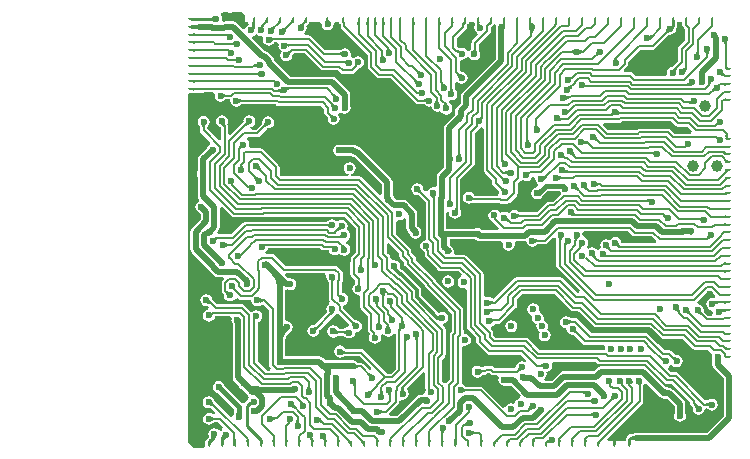
<source format=gbl>
G04*
G04 #@! TF.GenerationSoftware,Altium Limited,Altium Designer,22.1.2 (22)*
G04*
G04 Layer_Physical_Order=4*
G04 Layer_Color=16711680*
%FSLAX25Y25*%
%MOIN*%
G70*
G04*
G04 #@! TF.SameCoordinates,AA89485F-E9C4-495D-BB32-9FCCB39CE94D*
G04*
G04*
G04 #@! TF.FilePolarity,Positive*
G04*
G01*
G75*
%ADD10C,0.00984*%
%ADD11C,0.00787*%
%ADD85C,0.01968*%
%ADD86C,0.01181*%
%ADD87C,0.01575*%
%ADD88C,0.03900*%
%ADD89C,0.02362*%
G04:AMPARAMS|DCode=90|XSize=9.84mil|YSize=19.68mil|CornerRadius=4.92mil|HoleSize=0mil|Usage=FLASHONLY|Rotation=180.000|XOffset=0mil|YOffset=0mil|HoleType=Round|Shape=RoundedRectangle|*
%AMROUNDEDRECTD90*
21,1,0.00984,0.00984,0,0,180.0*
21,1,0.00000,0.01968,0,0,180.0*
1,1,0.00984,0.00000,0.00492*
1,1,0.00984,0.00000,0.00492*
1,1,0.00984,0.00000,-0.00492*
1,1,0.00984,0.00000,-0.00492*
%
%ADD90ROUNDEDRECTD90*%
G04:AMPARAMS|DCode=91|XSize=7.87mil|YSize=1141.73mil|CornerRadius=3.94mil|HoleSize=0mil|Usage=FLASHONLY|Rotation=180.000|XOffset=0mil|YOffset=0mil|HoleType=Round|Shape=RoundedRectangle|*
%AMROUNDEDRECTD91*
21,1,0.00787,1.13386,0,0,180.0*
21,1,0.00000,1.14173,0,0,180.0*
1,1,0.00787,0.00000,0.56693*
1,1,0.00787,0.00000,0.56693*
1,1,0.00787,0.00000,-0.56693*
1,1,0.00787,0.00000,-0.56693*
%
%ADD91ROUNDEDRECTD91*%
G04:AMPARAMS|DCode=92|XSize=9.84mil|YSize=19.68mil|CornerRadius=4.92mil|HoleSize=0mil|Usage=FLASHONLY|Rotation=270.000|XOffset=0mil|YOffset=0mil|HoleType=Round|Shape=RoundedRectangle|*
%AMROUNDEDRECTD92*
21,1,0.00984,0.00984,0,0,270.0*
21,1,0.00000,0.01968,0,0,270.0*
1,1,0.00984,-0.00492,0.00000*
1,1,0.00984,-0.00492,0.00000*
1,1,0.00984,0.00492,0.00000*
1,1,0.00984,0.00492,0.00000*
%
%ADD92ROUNDEDRECTD92*%
G36*
X9578Y142991D02*
X9504Y143047D01*
X9426Y143097D01*
X9342Y143142D01*
X9253Y143181D01*
X9159Y143213D01*
X9060Y143240D01*
X8957Y143261D01*
X8848Y143276D01*
X8734Y143284D01*
X8615Y143287D01*
X8506Y144272D01*
X8625Y144275D01*
X8739Y144286D01*
X8846Y144305D01*
X8946Y144330D01*
X9040Y144363D01*
X9128Y144403D01*
X9209Y144450D01*
X9283Y144505D01*
X9351Y144567D01*
X9413Y144636D01*
X9578Y142991D01*
D02*
G37*
G36*
X40325Y142567D02*
X40300Y142558D01*
X40266Y142538D01*
X40222Y142507D01*
X40108Y142413D01*
X39869Y142191D01*
X39846Y142168D01*
X39801Y142119D01*
X39736Y142033D01*
X39684Y141945D01*
X39643Y141856D01*
X39616Y141764D01*
X39600Y141671D01*
X39597Y141576D01*
X39606Y141479D01*
X39628Y141381D01*
X39661Y141281D01*
X38151Y141953D01*
X38265Y141998D01*
X38479Y142096D01*
X38579Y142149D01*
X38767Y142264D01*
X38854Y142326D01*
X39016Y142458D01*
X39090Y142528D01*
X39096Y142526D01*
X39092Y142530D01*
X39237Y142681D01*
X39469Y142957D01*
X39555Y143081D01*
X39622Y143197D01*
X39669Y143304D01*
X39696Y143402D01*
X39704Y143491D01*
X39692Y143572D01*
X39660Y143644D01*
X40325Y142567D01*
D02*
G37*
G36*
X47909Y142819D02*
X47905Y142792D01*
X47902Y142751D01*
X47893Y142333D01*
X47892Y142069D01*
X47105D01*
X47104Y142209D01*
X47073Y142742D01*
X47063Y142779D01*
X47052Y142801D01*
X47039Y142808D01*
X47913Y142832D01*
X47909Y142819D01*
D02*
G37*
G36*
X98170Y142798D02*
X98153Y142753D01*
X98138Y142698D01*
X98126Y142632D01*
X98106Y142469D01*
X98094Y142264D01*
X98090Y142018D01*
X97303D01*
X97284Y142832D01*
X98188D01*
X98170Y142798D01*
D02*
G37*
G36*
X31664Y142567D02*
X31651Y142560D01*
X31628Y142543D01*
X31551Y142474D01*
X31070Y142003D01*
X30430Y142477D01*
X30577Y142629D01*
X30810Y142906D01*
X30897Y143031D01*
X30964Y143147D01*
X31011Y143254D01*
X31038Y143351D01*
X31045Y143440D01*
X31032Y143520D01*
X30999Y143590D01*
X31664Y142567D01*
D02*
G37*
G36*
X115418Y142891D02*
X115426Y142832D01*
X115511D01*
X115493Y142798D01*
X115476Y142752D01*
X115461Y142696D01*
X115459Y142684D01*
X115491Y142603D01*
X115535Y142526D01*
X115588Y142460D01*
X115651Y142404D01*
X115724Y142358D01*
X115807Y142322D01*
X115899Y142296D01*
X115413Y142010D01*
X115413Y142001D01*
X115399Y142001D01*
X114519Y141482D01*
X114539Y141560D01*
X114557Y141651D01*
X114587Y141872D01*
X114609Y142145D01*
X114616Y142440D01*
X114607Y142832D01*
X114626D01*
X114626Y142849D01*
X115413Y143008D01*
X115418Y142891D01*
D02*
G37*
G36*
X27333Y142567D02*
X27308Y142558D01*
X27274Y142538D01*
X27230Y142507D01*
X27116Y142413D01*
X26877Y142191D01*
X26673Y141990D01*
X26099Y142530D01*
X26245Y142681D01*
X26477Y142957D01*
X26563Y143081D01*
X26630Y143197D01*
X26677Y143304D01*
X26704Y143402D01*
X26712Y143491D01*
X26700Y143572D01*
X26668Y143644D01*
X27333Y142567D01*
D02*
G37*
G36*
X124154Y142798D02*
X124137Y142752D01*
X124123Y142695D01*
X124110Y142627D01*
X124090Y142458D01*
X124079Y142245D01*
X124075Y141988D01*
X123287Y142016D01*
X123268Y142832D01*
X124173D01*
X124154Y142798D01*
D02*
G37*
G36*
X35994Y142567D02*
X35963Y142557D01*
X35922Y142535D01*
X35874Y142503D01*
X35817Y142461D01*
X35677Y142344D01*
X35406Y142089D01*
X35299Y141983D01*
X34761Y142558D01*
X34906Y142709D01*
X35137Y142983D01*
X35223Y143108D01*
X35290Y143224D01*
X35337Y143331D01*
X35364Y143429D01*
X35372Y143519D01*
X35361Y143600D01*
X35330Y143672D01*
X35994Y142567D01*
D02*
G37*
G36*
X85185Y142808D02*
X85175Y142769D01*
X85167Y142717D01*
X85152Y142570D01*
X85140Y142244D01*
X85138Y141957D01*
X84350D01*
X84350Y142108D01*
X84303Y142808D01*
X84292Y142832D01*
X85196D01*
X85185Y142808D01*
D02*
G37*
G36*
X76524D02*
X76514Y142769D01*
X76505Y142717D01*
X76491Y142570D01*
X76479Y142244D01*
X76476Y141957D01*
X75689D01*
X75688Y142108D01*
X75642Y142808D01*
X75630Y142832D01*
X76535D01*
X76524Y142808D01*
D02*
G37*
G36*
X69142D02*
X69132Y142769D01*
X69123Y142717D01*
X69109Y142570D01*
X69097Y142244D01*
X69095Y141957D01*
X68307D01*
X68306Y142108D01*
X68260Y142808D01*
X68248Y142832D01*
X69153D01*
X69142Y142808D01*
D02*
G37*
G36*
X66524D02*
X66514Y142769D01*
X66505Y142717D01*
X66491Y142570D01*
X66479Y142244D01*
X66476Y141957D01*
X65689D01*
X65688Y142108D01*
X65642Y142808D01*
X65630Y142832D01*
X66535D01*
X66524Y142808D01*
D02*
G37*
G36*
X63906D02*
X63896Y142769D01*
X63887Y142717D01*
X63873Y142570D01*
X63861Y142244D01*
X63858Y141957D01*
X63071D01*
X63070Y142108D01*
X63024Y142808D01*
X63012Y142832D01*
X63917D01*
X63906Y142808D01*
D02*
G37*
G36*
X61288D02*
X61278Y142769D01*
X61269Y142717D01*
X61255Y142570D01*
X61243Y142244D01*
X61240Y141957D01*
X60453D01*
X60452Y142108D01*
X60405Y142808D01*
X60394Y142832D01*
X61299D01*
X61288Y142808D01*
D02*
G37*
G36*
X58296D02*
X58285Y142769D01*
X58277Y142717D01*
X58263Y142570D01*
X58250Y142244D01*
X58248Y141957D01*
X57461D01*
X57460Y142108D01*
X57413Y142808D01*
X57402Y142832D01*
X58307D01*
X58296Y142808D01*
D02*
G37*
G36*
X176122Y142797D02*
X176106Y142748D01*
X176091Y142687D01*
X176078Y142613D01*
X176059Y142426D01*
X176047Y142188D01*
X176043Y141898D01*
X175256Y142016D01*
X175236Y142832D01*
X176141D01*
X176122Y142797D01*
D02*
G37*
G36*
X167461D02*
X167444Y142748D01*
X167430Y142687D01*
X167417Y142613D01*
X167397Y142426D01*
X167386Y142188D01*
X167382Y141898D01*
X166594Y142016D01*
X166575Y142832D01*
X167480D01*
X167461Y142797D01*
D02*
G37*
G36*
X158800D02*
X158783Y142748D01*
X158768Y142687D01*
X158756Y142613D01*
X158736Y142426D01*
X158724Y142188D01*
X158720Y141898D01*
X157933Y142016D01*
X157914Y142832D01*
X158818D01*
X158800Y142797D01*
D02*
G37*
G36*
X154469D02*
X154452Y142748D01*
X154438Y142687D01*
X154425Y142613D01*
X154405Y142426D01*
X154393Y142188D01*
X154390Y141898D01*
X153602Y142016D01*
X153583Y142832D01*
X154488D01*
X154469Y142797D01*
D02*
G37*
G36*
X150138D02*
X150122Y142748D01*
X150107Y142687D01*
X150094Y142613D01*
X150075Y142426D01*
X150063Y142188D01*
X150059Y141898D01*
X149272Y142016D01*
X149252Y142832D01*
X150157D01*
X150138Y142797D01*
D02*
G37*
G36*
X145808D02*
X145791Y142748D01*
X145776Y142687D01*
X145763Y142613D01*
X145744Y142426D01*
X145732Y142188D01*
X145728Y141898D01*
X144941Y142016D01*
X144922Y142832D01*
X145826D01*
X145808Y142797D01*
D02*
G37*
G36*
X132815D02*
X132799Y142748D01*
X132784Y142687D01*
X132771Y142613D01*
X132752Y142426D01*
X132740Y142188D01*
X132736Y141898D01*
X131949Y142016D01*
X131930Y142832D01*
X132834D01*
X132815Y142797D01*
D02*
G37*
G36*
X128485D02*
X128468Y142748D01*
X128453Y142687D01*
X128441Y142613D01*
X128421Y142426D01*
X128409Y142188D01*
X128405Y141898D01*
X127618Y142016D01*
X127599Y142832D01*
X128503D01*
X128485Y142797D01*
D02*
G37*
G36*
X111162D02*
X111145Y142748D01*
X111131Y142687D01*
X111118Y142613D01*
X111098Y142426D01*
X111086Y142188D01*
X111083Y141898D01*
X110295Y142016D01*
X110276Y142832D01*
X111180D01*
X111162Y142797D01*
D02*
G37*
G36*
X89508D02*
X89492Y142748D01*
X89477Y142687D01*
X89464Y142613D01*
X89445Y142426D01*
X89433Y142188D01*
X89429Y141898D01*
X88642Y142016D01*
X88622Y142832D01*
X89527D01*
X89508Y142797D01*
D02*
G37*
G36*
X119816Y142786D02*
X119793Y142729D01*
X119773Y142660D01*
X119755Y142580D01*
X119740Y142489D01*
X119719Y142274D01*
X119708Y142013D01*
X119706Y141866D01*
X118919Y142138D01*
X118937Y142832D01*
X119842D01*
X119816Y142786D01*
D02*
G37*
G36*
X93593Y142567D02*
X93616Y142566D01*
X93621Y142549D01*
X93607Y142516D01*
X93575Y142467D01*
X93525Y142402D01*
X93369Y142226D01*
X92997Y141842D01*
X92441Y142399D01*
X92566Y142528D01*
X92765Y142756D01*
X92839Y142856D01*
X92896Y142947D01*
X92936Y143027D01*
X92960Y143098D01*
X92966Y143159D01*
X92955Y143211D01*
X92928Y143253D01*
X93593Y142567D01*
D02*
G37*
G36*
X102254D02*
X102269Y142564D01*
X102265Y142543D01*
X102242Y142506D01*
X102201Y142451D01*
X102060Y142291D01*
X101551Y141766D01*
X101039Y142368D01*
X101186Y142520D01*
X101417Y142795D01*
X101503Y142918D01*
X101568Y143033D01*
X101613Y143137D01*
X101637Y143233D01*
X101642Y143319D01*
X101626Y143395D01*
X101589Y143463D01*
X102254Y142567D01*
D02*
G37*
G36*
X80836Y142780D02*
X80809Y142718D01*
X80786Y142646D01*
X80765Y142563D01*
X80748Y142470D01*
X80723Y142253D01*
X80710Y141996D01*
X80709Y141852D01*
X79921Y141762D01*
X79961Y142832D01*
X80866D01*
X80836Y142780D01*
D02*
G37*
G36*
X72174D02*
X72148Y142718D01*
X72124Y142646D01*
X72104Y142563D01*
X72087Y142470D01*
X72061Y142253D01*
X72049Y141996D01*
X72047Y141852D01*
X71260Y141762D01*
X71300Y142832D01*
X72204D01*
X72174Y142780D01*
D02*
G37*
G36*
X26167Y141066D02*
X25317Y141290D01*
X25327Y141295D01*
X25336Y141306D01*
X25344Y141324D01*
X25350Y141349D01*
X25356Y141381D01*
X25361Y141419D01*
X25367Y141515D01*
X25370Y141637D01*
X26157D01*
X26167Y141066D01*
D02*
G37*
G36*
X3954Y140462D02*
X3889Y140505D01*
X3793Y140544D01*
X3664Y140578D01*
X3504Y140607D01*
X3311Y140632D01*
X2831Y140669D01*
X1870Y140689D01*
Y141673D01*
X2222Y141675D01*
X3504Y141755D01*
X3664Y141785D01*
X3793Y141819D01*
X3889Y141857D01*
X3954Y141901D01*
Y140462D01*
D02*
G37*
G36*
X19831Y145192D02*
Y142717D01*
X21024D01*
X21113Y142473D01*
X21156Y141929D01*
X20628Y141577D01*
X20193Y140926D01*
X20143Y140674D01*
X19288Y140415D01*
X17186Y142517D01*
X16600Y142909D01*
X15908Y143046D01*
X13386D01*
X12950Y142960D01*
X12382Y143401D01*
X12276Y143568D01*
X12342Y143898D01*
X12189Y144666D01*
X11842Y145185D01*
X11991Y145673D01*
X12190Y145973D01*
X19049Y145978D01*
X19831Y145192D01*
D02*
G37*
G36*
X23256Y142808D02*
X23246Y142769D01*
X23237Y142717D01*
X23223Y142570D01*
X23211Y142244D01*
X23209Y141957D01*
X22524D01*
X23209Y141764D01*
X23204Y140394D01*
X21967Y141336D01*
X22054Y141348D01*
X22131Y141372D01*
X22199Y141407D01*
X22258Y141455D01*
X22308Y141514D01*
X22349Y141585D01*
X22380Y141668D01*
X22403Y141762D01*
X22417Y141868D01*
X22421Y141984D01*
X22421Y142108D01*
X22374Y142808D01*
X22363Y142832D01*
X23267D01*
X23256Y142808D01*
D02*
G37*
G36*
X30131Y141064D02*
X30055Y140982D01*
X29989Y140897D01*
X29932Y140807D01*
X29884Y140714D01*
X29845Y140617D01*
X29815Y140516D01*
X29794Y140411D01*
X29782Y140302D01*
X29779Y140189D01*
X29785Y140072D01*
X28529Y141148D01*
X28650Y141160D01*
X28765Y141178D01*
X28877Y141204D01*
X28983Y141236D01*
X29086Y141275D01*
X29183Y141322D01*
X29276Y141375D01*
X29365Y141435D01*
X29449Y141501D01*
X29528Y141575D01*
X30131Y141064D01*
D02*
G37*
G36*
X51452Y142520D02*
X51735Y142097D01*
X51847Y142022D01*
Y141339D01*
X51847Y141339D01*
X51939Y140878D01*
X52200Y140487D01*
X60804Y131883D01*
Y127891D01*
X60804Y127891D01*
X60895Y127430D01*
X61156Y127040D01*
X63752Y124444D01*
X64143Y124183D01*
X64604Y124091D01*
X68596D01*
X76904Y115782D01*
X77295Y115521D01*
X77756Y115430D01*
X77756Y115430D01*
X79663D01*
X79700Y115422D01*
X79736Y115411D01*
X79772Y115397D01*
X79809Y115379D01*
X79848Y115355D01*
X79890Y115326D01*
X79922Y115299D01*
X79978Y115215D01*
X80630Y114779D01*
X81398Y114627D01*
X82068Y114760D01*
X82201Y114094D01*
X82636Y113443D01*
X83287Y113008D01*
X84055Y112855D01*
X84823Y113008D01*
X85655Y112617D01*
X85691Y112563D01*
X86342Y112128D01*
X87111Y111975D01*
X87879Y112128D01*
X88530Y112563D01*
X88965Y113214D01*
X89118Y113982D01*
X88965Y114750D01*
X88530Y115401D01*
X88369Y115509D01*
X88202Y115688D01*
X88060Y115901D01*
X88060Y115901D01*
X87902Y116059D01*
X88290Y116785D01*
X88747Y116694D01*
X89515Y116847D01*
X90166Y117282D01*
X90601Y117933D01*
X90754Y118701D01*
X90601Y119469D01*
X90166Y120120D01*
X90081Y120176D01*
X90055Y120209D01*
X90025Y120250D01*
X90002Y120289D01*
X89984Y120326D01*
X89969Y120362D01*
X89959Y120399D01*
X89951Y120435D01*
Y122568D01*
X90738Y122807D01*
X90759Y122776D01*
X91410Y122341D01*
X92178Y122188D01*
X92946Y122341D01*
X93598Y122776D01*
X94033Y123427D01*
X94185Y124196D01*
X94033Y124964D01*
X93598Y125615D01*
X92946Y126050D01*
X92178Y126203D01*
X92168Y126201D01*
X91526Y126689D01*
Y129759D01*
X92134Y130259D01*
X92269Y130232D01*
X93037Y130385D01*
X93688Y130820D01*
X93869Y131090D01*
X93976Y131121D01*
X94779Y131038D01*
X95038Y130650D01*
X95689Y130215D01*
X96457Y130062D01*
X97225Y130215D01*
X97876Y130650D01*
X98311Y131301D01*
X98464Y132070D01*
X98311Y132838D01*
X98091Y133167D01*
X98059Y133240D01*
X98001Y133322D01*
X97962Y133384D01*
X97929Y133443D01*
X97902Y133500D01*
X97880Y133555D01*
X97864Y133608D01*
X97851Y133659D01*
X97842Y133708D01*
Y135318D01*
X101639Y139115D01*
X101639Y139115D01*
X101900Y139506D01*
X101992Y139966D01*
X101992Y139966D01*
Y141060D01*
X102841Y141910D01*
X102841Y141910D01*
X102948Y142070D01*
X102989Y142097D01*
X103078Y142230D01*
X103756Y141910D01*
X103603Y141142D01*
X103607Y141122D01*
Y133849D01*
X103515Y133385D01*
Y130444D01*
X92522Y119451D01*
X92130Y118865D01*
X91993Y118173D01*
Y117717D01*
X91993Y117717D01*
Y115906D01*
X90652Y114565D01*
X90260Y113979D01*
X90123Y113287D01*
Y112564D01*
X90016Y112029D01*
X89988Y111987D01*
X89973Y111909D01*
X86813Y108749D01*
X86422Y108163D01*
X86284Y107472D01*
Y97562D01*
X86182Y97047D01*
X86251Y96702D01*
X86234Y96621D01*
Y94376D01*
X84353Y92494D01*
X83961Y91908D01*
X83824Y91217D01*
Y88146D01*
X83036Y87649D01*
X82583Y87739D01*
X81815Y87587D01*
X81164Y87152D01*
X80777Y86573D01*
X80629Y86482D01*
X79894Y86343D01*
X79506Y86731D01*
X79485Y86763D01*
X79467Y86796D01*
X79452Y86831D01*
X79438Y86871D01*
X79427Y86915D01*
X79419Y86965D01*
X79415Y87006D01*
X79435Y87106D01*
X79282Y87874D01*
X78847Y88525D01*
X78196Y88961D01*
X77428Y89113D01*
X76660Y88961D01*
X76009Y88525D01*
X75573Y87874D01*
X75421Y87106D01*
X75573Y86338D01*
X76009Y85687D01*
X76660Y85252D01*
X77428Y85099D01*
X77528Y85119D01*
X77569Y85115D01*
X77619Y85107D01*
X77663Y85096D01*
X77703Y85082D01*
X77738Y85067D01*
X77771Y85049D01*
X77803Y85028D01*
X80193Y82638D01*
Y70368D01*
X80193Y70368D01*
X79981Y70051D01*
X79547Y69964D01*
X78896Y69529D01*
X78461Y68878D01*
X78308Y68110D01*
X78461Y67342D01*
X78896Y66691D01*
X79455Y66317D01*
X79458Y66303D01*
X79719Y65912D01*
X79800Y65831D01*
Y65158D01*
X79800Y65158D01*
X79891Y64697D01*
X80152Y64306D01*
X84382Y60076D01*
X84773Y59815D01*
X85233Y59724D01*
X85234Y59724D01*
X91127D01*
X92165Y58685D01*
X92090Y58161D01*
X91946Y57791D01*
X91396Y57423D01*
X90961Y56772D01*
X90808Y56004D01*
X90961Y55236D01*
X91396Y54585D01*
X92047Y54150D01*
X92815Y53997D01*
X93186Y54071D01*
X93973Y53535D01*
Y41117D01*
X93973Y41117D01*
X94065Y40656D01*
X94326Y40265D01*
X97123Y37468D01*
Y36220D01*
X97123Y36220D01*
X97214Y35760D01*
X97475Y35369D01*
X100526Y32318D01*
X100526Y32318D01*
X100917Y32057D01*
X101378Y31965D01*
X101378Y31965D01*
X111959D01*
X113961Y29963D01*
X113459Y29351D01*
X113071Y29610D01*
X112303Y29763D01*
X111535Y29610D01*
X110884Y29175D01*
X110449Y28524D01*
X110296Y27756D01*
X109622Y27385D01*
X103261D01*
X102924Y27722D01*
X102534Y27983D01*
X102073Y28074D01*
X102073Y28074D01*
X100295D01*
X99834Y27983D01*
X99444Y27722D01*
X98731Y27867D01*
X98688Y27897D01*
X98615Y27928D01*
X98307Y28134D01*
X97539Y28287D01*
X96771Y28134D01*
X96120Y27699D01*
X95685Y27048D01*
X95532Y26280D01*
X95685Y25512D01*
X96120Y24860D01*
X96771Y24425D01*
X97539Y24272D01*
X98307Y24425D01*
X98959Y24860D01*
X99108Y25084D01*
X99148Y25120D01*
X99196Y25182D01*
X99221Y25210D01*
X99242Y25229D01*
X99260Y25243D01*
X99277Y25253D01*
X99294Y25260D01*
X99313Y25267D01*
X99335Y25272D01*
X99901D01*
X99902Y25272D01*
X100362Y25364D01*
X100753Y25625D01*
X100789Y25660D01*
X101579D01*
X101910Y25330D01*
X102301Y25069D01*
X102762Y24977D01*
X104060D01*
X104503Y24190D01*
X104391Y23622D01*
X104543Y22854D01*
X104978Y22203D01*
X105050Y22155D01*
X105120Y22050D01*
X105706Y21658D01*
X106398Y21520D01*
X108659D01*
X111869Y18310D01*
X111574Y17491D01*
X111147Y17406D01*
X110496Y16971D01*
X110061Y16320D01*
X110024Y16136D01*
X109544Y15576D01*
X109176Y15600D01*
X108740Y15687D01*
X107972Y15534D01*
X107320Y15099D01*
X106936Y14524D01*
X106771Y14427D01*
X106052Y14295D01*
X99417Y20930D01*
X99026Y21191D01*
X98565Y21283D01*
X98565Y21283D01*
X93565D01*
X93528Y21291D01*
X93492Y21301D01*
X93456Y21316D01*
X93419Y21334D01*
X93380Y21357D01*
X93339Y21387D01*
X93306Y21413D01*
X93250Y21498D01*
X92599Y21933D01*
X92200Y22585D01*
Y34352D01*
X92988Y34902D01*
X93327Y34835D01*
X94096Y34988D01*
X94747Y35423D01*
X95182Y36074D01*
X95335Y36842D01*
X95182Y37610D01*
X94747Y38261D01*
X94096Y38696D01*
X93327Y38849D01*
X92838Y39250D01*
Y46645D01*
X92838Y46645D01*
X92746Y47106D01*
X92485Y47497D01*
X92485Y47497D01*
X83775Y56208D01*
X83691Y56627D01*
X83430Y57017D01*
X83430Y57017D01*
X76992Y63456D01*
Y63825D01*
X76900Y64286D01*
X76639Y64676D01*
X76639Y64676D01*
X75417Y65899D01*
Y66634D01*
X75325Y67095D01*
X75064Y67485D01*
X70299Y72251D01*
Y76271D01*
X71086Y76807D01*
X71457Y76733D01*
X72225Y76886D01*
X72876Y77321D01*
X72997Y77502D01*
X73784Y77263D01*
Y74032D01*
X73922Y73341D01*
X74313Y72755D01*
X74981Y72087D01*
X75024Y71870D01*
X75459Y71219D01*
X76110Y70784D01*
X76878Y70631D01*
X77646Y70784D01*
X78297Y71219D01*
X78733Y71870D01*
X78885Y72638D01*
X78733Y73406D01*
X78297Y74057D01*
X77763Y74414D01*
X77397Y74780D01*
Y78937D01*
X77259Y79628D01*
X76868Y80214D01*
X74112Y82970D01*
X73526Y83362D01*
X72835Y83499D01*
X70374D01*
X69553Y84321D01*
X69472Y84725D01*
X69251Y85057D01*
Y89347D01*
X69113Y90038D01*
X68722Y90624D01*
X58538Y100808D01*
X57952Y101200D01*
X57260Y101337D01*
X57214D01*
X56718Y101669D01*
X56027Y101806D01*
X52218D01*
X52146Y101854D01*
X51378Y102007D01*
X50610Y101854D01*
X49959Y101419D01*
X49524Y100768D01*
X49371Y100000D01*
X49524Y99232D01*
X49959Y98581D01*
X50610Y98146D01*
X51378Y97993D01*
X52146Y98146D01*
X52218Y98194D01*
X55309D01*
X55805Y97862D01*
X56496Y97725D01*
X56512D01*
X65638Y88599D01*
Y85328D01*
X64911Y85027D01*
X58928Y91009D01*
X58538Y91270D01*
X58077Y91362D01*
X58077Y91362D01*
X55210D01*
X55133Y92149D01*
X55265Y92176D01*
X55591Y92240D01*
X56242Y92675D01*
X56677Y93326D01*
X56830Y94095D01*
X56677Y94863D01*
X56242Y95514D01*
X55591Y95949D01*
X54823Y96102D01*
X54055Y95949D01*
X53404Y95514D01*
X52969Y94863D01*
X52816Y94095D01*
X52969Y93326D01*
X53404Y92675D01*
X54055Y92240D01*
X54380Y92176D01*
X54513Y92149D01*
X54436Y91362D01*
X32123D01*
X31470Y92015D01*
Y94439D01*
X31470Y94439D01*
X31378Y94900D01*
X31117Y95291D01*
X26048Y100359D01*
X25658Y100620D01*
X25197Y100712D01*
X25197Y100712D01*
X21793D01*
X21304Y101499D01*
X21397Y101969D01*
X21244Y102737D01*
X20809Y103388D01*
X20495Y103598D01*
X20466Y103720D01*
X20958Y104500D01*
X24011D01*
X24011Y104500D01*
X24472Y104591D01*
X24862Y104852D01*
X27283Y107272D01*
X27314Y107293D01*
X27347Y107311D01*
X27383Y107326D01*
X27422Y107340D01*
X27466Y107351D01*
X27516Y107359D01*
X27558Y107363D01*
X27657Y107343D01*
X28426Y107496D01*
X29077Y107931D01*
X29512Y108582D01*
X29665Y109350D01*
X29512Y110118D01*
X29077Y110770D01*
X28426Y111205D01*
X27657Y111357D01*
X26889Y111205D01*
X26238Y110770D01*
X25803Y110118D01*
X25650Y109350D01*
X25670Y109251D01*
X25666Y109209D01*
X25658Y109159D01*
X25647Y109115D01*
X25633Y109075D01*
X25618Y109040D01*
X25600Y109007D01*
X25580Y108976D01*
X23512Y106908D01*
X22173D01*
X21753Y107695D01*
X21831Y107811D01*
X22225Y107890D01*
X22876Y108325D01*
X23311Y108976D01*
X23464Y109744D01*
X23311Y110512D01*
X22876Y111163D01*
X22225Y111598D01*
X21457Y111751D01*
X20689Y111598D01*
X20038Y111163D01*
X19602Y110512D01*
X19450Y109744D01*
X19469Y109644D01*
X19466Y109603D01*
X19457Y109553D01*
X19446Y109509D01*
X19433Y109469D01*
X19417Y109434D01*
X19399Y109400D01*
X19379Y109369D01*
X15121Y105111D01*
X14393Y105412D01*
Y108119D01*
X14393Y108119D01*
X14302Y108580D01*
X14097Y108886D01*
X14157Y108976D01*
X14310Y109744D01*
X14157Y110512D01*
X13722Y111163D01*
X13071Y111598D01*
X12303Y111751D01*
X11535Y111598D01*
X10884Y111163D01*
X10449Y110512D01*
X10296Y109744D01*
X10449Y108976D01*
X10884Y108325D01*
X11535Y107890D01*
X11598Y107877D01*
X11603Y107875D01*
X11771Y107767D01*
X11834Y107721D01*
X11985Y107592D01*
Y103635D01*
X11257Y103334D01*
X7405Y107186D01*
Y107813D01*
X7413Y107850D01*
X7423Y107886D01*
X7438Y107922D01*
X7456Y107959D01*
X7479Y107998D01*
X7509Y108039D01*
X7535Y108071D01*
X7620Y108128D01*
X8055Y108779D01*
X8208Y109547D01*
X8055Y110315D01*
X7620Y110967D01*
X6969Y111401D01*
X6201Y111554D01*
X5433Y111401D01*
X4782Y110967D01*
X4346Y110315D01*
X4194Y109547D01*
X4346Y108779D01*
X4782Y108128D01*
X4866Y108071D01*
X4893Y108039D01*
X4922Y107998D01*
X4946Y107959D01*
X4964Y107922D01*
X4978Y107886D01*
X4989Y107850D01*
X4997Y107813D01*
Y106687D01*
X4997Y106687D01*
X5088Y106226D01*
X5349Y105836D01*
X8325Y102860D01*
X8147Y101924D01*
X7833Y101715D01*
X7398Y101063D01*
X7354Y100846D01*
X4825Y98316D01*
X4434Y97730D01*
X4296Y97039D01*
Y93457D01*
X4051Y93091D01*
X3898Y92323D01*
X4051Y91555D01*
X4296Y91188D01*
Y84842D01*
X4434Y84151D01*
X4631Y83855D01*
X4635Y83663D01*
X4486Y83034D01*
X4391Y82885D01*
X3994Y82620D01*
X3559Y81969D01*
X3406Y81201D01*
X3559Y80433D01*
X3994Y79782D01*
X4645Y79347D01*
X4730Y79330D01*
X5182Y78878D01*
Y77087D01*
X2266Y74171D01*
X1874Y73585D01*
X1737Y72894D01*
Y67028D01*
X1874Y66336D01*
X2266Y65750D01*
X7890Y60126D01*
X7975Y60000D01*
X9704Y58270D01*
X10290Y57878D01*
X10982Y57741D01*
X12594D01*
X12895Y57013D01*
X12534Y56653D01*
X12273Y56262D01*
X12182Y55801D01*
X12182Y55801D01*
Y53248D01*
X12182Y53248D01*
X12273Y52787D01*
X12534Y52397D01*
X12883Y52048D01*
X12903Y52017D01*
X12921Y51983D01*
X12937Y51948D01*
X12950Y51909D01*
X12961Y51865D01*
X12969Y51815D01*
X12973Y51773D01*
X12954Y51673D01*
X13106Y50905D01*
X13541Y50254D01*
X14193Y49819D01*
X14961Y49666D01*
X15729Y49819D01*
X16380Y50254D01*
X16590Y50568D01*
X17525Y50746D01*
X17745Y50526D01*
X18136Y50265D01*
X18597Y50174D01*
X21964D01*
X22107Y50000D01*
X22260Y49232D01*
X22695Y48581D01*
X23346Y48146D01*
X24114Y47993D01*
X24882Y48146D01*
X25533Y48581D01*
X26278Y48397D01*
X28028Y46647D01*
Y28451D01*
X28028Y28451D01*
X28120Y27990D01*
X28381Y27599D01*
X28655Y27325D01*
X28353Y26598D01*
X27296D01*
X24137Y29756D01*
Y42859D01*
X24489Y42929D01*
X25140Y43364D01*
X25575Y44015D01*
X25728Y44783D01*
X25575Y45551D01*
X25140Y46203D01*
X24489Y46638D01*
X23720Y46791D01*
X22952Y46638D01*
X22301Y46203D01*
X22021Y46175D01*
X19904Y48292D01*
X19513Y48553D01*
X19052Y48645D01*
X19052Y48645D01*
X10637D01*
X9243Y50039D01*
X9211Y50083D01*
X9178Y50134D01*
X9147Y50189D01*
X9118Y50249D01*
X9094Y50305D01*
X9038Y50473D01*
X9015Y50564D01*
X8991Y50614D01*
X8941Y50867D01*
X8506Y51518D01*
X7855Y51953D01*
X7087Y52105D01*
X6318Y51953D01*
X5667Y51518D01*
X5232Y50867D01*
X5080Y50098D01*
X5232Y49330D01*
X5667Y48679D01*
X6318Y48244D01*
X7087Y48091D01*
X7465Y48167D01*
X7516Y48167D01*
X7939Y47757D01*
X8005Y47657D01*
X7690Y46931D01*
X7204Y46835D01*
X6553Y46400D01*
X6118Y45748D01*
X5965Y44980D01*
X6118Y44212D01*
X6553Y43561D01*
X7204Y43126D01*
X7972Y42973D01*
X8741Y43126D01*
X9392Y43561D01*
X9827Y44212D01*
X9916Y44662D01*
X14953D01*
X15488Y43874D01*
X15414Y43504D01*
X15567Y42736D01*
X15812Y42369D01*
Y24311D01*
X15949Y23620D01*
X16341Y23034D01*
X17617Y21757D01*
X17634Y21673D01*
X18069Y21022D01*
X18720Y20587D01*
X18805Y20570D01*
X21086Y18288D01*
X21315Y17784D01*
X21088Y17083D01*
X20664Y16801D01*
X19784Y15921D01*
X19647Y15861D01*
X18996Y15837D01*
X18748Y15904D01*
X13162Y21490D01*
X13075Y21929D01*
X12640Y22581D01*
X11988Y23016D01*
X11220Y23168D01*
X10452Y23016D01*
X9801Y22581D01*
X9366Y21929D01*
X9213Y21161D01*
X9366Y20393D01*
X9801Y19742D01*
X10452Y19307D01*
X10873Y19223D01*
X11017Y19094D01*
X16308Y13803D01*
Y12164D01*
X16059Y11792D01*
X15972Y11353D01*
X15159Y11052D01*
X10049Y16162D01*
X9993Y16231D01*
X9963Y16273D01*
X9876Y16416D01*
X9846Y16473D01*
X9768Y16646D01*
X9754Y16681D01*
X9728Y16811D01*
X9293Y17462D01*
X8642Y17898D01*
X7874Y18050D01*
X7106Y17898D01*
X6455Y17462D01*
X6020Y16811D01*
X5867Y16043D01*
X6020Y15275D01*
X6455Y14624D01*
X7106Y14189D01*
X7874Y14036D01*
X8620Y14185D01*
X9943Y12862D01*
X9969Y12413D01*
X9825Y12117D01*
X9704Y11987D01*
X9313Y12003D01*
X8741Y12386D01*
X7972Y12539D01*
X7204Y12386D01*
X6553Y11951D01*
X6118Y11300D01*
X5965Y10531D01*
X6118Y9763D01*
X6553Y9112D01*
X7204Y8677D01*
X7972Y8524D01*
X8741Y8677D01*
X9392Y9112D01*
X9448Y9197D01*
X9480Y9224D01*
X9522Y9253D01*
X9561Y9276D01*
X9598Y9295D01*
X9634Y9309D01*
X9670Y9320D01*
X9707Y9327D01*
X11115D01*
X12644Y7798D01*
X12442Y6887D01*
X12065Y6636D01*
X11206Y6768D01*
X11163Y6833D01*
X10512Y7268D01*
X9744Y7420D01*
X8976Y7268D01*
X8325Y6833D01*
X7890Y6182D01*
X7737Y5413D01*
X7890Y4645D01*
X7920Y4600D01*
X6893Y3572D01*
X6610Y3149D01*
X6511Y2650D01*
Y2281D01*
X6511Y2280D01*
Y1567D01*
X6063Y846D01*
X5853Y787D01*
X2988D01*
X886Y2889D01*
Y118685D01*
X1378Y119089D01*
X2362D01*
X2700Y119156D01*
X3195Y119190D01*
X5827D01*
X5827Y119190D01*
X6288Y119281D01*
X6424Y119372D01*
X9343D01*
X9878Y118585D01*
X9804Y118214D01*
X9957Y117446D01*
X10392Y116795D01*
X11044Y116360D01*
X11812Y116207D01*
X12580Y116360D01*
X13231Y116795D01*
X13287Y116880D01*
X13320Y116906D01*
X13361Y116936D01*
X13400Y116959D01*
X13437Y116978D01*
X13473Y116992D01*
X13509Y117003D01*
X13546Y117010D01*
X14810D01*
X15119Y116634D01*
X15272Y115866D01*
X15707Y115215D01*
X16358Y114780D01*
X17126Y114627D01*
X17894Y114780D01*
X18394Y115114D01*
X18411Y115123D01*
X18427Y115135D01*
X18545Y115215D01*
X18559Y115235D01*
X18590Y115254D01*
X18638Y115280D01*
X18685Y115301D01*
X18729Y115317D01*
X18773Y115329D01*
X18817Y115337D01*
X30225D01*
X30344Y115218D01*
X30344Y115218D01*
X30735Y114957D01*
X31196Y114866D01*
X31196Y114866D01*
X45378D01*
X46436Y113807D01*
Y112564D01*
X46436Y112564D01*
X46528Y112103D01*
X46789Y111713D01*
X47483Y111018D01*
X47499Y110994D01*
X47511Y110969D01*
X47521Y110944D01*
X47529Y110916D01*
X47535Y110885D01*
X47539Y110847D01*
X47539Y110801D01*
X47533Y110717D01*
X47535Y110703D01*
X47501Y110531D01*
X47654Y109763D01*
X48089Y109112D01*
X48740Y108677D01*
X49508Y108524D01*
X50276Y108677D01*
X50927Y109112D01*
X51362Y109763D01*
X51515Y110531D01*
X51362Y111300D01*
X50927Y111951D01*
X51402Y112549D01*
X51422Y112563D01*
X52263Y112405D01*
X52384Y112325D01*
X53152Y112172D01*
X53920Y112325D01*
X54571Y112760D01*
X55006Y113411D01*
X55159Y114179D01*
X55011Y114923D01*
Y115785D01*
X55054Y116001D01*
Y118447D01*
X54917Y119139D01*
X54525Y119725D01*
X50138Y124112D01*
X49552Y124504D01*
X48861Y124641D01*
X47835D01*
X47835Y124641D01*
X35062D01*
X29669Y130034D01*
X29582Y130471D01*
X29191Y131057D01*
X27461Y132786D01*
X26875Y133178D01*
X26438Y133265D01*
X22304Y137399D01*
X22563Y138253D01*
X22815Y138303D01*
X23192Y138555D01*
X24043Y138699D01*
X24694Y138264D01*
X25462Y138111D01*
X25643Y137982D01*
X26052Y137426D01*
X25946Y136889D01*
X26098Y136121D01*
X26534Y135470D01*
X27185Y135035D01*
X27953Y134882D01*
X28721Y135035D01*
X29372Y135470D01*
X29609Y135824D01*
X29658Y135876D01*
X29696Y135937D01*
X29711Y135956D01*
X29722Y135967D01*
X29728Y135972D01*
X29734Y135976D01*
X29740Y135979D01*
X29751Y135983D01*
X29765Y135986D01*
X30630D01*
X31146Y135199D01*
X31064Y134787D01*
X31217Y134019D01*
X31652Y133367D01*
X32178Y133016D01*
X31807Y132461D01*
X31654Y131693D01*
X31807Y130925D01*
X32242Y130274D01*
X32893Y129839D01*
X33661Y129686D01*
X34429Y129839D01*
X35081Y130274D01*
X35516Y130925D01*
X35669Y131693D01*
X35662Y131724D01*
X36145Y132359D01*
X39911D01*
X45169Y127101D01*
X45560Y126840D01*
X46020Y126749D01*
X46020Y126749D01*
X50873D01*
X51800Y125822D01*
X51800Y125822D01*
X52191Y125561D01*
X52652Y125469D01*
X55506D01*
X55506Y125469D01*
X55967Y125561D01*
X56358Y125822D01*
X57741Y127205D01*
X57741Y127205D01*
X57807Y127303D01*
X57954Y127451D01*
X57954Y127451D01*
X57974Y127481D01*
X58445Y127575D01*
X59096Y128010D01*
X59531Y128661D01*
X59684Y129429D01*
X59531Y130197D01*
X59096Y130848D01*
X58445Y131283D01*
X57677Y131436D01*
X56909Y131283D01*
X56258Y130848D01*
X55737Y130860D01*
X55166Y131538D01*
X55255Y131988D01*
X55102Y132756D01*
X54667Y133407D01*
X54016Y133843D01*
X53248Y133995D01*
X52480Y133843D01*
X52283Y133711D01*
X52239Y133696D01*
X52156Y133649D01*
X51995Y133571D01*
X51937Y133548D01*
X51872Y133526D01*
X51810Y133509D01*
X51750Y133496D01*
X51695Y133488D01*
X46643D01*
X42089Y138042D01*
X41698Y138303D01*
X41237Y138395D01*
X41237Y138395D01*
X39854D01*
X39615Y139182D01*
X39982Y139427D01*
X40417Y140078D01*
X40570Y140847D01*
X40420Y141599D01*
X40531Y141709D01*
X40637Y141808D01*
X40677Y141841D01*
X40735Y141880D01*
X40747Y141884D01*
X40760Y141897D01*
X41060Y142097D01*
X41343Y142520D01*
X41382Y142717D01*
X45049D01*
X45548Y142108D01*
X45532Y142027D01*
X45685Y141259D01*
X46120Y140608D01*
X46771Y140173D01*
X47539Y140021D01*
X48307Y140173D01*
X48959Y140608D01*
X49394Y141259D01*
X49546Y142027D01*
X49531Y142108D01*
X50030Y142717D01*
X51413D01*
X51452Y142520D01*
D02*
G37*
G36*
X33859Y140543D02*
X33785Y140463D01*
X33718Y140378D01*
X33660Y140289D01*
X33609Y140196D01*
X33565Y140098D01*
X33530Y139996D01*
X33502Y139890D01*
X33482Y139779D01*
X33469Y139664D01*
X33465Y139544D01*
X32315Y140733D01*
X32434Y140734D01*
X32548Y140743D01*
X32659Y140760D01*
X32765Y140786D01*
X32867Y140819D01*
X32964Y140861D01*
X33058Y140911D01*
X33147Y140969D01*
X33232Y141036D01*
X33312Y141110D01*
X33859Y140543D01*
D02*
G37*
G36*
X116324Y140172D02*
X116234Y140103D01*
X116152Y140030D01*
X116081Y139951D01*
X116018Y139868D01*
X115966Y139780D01*
X115923Y139687D01*
X115890Y139590D01*
X115866Y139487D01*
X115851Y139380D01*
X115847Y139269D01*
X115059Y139410D01*
X115056Y139517D01*
X115044Y139623D01*
X115026Y139728D01*
X115001Y139833D01*
X114968Y139937D01*
X114928Y140040D01*
X114880Y140143D01*
X114825Y140245D01*
X114763Y140347D01*
X114694Y140448D01*
X116324Y140172D01*
D02*
G37*
G36*
X161602Y139370D02*
X161483Y139367D01*
X161368Y139357D01*
X161258Y139338D01*
X161152Y139311D01*
X161050Y139277D01*
X160952Y139234D01*
X160859Y139184D01*
X160769Y139125D01*
X160685Y139059D01*
X160604Y138984D01*
X160047Y139541D01*
X160122Y139622D01*
X160188Y139706D01*
X160247Y139795D01*
X160297Y139889D01*
X160340Y139987D01*
X160374Y140089D01*
X160401Y140195D01*
X160420Y140305D01*
X160430Y140420D01*
X160433Y140539D01*
X161602Y139370D01*
D02*
G37*
G36*
X165784Y142334D02*
Y141772D01*
X165784Y141772D01*
X165875Y141311D01*
X166137Y140920D01*
X166611Y140446D01*
Y136627D01*
X164700Y134716D01*
X164439Y134325D01*
X164347Y133864D01*
X164347Y133864D01*
Y129822D01*
X162566Y128041D01*
X162522Y128008D01*
X162471Y127977D01*
X162417Y127947D01*
X162358Y127918D01*
X162302Y127895D01*
X162136Y127841D01*
X162045Y127819D01*
X161990Y127794D01*
X161721Y127740D01*
X161070Y127305D01*
X160635Y126654D01*
X160482Y125886D01*
X160556Y125515D01*
X160021Y124728D01*
X150272D01*
X149247Y125753D01*
X148856Y126014D01*
X148396Y126106D01*
X148396Y126106D01*
X146450D01*
X146149Y126833D01*
X147407Y128091D01*
X147668Y128482D01*
X147759Y128943D01*
X147759Y128943D01*
Y129493D01*
X151905Y133638D01*
X155905D01*
X155905Y133638D01*
X156366Y133730D01*
X156757Y133991D01*
X161239Y138473D01*
X161270Y138494D01*
X161304Y138512D01*
X161339Y138527D01*
X161379Y138541D01*
X161423Y138552D01*
X161473Y138560D01*
X161514Y138564D01*
X161614Y138544D01*
X162382Y138697D01*
X163033Y139132D01*
X163469Y139783D01*
X163621Y140551D01*
X163586Y140728D01*
X163863Y141142D01*
X163962Y141642D01*
Y142717D01*
X165775D01*
X165784Y142334D01*
D02*
G37*
G36*
X155994Y137885D02*
X155011Y136933D01*
X154833Y138470D01*
X154900Y138417D01*
X154969Y138379D01*
X155041Y138355D01*
X155114Y138347D01*
X155190Y138353D01*
X155269Y138374D01*
X155349Y138410D01*
X155431Y138461D01*
X155516Y138527D01*
X155603Y138608D01*
X155994Y137885D01*
D02*
G37*
G36*
X2574Y139024D02*
X2613Y139014D01*
X2665Y139005D01*
X2812Y138991D01*
X3138Y138979D01*
X3425Y138976D01*
Y138189D01*
X3274Y138188D01*
X2574Y138142D01*
X2550Y138130D01*
Y139035D01*
X2574Y139024D01*
D02*
G37*
G36*
X28664Y137843D02*
X28878Y137741D01*
X28984Y137699D01*
X29090Y137664D01*
X29196Y137635D01*
X29302Y137613D01*
X29407Y137597D01*
X29512Y137587D01*
X29616Y137584D01*
X29839Y136797D01*
X29726Y136792D01*
X29619Y136777D01*
X29518Y136752D01*
X29423Y136718D01*
X29334Y136674D01*
X29251Y136620D01*
X29174Y136556D01*
X29103Y136482D01*
X29038Y136398D01*
X28979Y136305D01*
X28557Y137904D01*
X28664Y137843D01*
D02*
G37*
G36*
X2574Y136425D02*
X2613Y136416D01*
X2665Y136407D01*
X2812Y136393D01*
X3138Y136380D01*
X3425Y136378D01*
Y135591D01*
X3274Y135590D01*
X2574Y135543D01*
X2550Y135532D01*
Y136437D01*
X2574Y136425D01*
D02*
G37*
G36*
X180875Y136591D02*
X180773Y136378D01*
X180731Y136272D01*
X180696Y136166D01*
X180667Y136060D01*
X180645Y135954D01*
X180629Y135849D01*
X180620Y135744D01*
X180616Y135640D01*
X179829Y135417D01*
X179824Y135530D01*
X179809Y135637D01*
X179785Y135738D01*
X179750Y135833D01*
X179706Y135922D01*
X179652Y136005D01*
X179588Y136082D01*
X179514Y136153D01*
X179430Y136218D01*
X179337Y136277D01*
X180936Y136698D01*
X180875Y136591D01*
D02*
G37*
G36*
X16598Y134705D02*
X16511Y134787D01*
X16423Y134861D01*
X16331Y134926D01*
X16237Y134982D01*
X16141Y135029D01*
X16041Y135069D01*
X15940Y135099D01*
X15835Y135120D01*
X15728Y135133D01*
X15619Y135138D01*
Y135925D01*
X15728Y135930D01*
X15835Y135942D01*
X15940Y135964D01*
X16041Y135995D01*
X16141Y136033D01*
X16237Y136081D01*
X16331Y136137D01*
X16423Y136202D01*
X16511Y136276D01*
X16598Y136358D01*
Y134705D01*
D02*
G37*
G36*
X33858Y135676D02*
X33930Y135635D01*
X34008Y135599D01*
X34093Y135568D01*
X34183Y135541D01*
X34281Y135520D01*
X34385Y135503D01*
X34611Y135484D01*
X34734Y135482D01*
X34829Y134694D01*
X34730Y134691D01*
X34637Y134680D01*
X34552Y134661D01*
X34474Y134636D01*
X34404Y134603D01*
X34341Y134563D01*
X34284Y134516D01*
X34236Y134461D01*
X34194Y134399D01*
X34160Y134330D01*
X33793Y135721D01*
X33858Y135676D01*
D02*
G37*
G36*
X68107Y134104D02*
X68116Y134019D01*
X68130Y133941D01*
X68149Y133872D01*
X68175Y133810D01*
X68206Y133756D01*
X68243Y133710D01*
X68285Y133672D01*
X68333Y133641D01*
X68387Y133618D01*
X67133Y133288D01*
X67168Y133333D01*
X67199Y133388D01*
X67227Y133452D01*
X67251Y133526D01*
X67271Y133608D01*
X67287Y133701D01*
X67309Y133913D01*
X67315Y134033D01*
X67317Y134162D01*
X68104Y134196D01*
X68107Y134104D01*
D02*
G37*
G36*
X96493Y142018D02*
X96562Y141669D01*
X96418Y140945D01*
X96571Y140177D01*
X97006Y139526D01*
X97320Y139316D01*
X97498Y138380D01*
X95786Y136668D01*
X95525Y136278D01*
X95434Y135817D01*
X95434Y135817D01*
Y133862D01*
X95428Y133839D01*
X95421Y133818D01*
X95413Y133799D01*
X95402Y133781D01*
X95387Y133761D01*
X95367Y133738D01*
X95339Y133712D01*
X95276Y133663D01*
X95244Y133627D01*
X95038Y133489D01*
X94857Y133218D01*
X94750Y133187D01*
X93947Y133271D01*
X93688Y133658D01*
X93037Y134093D01*
X92269Y134246D01*
X91612Y134115D01*
X91394Y134261D01*
X90933Y134353D01*
X90476Y134923D01*
Y137215D01*
X93571Y140310D01*
X93571Y140310D01*
X93832Y140701D01*
X93923Y141162D01*
Y141622D01*
X94180Y141879D01*
X94180Y141879D01*
X94324Y142095D01*
X94328Y142097D01*
X94611Y142520D01*
X94650Y142717D01*
X96274D01*
X96493Y142018D01*
D02*
G37*
G36*
X2585Y133820D02*
X2633Y133803D01*
X2694Y133789D01*
X2768Y133776D01*
X2954Y133757D01*
X3192Y133746D01*
X3481Y133742D01*
X3368Y132955D01*
X2550Y132934D01*
Y133838D01*
X2585Y133820D01*
D02*
G37*
G36*
X97032Y133810D02*
X97035Y133703D01*
X97046Y133597D01*
X97065Y133492D01*
X97091Y133387D01*
X97124Y133283D01*
X97165Y133181D01*
X97214Y133078D01*
X97269Y132977D01*
X97333Y132876D01*
X97403Y132776D01*
X95769Y133030D01*
X95859Y133100D01*
X95940Y133175D01*
X96011Y133255D01*
X96073Y133339D01*
X96125Y133428D01*
X96168Y133521D01*
X96201Y133619D01*
X96225Y133721D01*
X96239Y133828D01*
X96244Y133940D01*
X97032Y133810D01*
D02*
G37*
G36*
X91266Y133374D02*
X91367Y133289D01*
X91412Y133258D01*
X91454Y133234D01*
X91493Y133217D01*
X91528Y133207D01*
X91560Y133205D01*
X91589Y133210D01*
X91615Y133222D01*
X91091Y132323D01*
X91088Y132347D01*
X91076Y132378D01*
X91054Y132416D01*
X91024Y132460D01*
X90985Y132512D01*
X90880Y132635D01*
X90654Y132870D01*
X91211Y133427D01*
X91266Y133374D01*
D02*
G37*
G36*
X131374Y133621D02*
X131476Y133559D01*
X131578Y133504D01*
X131681Y133456D01*
X131784Y133416D01*
X131888Y133383D01*
X131993Y133358D01*
X132098Y133340D01*
X132204Y133328D01*
X132311Y133325D01*
X132452Y132537D01*
X132341Y132533D01*
X132234Y132518D01*
X132131Y132494D01*
X132034Y132461D01*
X131941Y132418D01*
X131853Y132365D01*
X131770Y132303D01*
X131691Y132232D01*
X131618Y132150D01*
X131549Y132060D01*
X131273Y133690D01*
X131374Y133621D01*
D02*
G37*
G36*
X129610Y132060D02*
X129541Y132150D01*
X129467Y132232D01*
X129389Y132303D01*
X129306Y132365D01*
X129218Y132418D01*
X129125Y132461D01*
X129027Y132494D01*
X128925Y132518D01*
X128818Y132533D01*
X128706Y132537D01*
X128848Y133325D01*
X128954Y133328D01*
X129060Y133340D01*
X129166Y133358D01*
X129270Y133383D01*
X129374Y133416D01*
X129478Y133456D01*
X129581Y133504D01*
X129683Y133559D01*
X129785Y133621D01*
X129885Y133690D01*
X129610Y132060D01*
D02*
G37*
G36*
X174760Y132830D02*
X174687Y132741D01*
X174622Y132650D01*
X174565Y132556D01*
X174518Y132459D01*
X174479Y132360D01*
X174448Y132258D01*
X174427Y132154D01*
X174414Y132047D01*
X174409Y131938D01*
X173622D01*
X173618Y132047D01*
X173605Y132154D01*
X173583Y132258D01*
X173553Y132360D01*
X173514Y132459D01*
X173466Y132556D01*
X173410Y132650D01*
X173345Y132741D01*
X173271Y132830D01*
X173189Y132916D01*
X174843D01*
X174760Y132830D01*
D02*
G37*
G36*
X171358Y132780D02*
X171360Y132676D01*
X171377Y132468D01*
X171392Y132363D01*
X171435Y132152D01*
X171463Y132045D01*
X171531Y131831D01*
X171571Y131723D01*
X170072Y132401D01*
X170167Y132441D01*
X170252Y132490D01*
X170327Y132547D01*
X170391Y132612D01*
X170446Y132685D01*
X170491Y132766D01*
X170526Y132856D01*
X170551Y132955D01*
X170566Y133061D01*
X170571Y133176D01*
X171358Y132780D01*
D02*
G37*
G36*
X35228Y132703D02*
X35154Y132623D01*
X35087Y132538D01*
X35029Y132449D01*
X34978Y132355D01*
X34936Y132257D01*
X34901Y132156D01*
X34875Y132049D01*
X34856Y131939D01*
X34845Y131824D01*
X34843Y131705D01*
X33673Y132874D01*
X33792Y132877D01*
X33907Y132887D01*
X34018Y132906D01*
X34124Y132933D01*
X34226Y132967D01*
X34324Y133010D01*
X34417Y133061D01*
X34506Y133119D01*
X34591Y133185D01*
X34672Y133260D01*
X35228Y132703D01*
D02*
G37*
G36*
X138301Y131791D02*
X138181Y131789D01*
X138067Y131778D01*
X137956Y131759D01*
X137850Y131732D01*
X137748Y131698D01*
X137650Y131655D01*
X137557Y131605D01*
X137468Y131546D01*
X137383Y131480D01*
X137302Y131405D01*
X136746Y131962D01*
X136820Y132043D01*
X136886Y132128D01*
X136945Y132217D01*
X136995Y132310D01*
X137038Y132408D01*
X137073Y132510D01*
X137099Y132616D01*
X137118Y132727D01*
X137129Y132842D01*
X137131Y132961D01*
X138301Y131791D01*
D02*
G37*
G36*
X52225Y131398D02*
X52165Y131492D01*
X52100Y131575D01*
X52028Y131649D01*
X51951Y131713D01*
X51868Y131767D01*
X51778Y131811D01*
X51683Y131846D01*
X51582Y131870D01*
X51475Y131885D01*
X51362Y131890D01*
X51580Y132677D01*
X51685Y132680D01*
X51790Y132690D01*
X51895Y132706D01*
X52001Y132729D01*
X52106Y132758D01*
X52212Y132793D01*
X52318Y132835D01*
X52531Y132938D01*
X52638Y133000D01*
X52225Y131398D01*
D02*
G37*
G36*
X66048Y131891D02*
X66063Y131784D01*
X66088Y131683D01*
X66122Y131588D01*
X66166Y131499D01*
X66220Y131415D01*
X66284Y131338D01*
X66358Y131266D01*
X66441Y131201D01*
X66535Y131141D01*
X64934Y130728D01*
X64995Y130835D01*
X65098Y131048D01*
X65140Y131154D01*
X65175Y131260D01*
X65204Y131366D01*
X65227Y131471D01*
X65243Y131576D01*
X65253Y131681D01*
X65256Y131786D01*
X66043Y132004D01*
X66048Y131891D01*
D02*
G37*
G36*
X2574Y131229D02*
X2613Y131219D01*
X2665Y131210D01*
X2812Y131196D01*
X3138Y131184D01*
X3425Y131181D01*
Y130394D01*
X3274Y130393D01*
X2574Y130346D01*
X2550Y130335D01*
Y131240D01*
X2574Y131229D01*
D02*
G37*
G36*
X143900Y130802D02*
X143914Y130621D01*
X143927Y130543D01*
X143943Y130475D01*
X143963Y130415D01*
X143986Y130364D01*
X144013Y130322D01*
X144044Y130289D01*
X144078Y130264D01*
X142930D01*
X142964Y130289D01*
X142995Y130322D01*
X143022Y130364D01*
X143045Y130415D01*
X143065Y130475D01*
X143081Y130543D01*
X143094Y130621D01*
X143103Y130707D01*
X143110Y130905D01*
X143898D01*
X143900Y130802D01*
D02*
G37*
G36*
X16740Y129728D02*
X16728Y129744D01*
X16707Y129758D01*
X16677Y129771D01*
X16639Y129782D01*
X16592Y129791D01*
X16536Y129799D01*
X16397Y129809D01*
X16224Y129812D01*
Y130599D01*
X16313Y130600D01*
X16586Y130621D01*
X16632Y130630D01*
X16670Y130642D01*
X16699Y130655D01*
X16719Y130669D01*
X16731Y130685D01*
X16740Y129728D01*
D02*
G37*
G36*
X53416Y128635D02*
X53376Y128730D01*
X53328Y128815D01*
X53271Y128890D01*
X53206Y128954D01*
X53133Y129009D01*
X53051Y129054D01*
X52961Y129089D01*
X52863Y129114D01*
X52757Y129129D01*
X52642Y129134D01*
X53038Y129921D01*
X53141Y129923D01*
X53350Y129940D01*
X53455Y129955D01*
X53666Y129998D01*
X53772Y130026D01*
X53987Y130094D01*
X54094Y130134D01*
X53416Y128635D01*
D02*
G37*
G36*
X2574Y128630D02*
X2613Y128620D01*
X2665Y128611D01*
X2812Y128597D01*
X3138Y128585D01*
X3425Y128583D01*
Y127795D01*
X3274Y127795D01*
X2574Y127748D01*
X2550Y127737D01*
Y128641D01*
X2574Y128630D01*
D02*
G37*
G36*
X24356Y127542D02*
X24249Y127603D01*
X24035Y127705D01*
X23929Y127746D01*
X23823Y127781D01*
X23717Y127810D01*
X23612Y127833D01*
X23507Y127849D01*
X23402Y127858D01*
X23297Y127861D01*
X23075Y128649D01*
X23187Y128654D01*
X23294Y128668D01*
X23395Y128693D01*
X23490Y128727D01*
X23579Y128772D01*
X23662Y128826D01*
X23739Y128890D01*
X23810Y128963D01*
X23875Y129047D01*
X23934Y129141D01*
X24356Y127542D01*
D02*
G37*
G36*
X163911Y127127D02*
X163835Y127043D01*
X163770Y126957D01*
X163716Y126868D01*
X163672Y126777D01*
X163639Y126682D01*
X163617Y126584D01*
X163606Y126483D01*
X163606Y126379D01*
X163616Y126272D01*
X163638Y126163D01*
X162235Y127039D01*
X162355Y127068D01*
X162580Y127141D01*
X162685Y127185D01*
X162786Y127233D01*
X162882Y127286D01*
X162973Y127344D01*
X163059Y127407D01*
X163141Y127474D01*
X163217Y127546D01*
X163911Y127127D01*
D02*
G37*
G36*
X167225Y127099D02*
X167150Y127018D01*
X167084Y126934D01*
X167025Y126844D01*
X166975Y126751D01*
X166932Y126653D01*
X166897Y126551D01*
X166871Y126445D01*
X166852Y126335D01*
X166841Y126220D01*
X166839Y126101D01*
X165670Y127270D01*
X165789Y127273D01*
X165903Y127283D01*
X166014Y127302D01*
X166120Y127329D01*
X166222Y127363D01*
X166320Y127406D01*
X166413Y127456D01*
X166502Y127515D01*
X166587Y127581D01*
X166668Y127656D01*
X167225Y127099D01*
D02*
G37*
G36*
X2585Y126024D02*
X2633Y126008D01*
X2694Y125994D01*
X2768Y125981D01*
X2954Y125962D01*
X3192Y125950D01*
X3481Y125947D01*
X3368Y125159D01*
X2550Y125138D01*
Y126043D01*
X2585Y126024D01*
D02*
G37*
G36*
X77851Y126533D02*
X77936Y126466D01*
X78025Y126408D01*
X78118Y126357D01*
X78216Y126315D01*
X78318Y126280D01*
X78424Y126253D01*
X78535Y126235D01*
X78649Y126224D01*
X78769Y126221D01*
X77599Y125052D01*
X77597Y125171D01*
X77586Y125286D01*
X77567Y125397D01*
X77541Y125503D01*
X77506Y125605D01*
X77463Y125703D01*
X77413Y125796D01*
X77354Y125885D01*
X77288Y125970D01*
X77214Y126050D01*
X77770Y126607D01*
X77851Y126533D01*
D02*
G37*
G36*
X24804Y124710D02*
X24723Y124795D01*
X24639Y124872D01*
X24551Y124939D01*
X24460Y124997D01*
X24366Y125047D01*
X24269Y125087D01*
X24168Y125119D01*
X24065Y125141D01*
X23957Y125155D01*
X23847Y125159D01*
X23890Y125947D01*
X23999Y125951D01*
X24106Y125963D01*
X24210Y125984D01*
X24313Y126013D01*
X24414Y126050D01*
X24513Y126096D01*
X24610Y126150D01*
X24705Y126212D01*
X24798Y126282D01*
X24889Y126361D01*
X24804Y124710D01*
D02*
G37*
G36*
X179636Y126067D02*
X179656Y125951D01*
X179684Y125840D01*
X179718Y125733D01*
X179759Y125631D01*
X179806Y125533D01*
X179859Y125441D01*
X179920Y125352D01*
X179987Y125269D01*
X180060Y125189D01*
X179562Y124574D01*
X179480Y124649D01*
X179395Y124715D01*
X179306Y124772D01*
X179212Y124819D01*
X179115Y124857D01*
X179015Y124886D01*
X178910Y124906D01*
X178802Y124916D01*
X178690Y124917D01*
X178574Y124909D01*
X179621Y126188D01*
X179636Y126067D01*
D02*
G37*
G36*
X91249Y125688D02*
X91334Y125622D01*
X91423Y125563D01*
X91516Y125513D01*
X91614Y125470D01*
X91716Y125435D01*
X91822Y125409D01*
X91932Y125390D01*
X92047Y125379D01*
X92167Y125377D01*
X90997Y124207D01*
X90995Y124327D01*
X90984Y124441D01*
X90965Y124552D01*
X90938Y124658D01*
X90904Y124760D01*
X90861Y124858D01*
X90811Y124951D01*
X90752Y125040D01*
X90686Y125125D01*
X90611Y125206D01*
X91168Y125762D01*
X91249Y125688D01*
D02*
G37*
G36*
X129084Y123726D02*
X128836Y123671D01*
X128372Y124475D01*
X129084Y124514D01*
Y123726D01*
D02*
G37*
G36*
X2574Y123433D02*
X2613Y123423D01*
X2665Y123415D01*
X2812Y123400D01*
X3138Y123388D01*
X3425Y123386D01*
Y122598D01*
X3274Y122598D01*
X2574Y122551D01*
X2550Y122540D01*
Y123444D01*
X2574Y123433D01*
D02*
G37*
G36*
X175689Y122804D02*
X175594Y122764D01*
X175510Y122717D01*
X175435Y122660D01*
X175370Y122596D01*
X175315Y122523D01*
X175271Y122441D01*
X175236Y122352D01*
X175211Y122254D01*
X175196Y122147D01*
X175191Y122032D01*
X174403Y122138D01*
X174401Y122298D01*
X174370Y122746D01*
X174351Y122883D01*
X174301Y123142D01*
X174270Y123263D01*
X174195Y123488D01*
X175689Y122804D01*
D02*
G37*
G36*
X77028Y123493D02*
X77113Y123426D01*
X77202Y123368D01*
X77295Y123317D01*
X77393Y123275D01*
X77495Y123240D01*
X77601Y123213D01*
X77712Y123195D01*
X77826Y123184D01*
X77946Y123181D01*
X76776Y122012D01*
X76774Y122131D01*
X76763Y122246D01*
X76744Y122356D01*
X76718Y122463D01*
X76683Y122565D01*
X76640Y122662D01*
X76590Y122756D01*
X76531Y122845D01*
X76465Y122930D01*
X76390Y123010D01*
X76947Y123567D01*
X77028Y123493D01*
D02*
G37*
G36*
X180431Y121615D02*
X180417Y121619D01*
X180388Y121622D01*
X180285Y121628D01*
X179612Y121635D01*
X179499Y122423D01*
X179650Y122424D01*
X180213Y122458D01*
X180286Y122470D01*
X180347Y122485D01*
X180395Y122501D01*
X180431Y122519D01*
Y121615D01*
D02*
G37*
G36*
X168911Y121612D02*
X167545Y121555D01*
X167288Y122343D01*
X167407Y122347D01*
X167514Y122360D01*
X167608Y122381D01*
X167689Y122412D01*
X167758Y122450D01*
X167814Y122498D01*
X167858Y122554D01*
X167889Y122619D01*
X167908Y122692D01*
X167913Y122774D01*
X168911Y121612D01*
D02*
G37*
G36*
X129105Y121073D02*
X129032Y120996D01*
X128965Y120913D01*
X128903Y120826D01*
X128847Y120734D01*
X128797Y120637D01*
X128751Y120536D01*
X128712Y120429D01*
X128678Y120318D01*
X128649Y120203D01*
X128626Y120082D01*
X127677Y121437D01*
X127790Y121421D01*
X127899Y121414D01*
X128005Y121419D01*
X128107Y121433D01*
X128207Y121458D01*
X128302Y121493D01*
X128395Y121538D01*
X128484Y121593D01*
X128570Y121659D01*
X128653Y121735D01*
X129105Y121073D01*
D02*
G37*
G36*
X85835Y122560D02*
X86408Y122052D01*
X86505Y121979D01*
X86681Y121862D01*
X86760Y121818D01*
X85209Y121378D01*
X85254Y121464D01*
X85286Y121550D01*
X85303Y121636D01*
X85308Y121723D01*
X85298Y121809D01*
X85274Y121894D01*
X85237Y121980D01*
X85186Y122066D01*
X85121Y122151D01*
X85043Y122237D01*
X85702Y122691D01*
X85835Y122560D01*
D02*
G37*
G36*
X2574Y120835D02*
X2613Y120825D01*
X2665Y120816D01*
X2812Y120802D01*
X3138Y120790D01*
X3425Y120787D01*
Y120000D01*
X3274Y119999D01*
X2574Y119953D01*
X2550Y119941D01*
Y120846D01*
X2574Y120835D01*
D02*
G37*
G36*
X176945Y119804D02*
X176833Y119821D01*
X176724Y119827D01*
X176618Y119823D01*
X176515Y119809D01*
X176416Y119784D01*
X176320Y119749D01*
X176228Y119704D01*
X176139Y119649D01*
X176053Y119584D01*
X175970Y119508D01*
X175520Y120171D01*
X175593Y120249D01*
X175660Y120332D01*
X175722Y120419D01*
X175778Y120511D01*
X175829Y120607D01*
X175874Y120709D01*
X175914Y120815D01*
X175948Y120926D01*
X175977Y121041D01*
X176001Y121162D01*
X176945Y119804D01*
D02*
G37*
G36*
X33205Y121129D02*
X33349Y121103D01*
X33520Y121083D01*
X33826Y121066D01*
X34064Y121063D01*
X34685Y120276D01*
X34569Y120271D01*
X34462Y120256D01*
X34367Y120232D01*
X34281Y120199D01*
X34206Y120156D01*
X34142Y120103D01*
X34088Y120040D01*
X34044Y119968D01*
X34011Y119887D01*
X33988Y119796D01*
X33143Y121144D01*
X33205Y121129D01*
D02*
G37*
G36*
X89145Y120413D02*
X89158Y120307D01*
X89179Y120202D01*
X89210Y120100D01*
X89249Y120001D01*
X89296Y119905D01*
X89353Y119811D01*
X89418Y119719D01*
X89491Y119630D01*
X89574Y119544D01*
X87920D01*
X88002Y119630D01*
X88076Y119719D01*
X88141Y119811D01*
X88197Y119905D01*
X88245Y120001D01*
X88284Y120100D01*
X88314Y120202D01*
X88336Y120307D01*
X88349Y120413D01*
X88353Y120523D01*
X89140D01*
X89145Y120413D01*
D02*
G37*
G36*
X32031Y119134D02*
X31939Y119212D01*
X31846Y119282D01*
X31751Y119344D01*
X31653Y119398D01*
X31554Y119443D01*
X31453Y119481D01*
X31350Y119509D01*
X31245Y119530D01*
X31139Y119542D01*
X31030Y119546D01*
X30983Y120334D01*
X31093Y120338D01*
X31200Y120352D01*
X31304Y120375D01*
X31405Y120406D01*
X31502Y120447D01*
X31596Y120496D01*
X31686Y120555D01*
X31773Y120622D01*
X31857Y120699D01*
X31938Y120785D01*
X32031Y119134D01*
D02*
G37*
G36*
X180431Y119016D02*
X180417Y119020D01*
X180388Y119024D01*
X180286Y119030D01*
X179617Y119037D01*
Y119825D01*
X179745Y119825D01*
X180231Y119859D01*
X180297Y119872D01*
X180352Y119886D01*
X180397Y119903D01*
X180431Y119921D01*
Y119016D01*
D02*
G37*
G36*
X77788Y118757D02*
X77781Y118771D01*
X77767Y118783D01*
X77746Y118795D01*
X77717Y118804D01*
X77681Y118812D01*
X77638Y118819D01*
X77530Y118828D01*
X77392Y118831D01*
Y119618D01*
X77496Y119619D01*
X77955Y119650D01*
X77965Y119657D01*
X77788Y118757D01*
D02*
G37*
G36*
X49659Y118816D02*
X49741Y118748D01*
X49827Y118685D01*
X49918Y118627D01*
X50013Y118574D01*
X50114Y118525D01*
X50219Y118480D01*
X50443Y118405D01*
X50562Y118375D01*
X49150Y117514D01*
X49173Y117623D01*
X49184Y117729D01*
X49185Y117833D01*
X49174Y117933D01*
X49153Y118031D01*
X49121Y118125D01*
X49077Y118217D01*
X49023Y118306D01*
X48958Y118392D01*
X48882Y118475D01*
X49583Y118887D01*
X49659Y118816D01*
D02*
G37*
G36*
X12741Y118959D02*
X12830Y118885D01*
X12921Y118820D01*
X13015Y118764D01*
X13112Y118716D01*
X13211Y118677D01*
X13313Y118647D01*
X13417Y118625D01*
X13524Y118613D01*
X13634Y118608D01*
Y117821D01*
X13524Y117816D01*
X13417Y117803D01*
X13313Y117782D01*
X13211Y117751D01*
X13112Y117712D01*
X13015Y117665D01*
X12921Y117608D01*
X12830Y117544D01*
X12741Y117470D01*
X12655Y117388D01*
Y119041D01*
X12741Y118959D01*
D02*
G37*
G36*
X126811Y118373D02*
X127023Y118269D01*
X127129Y118227D01*
X127235Y118191D01*
X127340Y118162D01*
X127446Y118139D01*
X127551Y118123D01*
X127656Y118113D01*
X127761Y118110D01*
X127974Y117323D01*
X127861Y117318D01*
X127754Y117303D01*
X127653Y117278D01*
X127558Y117244D01*
X127468Y117200D01*
X127385Y117146D01*
X127307Y117082D01*
X127235Y117008D01*
X127169Y116925D01*
X127109Y116832D01*
X126704Y118435D01*
X126811Y118373D01*
D02*
G37*
G36*
X180431Y116418D02*
X180406Y116429D01*
X180368Y116439D01*
X180315Y116448D01*
X180168Y116462D01*
X179843Y116474D01*
X179556Y116476D01*
Y117264D01*
X179706Y117264D01*
X180406Y117311D01*
X180431Y117322D01*
Y116418D01*
D02*
G37*
G36*
X80554Y115807D02*
X80468Y115889D01*
X80379Y115963D01*
X80288Y116028D01*
X80194Y116084D01*
X80097Y116132D01*
X79998Y116171D01*
X79896Y116201D01*
X79792Y116223D01*
X79685Y116236D01*
X79576Y116240D01*
Y117027D01*
X79685Y117032D01*
X79792Y117045D01*
X79896Y117067D01*
X79998Y117097D01*
X80097Y117136D01*
X80194Y117183D01*
X80288Y117240D01*
X80379Y117305D01*
X80468Y117378D01*
X80554Y117461D01*
Y115807D01*
D02*
G37*
G36*
X18110Y117305D02*
X18192Y117227D01*
X18277Y117159D01*
X18367Y117099D01*
X18459Y117049D01*
X18555Y117008D01*
X18655Y116976D01*
X18759Y116953D01*
X18866Y116940D01*
X18977Y116935D01*
X18911Y116148D01*
X18803Y116144D01*
X18696Y116131D01*
X18591Y116111D01*
X18488Y116083D01*
X18386Y116047D01*
X18286Y116002D01*
X18188Y115950D01*
X18091Y115889D01*
X17996Y115820D01*
X17902Y115744D01*
X18032Y117392D01*
X18110Y117305D01*
D02*
G37*
G36*
X84257Y116624D02*
X84271Y116516D01*
X84295Y116414D01*
X84328Y116317D01*
X84371Y116224D01*
X84424Y116136D01*
X84486Y116053D01*
X84558Y115974D01*
X84639Y115901D01*
X84730Y115832D01*
X83099Y115556D01*
X83169Y115657D01*
X83231Y115759D01*
X83286Y115861D01*
X83333Y115964D01*
X83373Y116067D01*
X83406Y116171D01*
X83432Y116276D01*
X83450Y116381D01*
X83461Y116487D01*
X83465Y116594D01*
X84252Y116735D01*
X84257Y116624D01*
D02*
G37*
G36*
X168958Y115382D02*
X168847Y115435D01*
X168628Y115524D01*
X168520Y115561D01*
X168306Y115617D01*
X168201Y115636D01*
X167992Y115658D01*
X167889Y115661D01*
X167598Y116449D01*
X167712Y116454D01*
X167819Y116469D01*
X167919Y116493D01*
X168012Y116528D01*
X168098Y116573D01*
X168176Y116628D01*
X168248Y116693D01*
X168314Y116767D01*
X168371Y116852D01*
X168423Y116946D01*
X168958Y115382D01*
D02*
G37*
G36*
X87801Y114940D02*
X86273Y114814D01*
X86326Y114877D01*
X86365Y114943D01*
X86389Y115011D01*
X86398Y115082D01*
X86392Y115156D01*
X86370Y115233D01*
X86334Y115312D01*
X86283Y115393D01*
X86217Y115478D01*
X86136Y115565D01*
X86872Y115942D01*
X87801Y114940D01*
D02*
G37*
G36*
X49206Y115530D02*
X49289Y115463D01*
X49377Y115402D01*
X49470Y115348D01*
X49567Y115300D01*
X49670Y115259D01*
X49776Y115224D01*
X49888Y115195D01*
X50004Y115173D01*
X50124Y115157D01*
X48830Y114127D01*
X48840Y114243D01*
X48840Y114354D01*
X48831Y114462D01*
X48813Y114567D01*
X48785Y114667D01*
X48747Y114764D01*
X48700Y114857D01*
X48644Y114946D01*
X48578Y115032D01*
X48503Y115114D01*
X49127Y115603D01*
X49206Y115530D01*
D02*
G37*
G36*
X128437Y112927D02*
X127432Y112002D01*
X127314Y113529D01*
X127377Y113475D01*
X127442Y113436D01*
X127510Y113413D01*
X127580Y113404D01*
X127654Y113410D01*
X127730Y113431D01*
X127809Y113467D01*
X127890Y113519D01*
X127975Y113585D01*
X128062Y113666D01*
X128437Y112927D01*
D02*
G37*
G36*
X142600Y111826D02*
X142595Y111827D01*
X142586Y111823D01*
X142573Y111814D01*
X142557Y111802D01*
X142512Y111763D01*
X142375Y111631D01*
X141819Y112188D01*
X142225Y112559D01*
X142600Y111826D01*
D02*
G37*
G36*
X144436Y113281D02*
X144510Y113199D01*
X144588Y113128D01*
X144672Y113066D01*
X144760Y113013D01*
X144852Y112970D01*
X144950Y112937D01*
X145052Y112913D01*
X145159Y112899D01*
X145271Y112894D01*
X145130Y112106D01*
X145023Y112103D01*
X144917Y112092D01*
X144812Y112073D01*
X144707Y112048D01*
X144603Y112015D01*
X144499Y111975D01*
X144396Y111927D01*
X144294Y111872D01*
X144193Y111810D01*
X144092Y111741D01*
X144367Y113372D01*
X144436Y113281D01*
D02*
G37*
G36*
X99393Y110703D02*
X99334Y110644D01*
X99143Y110425D01*
X99125Y110396D01*
X99113Y110372D01*
X99108Y110354D01*
X99110Y110341D01*
X98457Y110951D01*
X98470Y110951D01*
X98488Y110958D01*
X98513Y110971D01*
X98542Y110991D01*
X98577Y111019D01*
X98664Y111094D01*
X98836Y111260D01*
X99393Y110703D01*
D02*
G37*
G36*
X48694Y112073D02*
X48777Y112006D01*
X48866Y111946D01*
X48959Y111892D01*
X49056Y111845D01*
X49158Y111804D01*
X49265Y111770D01*
X49376Y111743D01*
X49492Y111722D01*
X49613Y111708D01*
X48334Y110660D01*
X48342Y110776D01*
X48341Y110888D01*
X48331Y110997D01*
X48311Y111101D01*
X48282Y111202D01*
X48244Y111299D01*
X48197Y111392D01*
X48140Y111481D01*
X48074Y111567D01*
X47999Y111649D01*
X48615Y112147D01*
X48694Y112073D01*
D02*
G37*
G36*
X124980Y111131D02*
X125025Y111046D01*
X125079Y110972D01*
X125141Y110907D01*
X125213Y110853D01*
X125293Y110808D01*
X125381Y110773D01*
X125479Y110748D01*
X125585Y110733D01*
X125701Y110728D01*
X125262Y109941D01*
X125155Y109939D01*
X124839Y109912D01*
X124735Y109895D01*
X124529Y109851D01*
X124427Y109824D01*
X124227Y109758D01*
X124944Y111225D01*
X124980Y111131D01*
D02*
G37*
G36*
X163432Y108302D02*
X163822Y108041D01*
X164283Y107949D01*
X167462D01*
X168991Y106421D01*
X168665Y105633D01*
X163080D01*
X161858Y106855D01*
X161467Y107116D01*
X161006Y107208D01*
X161006Y107208D01*
X151378D01*
X150917Y107116D01*
X150526Y106855D01*
X150485Y106815D01*
X141007D01*
X139419Y108403D01*
X139720Y109130D01*
X144587D01*
X144587Y109130D01*
X145047Y109222D01*
X145438Y109483D01*
X145676Y109721D01*
X162013D01*
X163432Y108302D01*
D02*
G37*
G36*
X21445Y108563D02*
X21326Y108560D01*
X21211Y108550D01*
X21100Y108531D01*
X20994Y108504D01*
X20892Y108470D01*
X20794Y108427D01*
X20701Y108377D01*
X20612Y108318D01*
X20527Y108252D01*
X20447Y108177D01*
X19890Y108734D01*
X19964Y108815D01*
X20031Y108899D01*
X20089Y108988D01*
X20140Y109082D01*
X20182Y109179D01*
X20217Y109282D01*
X20244Y109388D01*
X20262Y109498D01*
X20273Y109613D01*
X20276Y109732D01*
X21445Y108563D01*
D02*
G37*
G36*
X13315Y109118D02*
X13286Y109029D01*
X13268Y108941D01*
X13261Y108856D01*
X13266Y108774D01*
X13283Y108694D01*
X13312Y108616D01*
X13352Y108540D01*
X13404Y108468D01*
X13467Y108397D01*
X12905Y107846D01*
X12786Y107962D01*
X12333Y108351D01*
X12224Y108430D01*
X12015Y108564D01*
X11913Y108621D01*
X11813Y108669D01*
X13357Y109211D01*
X13315Y109118D01*
D02*
G37*
G36*
X27646Y108169D02*
X27527Y108167D01*
X27412Y108156D01*
X27301Y108137D01*
X27195Y108110D01*
X27093Y108076D01*
X26995Y108033D01*
X26902Y107983D01*
X26813Y107924D01*
X26728Y107858D01*
X26647Y107783D01*
X26091Y108340D01*
X26165Y108421D01*
X26232Y108506D01*
X26290Y108595D01*
X26340Y108688D01*
X26383Y108786D01*
X26418Y108888D01*
X26444Y108994D01*
X26463Y109105D01*
X26474Y109220D01*
X26476Y109339D01*
X27646Y108169D01*
D02*
G37*
G36*
X6945Y108618D02*
X6872Y108529D01*
X6807Y108437D01*
X6750Y108343D01*
X6703Y108247D01*
X6664Y108148D01*
X6634Y108046D01*
X6612Y107941D01*
X6599Y107835D01*
X6594Y107725D01*
X5807D01*
X5803Y107835D01*
X5790Y107941D01*
X5768Y108046D01*
X5738Y108148D01*
X5699Y108247D01*
X5651Y108343D01*
X5595Y108437D01*
X5530Y108529D01*
X5456Y108618D01*
X5374Y108704D01*
X7028D01*
X6945Y108618D01*
D02*
G37*
G36*
X117328Y108663D02*
X117342Y108556D01*
X117367Y108455D01*
X117401Y108359D01*
X117446Y108270D01*
X117500Y108187D01*
X117563Y108110D01*
X117637Y108038D01*
X117721Y107973D01*
X117814Y107913D01*
X116213Y107500D01*
X116274Y107607D01*
X116377Y107819D01*
X116419Y107926D01*
X116455Y108032D01*
X116484Y108137D01*
X116506Y108243D01*
X116523Y108348D01*
X116532Y108453D01*
X116535Y108558D01*
X117323Y108775D01*
X117328Y108663D01*
D02*
G37*
G36*
X180909Y104988D02*
X180921Y104841D01*
X180941Y104714D01*
X180968Y104606D01*
X181004Y104519D01*
X181047Y104451D01*
X181098Y104403D01*
X181158Y104376D01*
X181224Y104368D01*
X181299Y104379D01*
X180166Y104065D01*
X180157Y104063D01*
X180149Y104085D01*
X180141Y104131D01*
X180135Y104202D01*
X180120Y104726D01*
X180118Y105134D01*
X180905Y105155D01*
X180909Y104988D01*
D02*
G37*
G36*
X137113Y104537D02*
X137127Y104421D01*
X137149Y104310D01*
X137178Y104204D01*
X137215Y104102D01*
X137259Y104004D01*
X137311Y103911D01*
X137370Y103822D01*
X137437Y103737D01*
X137511Y103657D01*
X136975Y103079D01*
X136894Y103154D01*
X136809Y103220D01*
X136720Y103278D01*
X136627Y103327D01*
X136529Y103368D01*
X136427Y103401D01*
X136322Y103425D01*
X136212Y103440D01*
X136098Y103447D01*
X135979Y103446D01*
X137106Y104657D01*
X137113Y104537D01*
D02*
G37*
G36*
X114473Y103484D02*
X114488Y103377D01*
X114512Y103276D01*
X114546Y103179D01*
X114590Y103089D01*
X114644Y103003D01*
X114707Y102924D01*
X114780Y102849D01*
X114862Y102780D01*
X114955Y102716D01*
X113340Y102362D01*
X113405Y102466D01*
X113514Y102676D01*
X113558Y102781D01*
X113596Y102885D01*
X113627Y102991D01*
X113650Y103096D01*
X113668Y103201D01*
X113678Y103307D01*
X113681Y103412D01*
X114469Y103597D01*
X114473Y103484D01*
D02*
G37*
G36*
X133023Y103407D02*
X133112Y103333D01*
X133203Y103268D01*
X133297Y103212D01*
X133393Y103164D01*
X133493Y103125D01*
X133594Y103095D01*
X133699Y103074D01*
X133806Y103060D01*
X133915Y103056D01*
Y102269D01*
X133806Y102264D01*
X133699Y102251D01*
X133594Y102230D01*
X133493Y102199D01*
X133393Y102161D01*
X133297Y102113D01*
X133203Y102057D01*
X133112Y101992D01*
X133023Y101918D01*
X132937Y101836D01*
Y103489D01*
X133023Y103407D01*
D02*
G37*
G36*
X180431Y100827D02*
X180425Y100824D01*
X180397Y100820D01*
X180346Y100818D01*
X179357Y100808D01*
X179464Y101596D01*
X179612Y101597D01*
X180087Y101630D01*
X180178Y101645D01*
X180258Y101662D01*
X180327Y101683D01*
X180384Y101706D01*
X180431Y101732D01*
Y100827D01*
D02*
G37*
G36*
X19378Y100787D02*
X19259Y100785D01*
X19144Y100774D01*
X19033Y100755D01*
X18927Y100729D01*
X18825Y100694D01*
X18728Y100652D01*
X18634Y100601D01*
X18545Y100542D01*
X18460Y100476D01*
X18380Y100402D01*
X17823Y100958D01*
X17897Y101039D01*
X17964Y101124D01*
X18022Y101213D01*
X18073Y101306D01*
X18115Y101404D01*
X18150Y101506D01*
X18177Y101612D01*
X18195Y101723D01*
X18206Y101838D01*
X18209Y101957D01*
X19378Y100787D01*
D02*
G37*
G36*
X180103Y99559D02*
X180378Y99328D01*
X180501Y99243D01*
X180615Y99178D01*
X180719Y99133D01*
X180815Y99109D01*
X180900Y99105D01*
X180976Y99122D01*
X181043Y99159D01*
X180166Y98494D01*
X180163Y98475D01*
X180143Y98475D01*
X180105Y98495D01*
X180050Y98535D01*
X179978Y98594D01*
X179657Y98890D01*
X179357Y99186D01*
X179951Y99705D01*
X180103Y99559D01*
D02*
G37*
G36*
X156358Y98328D02*
X156299Y98421D01*
X156233Y98505D01*
X156162Y98578D01*
X156085Y98642D01*
X156001Y98696D01*
X155912Y98740D01*
X155817Y98775D01*
X155716Y98799D01*
X155609Y98814D01*
X155496Y98819D01*
X155714Y99606D01*
X155819Y99610D01*
X155924Y99619D01*
X156029Y99635D01*
X156134Y99658D01*
X156240Y99687D01*
X156346Y99722D01*
X156452Y99764D01*
X156665Y99867D01*
X156772Y99929D01*
X156358Y98328D01*
D02*
G37*
G36*
X129438Y99677D02*
X129449Y99562D01*
X129467Y99452D01*
X129494Y99345D01*
X129529Y99243D01*
X129571Y99146D01*
X129622Y99052D01*
X129680Y98963D01*
X129747Y98878D01*
X129821Y98798D01*
X129264Y98241D01*
X129184Y98316D01*
X129099Y98382D01*
X129010Y98440D01*
X128917Y98491D01*
X128819Y98533D01*
X128717Y98568D01*
X128611Y98595D01*
X128500Y98613D01*
X128385Y98624D01*
X128266Y98627D01*
X129435Y99796D01*
X129438Y99677D01*
D02*
G37*
G36*
X91737Y98957D02*
X91750Y98850D01*
X91771Y98746D01*
X91802Y98644D01*
X91841Y98545D01*
X91888Y98448D01*
X91944Y98354D01*
X92010Y98263D01*
X92083Y98174D01*
X92165Y98088D01*
X90512D01*
X90594Y98174D01*
X90668Y98263D01*
X90733Y98354D01*
X90789Y98448D01*
X90837Y98545D01*
X90876Y98644D01*
X90906Y98746D01*
X90928Y98850D01*
X90941Y98957D01*
X90945Y99066D01*
X91732D01*
X91737Y98957D01*
D02*
G37*
G36*
X126586Y98387D02*
X126602Y98335D01*
X126627Y98277D01*
X126661Y98214D01*
X126705Y98146D01*
X126758Y98072D01*
X126894Y97910D01*
X127068Y97727D01*
X126514Y97167D01*
X126450Y97228D01*
X126387Y97280D01*
X126327Y97323D01*
X126269Y97357D01*
X126213Y97383D01*
X126158Y97399D01*
X126106Y97406D01*
X126056Y97404D01*
X126008Y97393D01*
X125963Y97374D01*
X126581Y98435D01*
X126586Y98387D01*
D02*
G37*
G36*
X105872Y97049D02*
X106093Y96864D01*
X106157Y96820D01*
X106217Y96786D01*
X106273Y96760D01*
X106324Y96744D01*
X106371Y96736D01*
X106414Y96738D01*
X105502Y96020D01*
X105514Y96061D01*
X105518Y96106D01*
X105512Y96154D01*
X105499Y96205D01*
X105476Y96258D01*
X105445Y96315D01*
X105405Y96375D01*
X105357Y96438D01*
X105299Y96503D01*
X105233Y96572D01*
X105790Y97129D01*
X105872Y97049D01*
D02*
G37*
G36*
X180448Y96987D02*
X180719Y96759D01*
X180843Y96674D01*
X180958Y96608D01*
X181065Y96560D01*
X181165Y96532D01*
X181256Y96522D01*
X181339Y96532D01*
X181414Y96560D01*
X180166Y95895D01*
X180149Y95961D01*
X180122Y96030D01*
X180087Y96104D01*
X180043Y96181D01*
X179990Y96262D01*
X179857Y96437D01*
X179777Y96529D01*
X179589Y96727D01*
X180301Y97129D01*
X180448Y96987D01*
D02*
G37*
G36*
X19091Y95154D02*
X19115Y94883D01*
X19129Y94811D01*
X19147Y94749D01*
X19167Y94695D01*
X19191Y94652D01*
X19217Y94617D01*
X19247Y94592D01*
X18122Y94682D01*
X18157Y94702D01*
X18187Y94730D01*
X18214Y94767D01*
X18238Y94813D01*
X18258Y94867D01*
X18274Y94929D01*
X18286Y95000D01*
X18295Y95079D01*
X18303Y95263D01*
X19090D01*
X19091Y95154D01*
D02*
G37*
G36*
X24904Y94751D02*
X24915Y94636D01*
X24934Y94525D01*
X24960Y94419D01*
X24995Y94317D01*
X25038Y94220D01*
X25088Y94126D01*
X25146Y94037D01*
X25213Y93952D01*
X25287Y93872D01*
X24731Y93315D01*
X24650Y93389D01*
X24565Y93456D01*
X24476Y93514D01*
X24383Y93565D01*
X24285Y93607D01*
X24183Y93642D01*
X24077Y93669D01*
X23966Y93687D01*
X23851Y93698D01*
X23732Y93701D01*
X24902Y94870D01*
X24904Y94751D01*
D02*
G37*
G36*
X181344Y93007D02*
X181285Y93018D01*
X181214Y93011D01*
X181132Y92986D01*
X181039Y92941D01*
X180935Y92878D01*
X180819Y92796D01*
X180692Y92695D01*
X180405Y92438D01*
X180244Y92281D01*
X179687Y92837D01*
X179777Y92930D01*
X179986Y93169D01*
X180035Y93237D01*
X180074Y93299D01*
X180103Y93354D01*
X180122Y93404D01*
X180130Y93447D01*
X180129Y93484D01*
X181344Y93007D01*
D02*
G37*
G36*
X126968Y93704D02*
X127007Y93621D01*
X127056Y93547D01*
X127114Y93484D01*
X127182Y93430D01*
X127260Y93386D01*
X127347Y93351D01*
X127444Y93327D01*
X127550Y93312D01*
X127666Y93307D01*
X127522Y92520D01*
X127338Y92518D01*
X126576Y92471D01*
X126455Y92454D01*
X126247Y92411D01*
X126158Y92385D01*
X126939Y93798D01*
X126968Y93704D01*
D02*
G37*
G36*
X107725Y91796D02*
X107639Y91878D01*
X107550Y91952D01*
X107458Y92017D01*
X107364Y92073D01*
X107268Y92121D01*
X107169Y92160D01*
X107067Y92190D01*
X106963Y92212D01*
X106856Y92225D01*
X106746Y92229D01*
Y93016D01*
X106856Y93021D01*
X106963Y93034D01*
X107067Y93055D01*
X107169Y93086D01*
X107268Y93125D01*
X107364Y93172D01*
X107458Y93229D01*
X107550Y93293D01*
X107639Y93367D01*
X107725Y93449D01*
Y91796D01*
D02*
G37*
G36*
X120593Y91092D02*
X120482Y90978D01*
X120190Y90641D01*
X120106Y90530D01*
X119959Y90310D01*
X119896Y90202D01*
X119790Y89987D01*
X119209Y91526D01*
X119304Y91487D01*
X119398Y91462D01*
X119491Y91449D01*
X119583Y91449D01*
X119674Y91462D01*
X119763Y91488D01*
X119851Y91527D01*
X119938Y91579D01*
X120024Y91644D01*
X120109Y91721D01*
X120593Y91092D01*
D02*
G37*
G36*
X181242Y90408D02*
X181170Y90440D01*
X181090Y90452D01*
X181000Y90444D01*
X180902Y90417D01*
X180795Y90370D01*
X180680Y90303D01*
X180555Y90217D01*
X180422Y90111D01*
X180129Y89840D01*
X179588Y90413D01*
X179694Y90520D01*
X180156Y91048D01*
X180166Y91073D01*
X181242Y90408D01*
D02*
G37*
G36*
X124708Y91611D02*
X124789Y91533D01*
X124874Y91465D01*
X124963Y91405D01*
X125056Y91355D01*
X125152Y91313D01*
X125251Y91281D01*
X125355Y91259D01*
X125462Y91245D01*
X125573Y91240D01*
X125503Y90453D01*
X125395Y90449D01*
X125288Y90437D01*
X125183Y90417D01*
X125080Y90388D01*
X124978Y90352D01*
X124878Y90308D01*
X124779Y90256D01*
X124682Y90195D01*
X124586Y90127D01*
X124492Y90051D01*
X124630Y91698D01*
X124708Y91611D01*
D02*
G37*
G36*
X23677Y91256D02*
X23762Y91190D01*
X23851Y91131D01*
X23944Y91081D01*
X24042Y91038D01*
X24144Y91004D01*
X24250Y90977D01*
X24361Y90958D01*
X24475Y90948D01*
X24595Y90945D01*
X23425Y89776D01*
X23423Y89895D01*
X23412Y90010D01*
X23393Y90120D01*
X23367Y90226D01*
X23332Y90328D01*
X23289Y90426D01*
X23239Y90519D01*
X23180Y90609D01*
X23114Y90693D01*
X23040Y90774D01*
X23596Y91331D01*
X23677Y91256D01*
D02*
G37*
G36*
X105860Y91103D02*
X105946Y91037D01*
X106035Y90980D01*
X106128Y90932D01*
X106225Y90894D01*
X106326Y90865D01*
X106431Y90845D01*
X106539Y90834D01*
X106652Y90833D01*
X106768Y90840D01*
X105713Y89567D01*
X105699Y89688D01*
X105679Y89804D01*
X105652Y89915D01*
X105619Y90022D01*
X105578Y90124D01*
X105531Y90222D01*
X105478Y90314D01*
X105418Y90403D01*
X105351Y90487D01*
X105277Y90566D01*
X105779Y91178D01*
X105860Y91103D01*
D02*
G37*
G36*
X137106Y89528D02*
X137195Y89455D01*
X137286Y89390D01*
X137380Y89333D01*
X137477Y89286D01*
X137576Y89247D01*
X137677Y89217D01*
X137782Y89195D01*
X137889Y89182D01*
X137998Y89178D01*
Y88390D01*
X137889Y88386D01*
X137782Y88373D01*
X137677Y88351D01*
X137576Y88321D01*
X137477Y88282D01*
X137380Y88234D01*
X137286Y88178D01*
X137195Y88113D01*
X137106Y88039D01*
X137020Y87957D01*
Y89611D01*
X137106Y89528D01*
D02*
G37*
G36*
X180386Y88832D02*
X180348Y88754D01*
X180272Y88634D01*
X180871Y87810D01*
X180819Y87862D01*
X180756Y87891D01*
X180681Y87897D01*
X180594Y87881D01*
X180495Y87843D01*
X180385Y87781D01*
X180263Y87697D01*
X180129Y87591D01*
X179983Y87462D01*
X179826Y87310D01*
X179313Y87910D01*
X179581Y88176D01*
X180347Y88859D01*
X180385Y88867D01*
X180386Y88832D01*
D02*
G37*
G36*
X118995Y85734D02*
X118561Y85419D01*
X117754Y86862D01*
X117779Y86861D01*
X117813Y86870D01*
X117854Y86890D01*
X117903Y86921D01*
X117960Y86962D01*
X118097Y87076D01*
X118264Y87232D01*
X118360Y87327D01*
X118995Y85734D01*
D02*
G37*
G36*
X134019Y88056D02*
X134013Y87947D01*
X134017Y87841D01*
X134031Y87738D01*
X134056Y87639D01*
X134091Y87543D01*
X134136Y87451D01*
X134191Y87362D01*
X134257Y87276D01*
X134333Y87193D01*
X133671Y86741D01*
X133593Y86814D01*
X133510Y86881D01*
X133423Y86943D01*
X133331Y86999D01*
X133234Y87050D01*
X133133Y87095D01*
X133027Y87135D01*
X132916Y87169D01*
X132800Y87198D01*
X132680Y87221D01*
X134035Y88168D01*
X134019Y88056D01*
D02*
G37*
G36*
X130914Y88032D02*
X130931Y87916D01*
X130955Y87805D01*
X130986Y87699D01*
X131025Y87596D01*
X131070Y87499D01*
X131123Y87405D01*
X131182Y87317D01*
X131249Y87233D01*
X131323Y87153D01*
X130803Y86559D01*
X130722Y86634D01*
X130637Y86700D01*
X130547Y86758D01*
X130454Y86806D01*
X130357Y86846D01*
X130255Y86877D01*
X130150Y86899D01*
X130041Y86912D01*
X129927Y86917D01*
X129810Y86913D01*
X130904Y88152D01*
X130914Y88032D01*
D02*
G37*
G36*
X105763Y87615D02*
X105848Y87548D01*
X105937Y87490D01*
X106031Y87439D01*
X106128Y87397D01*
X106230Y87362D01*
X106337Y87335D01*
X106447Y87317D01*
X106562Y87306D01*
X106681Y87303D01*
X105512Y86134D01*
X105509Y86253D01*
X105498Y86368D01*
X105480Y86478D01*
X105453Y86585D01*
X105419Y86687D01*
X105376Y86784D01*
X105325Y86878D01*
X105267Y86967D01*
X105200Y87052D01*
X105126Y87132D01*
X105683Y87689D01*
X105763Y87615D01*
D02*
G37*
G36*
X78612Y86975D02*
X78622Y86861D01*
X78641Y86750D01*
X78668Y86644D01*
X78702Y86542D01*
X78745Y86444D01*
X78795Y86351D01*
X78854Y86261D01*
X78920Y86177D01*
X78995Y86096D01*
X78438Y85539D01*
X78357Y85614D01*
X78273Y85680D01*
X78184Y85739D01*
X78090Y85789D01*
X77992Y85832D01*
X77890Y85866D01*
X77784Y85893D01*
X77674Y85912D01*
X77559Y85922D01*
X77440Y85925D01*
X78609Y87094D01*
X78612Y86975D01*
D02*
G37*
G36*
X83589Y85098D02*
X83501Y84879D01*
X83465Y84771D01*
X83410Y84557D01*
X83391Y84451D01*
X83369Y84243D01*
X83366Y84140D01*
X82579Y83843D01*
X82574Y83956D01*
X82559Y84063D01*
X82534Y84163D01*
X82499Y84256D01*
X82454Y84341D01*
X82399Y84420D01*
X82335Y84491D01*
X82260Y84556D01*
X82175Y84613D01*
X82081Y84663D01*
X83641Y85209D01*
X83589Y85098D01*
D02*
G37*
G36*
X95738Y84557D02*
X95786Y84473D01*
X95843Y84398D01*
X95908Y84333D01*
X95981Y84278D01*
X96063Y84233D01*
X96153Y84198D01*
X96251Y84174D01*
X96358Y84158D01*
X96472Y84153D01*
X96077Y83366D01*
X95973Y83364D01*
X95764Y83347D01*
X95660Y83332D01*
X95448Y83289D01*
X95342Y83262D01*
X95128Y83194D01*
X95020Y83153D01*
X95698Y84652D01*
X95738Y84557D01*
D02*
G37*
G36*
X88643Y83891D02*
X88647Y83783D01*
X88659Y83676D01*
X88680Y83571D01*
X88709Y83468D01*
X88747Y83368D01*
X88792Y83269D01*
X88846Y83172D01*
X88909Y83078D01*
X88980Y82985D01*
X89059Y82894D01*
X87407Y82972D01*
X87492Y83053D01*
X87568Y83138D01*
X87636Y83226D01*
X87694Y83317D01*
X87743Y83412D01*
X87783Y83509D01*
X87815Y83610D01*
X87837Y83714D01*
X87851Y83821D01*
X87855Y83931D01*
X88643Y83891D01*
D02*
G37*
G36*
X180431Y82638D02*
X180406Y82649D01*
X180368Y82659D01*
X180315Y82668D01*
X180168Y82682D01*
X179843Y82695D01*
X179556Y82697D01*
Y83484D01*
X179706Y83485D01*
X180406Y83532D01*
X180431Y83543D01*
Y82638D01*
D02*
G37*
G36*
X154410Y82375D02*
X154369Y82470D01*
X154320Y82555D01*
X154263Y82630D01*
X154198Y82695D01*
X154125Y82749D01*
X154043Y82794D01*
X153953Y82829D01*
X153855Y82854D01*
X153748Y82869D01*
X153633Y82874D01*
X154025Y83661D01*
X154128Y83664D01*
X154336Y83681D01*
X154441Y83696D01*
X154653Y83739D01*
X154760Y83767D01*
X154975Y83836D01*
X155084Y83877D01*
X154410Y82375D01*
D02*
G37*
G36*
X180431Y80040D02*
X180401Y80055D01*
X180357Y80068D01*
X180300Y80080D01*
X180230Y80090D01*
X180049Y80106D01*
X179677Y80117D01*
X179526Y80118D01*
X179585Y80905D01*
X180431Y80944D01*
Y80040D01*
D02*
G37*
G36*
X90949Y80961D02*
X90951Y80777D01*
X90998Y80015D01*
X91015Y79894D01*
X91058Y79686D01*
X91084Y79597D01*
X89671Y80377D01*
X89764Y80407D01*
X89848Y80446D01*
X89921Y80495D01*
X89985Y80553D01*
X90039Y80621D01*
X90083Y80699D01*
X90118Y80786D01*
X90142Y80883D01*
X90157Y80989D01*
X90162Y81105D01*
X90949Y80961D01*
D02*
G37*
G36*
X98803Y107650D02*
X99485Y107052D01*
Y93484D01*
X99485Y93484D01*
X99576Y93023D01*
X99837Y92632D01*
X102363Y90106D01*
Y89247D01*
X102363Y89247D01*
X102455Y88787D01*
X102716Y88396D01*
X104615Y86497D01*
X104636Y86466D01*
X104654Y86432D01*
X104669Y86397D01*
X104682Y86358D01*
X104693Y86314D01*
X104702Y86263D01*
X104706Y86222D01*
X104686Y86122D01*
X104760Y85751D01*
X104257Y85013D01*
X104174Y84964D01*
X96452D01*
X96441Y85020D01*
X96006Y85671D01*
X95355Y86106D01*
X94587Y86259D01*
X93819Y86106D01*
X93167Y85671D01*
X92732Y85020D01*
X92580Y84252D01*
X92732Y83484D01*
X93167Y82833D01*
X93819Y82398D01*
X94587Y82245D01*
X95355Y82398D01*
X95428Y82447D01*
X95565Y82490D01*
X95628Y82507D01*
X95795Y82541D01*
X95854Y82549D01*
X95937Y82556D01*
X104414D01*
X104719Y82352D01*
X105180Y82260D01*
X105180Y82260D01*
X107376D01*
X107376Y82260D01*
X107837Y82352D01*
X108228Y82613D01*
X110497Y84883D01*
X110497Y84883D01*
X110758Y85273D01*
X110850Y85734D01*
Y88970D01*
X111777Y89897D01*
X111791Y89917D01*
X111815Y89939D01*
X112705Y90139D01*
X112800Y90118D01*
X113011Y89976D01*
X113779Y89824D01*
X114548Y89976D01*
X115199Y90412D01*
X115634Y91063D01*
X115639Y91088D01*
X116143Y91190D01*
X116717Y90543D01*
X116700Y90457D01*
X116852Y89689D01*
X117287Y89038D01*
X117595Y88832D01*
X117659Y88491D01*
X117421Y87735D01*
X116653Y87583D01*
X116002Y87148D01*
X115567Y86496D01*
X115414Y85728D01*
X115567Y84960D01*
X116002Y84309D01*
X116653Y83874D01*
X117421Y83721D01*
X118189Y83874D01*
X118841Y84309D01*
X119070Y84652D01*
X120907Y86489D01*
X124809D01*
X124819Y86437D01*
X125254Y85786D01*
X125276Y85567D01*
X122625Y82916D01*
X121139D01*
X120678Y82824D01*
X120288Y82564D01*
X117146Y79422D01*
X111527D01*
X111491Y79429D01*
X111454Y79440D01*
X111418Y79454D01*
X111381Y79473D01*
X111342Y79496D01*
X111301Y79525D01*
X111269Y79552D01*
X111212Y79637D01*
X110561Y80072D01*
X109793Y80225D01*
X109025Y80072D01*
X108374Y79637D01*
X108304Y79532D01*
X107863Y79026D01*
X107295Y79331D01*
X107171Y79414D01*
X106403Y79567D01*
X105635Y79414D01*
X105602Y79392D01*
X104911Y79118D01*
X104475Y79769D01*
X103824Y80204D01*
X103056Y80357D01*
X102288Y80204D01*
X101637Y79769D01*
X101202Y79118D01*
X101049Y78350D01*
X101202Y77582D01*
X101637Y76931D01*
X102288Y76496D01*
X102391Y76476D01*
X102506Y76303D01*
X104720Y74089D01*
X104419Y73361D01*
X99094D01*
X98959Y73565D01*
X98307Y74000D01*
X97539Y74153D01*
X96771Y74000D01*
X96700Y73952D01*
X86944D01*
Y79171D01*
X87732Y79584D01*
X87953Y79431D01*
X87977Y79351D01*
X87954Y79232D01*
X88106Y78464D01*
X88541Y77813D01*
X89193Y77378D01*
X89961Y77225D01*
X90729Y77378D01*
X91380Y77813D01*
X91815Y78464D01*
X91968Y79232D01*
X91859Y79781D01*
X91855Y79820D01*
X91855Y79820D01*
X91855Y79821D01*
X91841Y79869D01*
X91815Y80000D01*
X91812Y80004D01*
X91806Y80033D01*
X91797Y80097D01*
X91760Y80699D01*
Y90354D01*
X96127Y94722D01*
X96388Y95112D01*
X96480Y95573D01*
X96480Y95573D01*
Y105604D01*
X98100Y107224D01*
X98100Y107224D01*
X98317Y107548D01*
X98764Y107663D01*
X98803Y107650D01*
D02*
G37*
G36*
X129733Y79300D02*
X129755Y79224D01*
X129790Y79156D01*
X129836Y79098D01*
X129894Y79049D01*
X129964Y79009D01*
X130046Y78977D01*
X130141Y78955D01*
X130247Y78942D01*
X130366Y78937D01*
X130132Y78150D01*
X128763Y78170D01*
X129723Y79385D01*
X129733Y79300D01*
D02*
G37*
G36*
X180431Y77441D02*
X180406Y77452D01*
X180368Y77463D01*
X180315Y77471D01*
X180168Y77485D01*
X179843Y77498D01*
X179556Y77500D01*
Y78287D01*
X179706Y78288D01*
X180406Y78335D01*
X180431Y78346D01*
Y77441D01*
D02*
G37*
G36*
X110723Y78962D02*
X110811Y78888D01*
X110903Y78823D01*
X110997Y78767D01*
X111093Y78720D01*
X111193Y78680D01*
X111294Y78650D01*
X111399Y78628D01*
X111506Y78615D01*
X111615Y78611D01*
Y77824D01*
X111506Y77820D01*
X111399Y77807D01*
X111294Y77785D01*
X111193Y77754D01*
X111093Y77715D01*
X110997Y77668D01*
X110903Y77612D01*
X110811Y77547D01*
X110723Y77473D01*
X110636Y77391D01*
Y79044D01*
X110723Y78962D01*
D02*
G37*
G36*
X159784Y78820D02*
X159870Y78754D01*
X159959Y78699D01*
X160051Y78655D01*
X160146Y78622D01*
X160245Y78599D01*
X160346Y78587D01*
X160451Y78585D01*
X160558Y78594D01*
X160669Y78614D01*
X159767Y77228D01*
X159740Y77347D01*
X159671Y77573D01*
X159629Y77679D01*
X159581Y77780D01*
X159529Y77876D01*
X159472Y77967D01*
X159410Y78054D01*
X159342Y78136D01*
X159270Y78213D01*
X159701Y78896D01*
X159784Y78820D01*
D02*
G37*
G36*
X107581Y77731D02*
X107659Y77508D01*
X107705Y77403D01*
X107755Y77303D01*
X107809Y77208D01*
X107868Y77118D01*
X107931Y77032D01*
X107999Y76951D01*
X108071Y76875D01*
X107671Y76161D01*
X107588Y76237D01*
X107502Y76302D01*
X107413Y76356D01*
X107322Y76399D01*
X107227Y76431D01*
X107130Y76451D01*
X107031Y76460D01*
X106928Y76459D01*
X106823Y76445D01*
X106716Y76421D01*
X107548Y77850D01*
X107581Y77731D01*
D02*
G37*
G36*
X180431Y74843D02*
X180406Y74854D01*
X180368Y74864D01*
X180315Y74873D01*
X180168Y74887D01*
X179843Y74899D01*
X179556Y74902D01*
Y75689D01*
X179706Y75690D01*
X180406Y75736D01*
X180431Y75748D01*
Y74843D01*
D02*
G37*
G36*
X48172Y74272D02*
X48086Y74354D01*
X47997Y74427D01*
X47906Y74493D01*
X47812Y74549D01*
X47715Y74597D01*
X47616Y74635D01*
X47514Y74666D01*
X47410Y74687D01*
X47303Y74700D01*
X47194Y74705D01*
X47194Y75492D01*
X47303Y75497D01*
X47410Y75509D01*
X47514Y75531D01*
X47616Y75561D01*
X47715Y75600D01*
X47812Y75648D01*
X47906Y75704D01*
X47997Y75769D01*
X48086Y75843D01*
X48172Y75925D01*
X48172Y74272D01*
D02*
G37*
G36*
X52149Y73622D02*
X52030Y73620D01*
X51916Y73609D01*
X51805Y73591D01*
X51699Y73565D01*
X51597Y73530D01*
X51499Y73488D01*
X51406Y73437D01*
X51317Y73379D01*
X51232Y73312D01*
X51151Y73238D01*
X50597Y73797D01*
X50671Y73877D01*
X50737Y73962D01*
X50796Y74051D01*
X50847Y74145D01*
X50889Y74242D01*
X50924Y74344D01*
X50951Y74451D01*
X50970Y74561D01*
X50981Y74676D01*
X50984Y74795D01*
X52149Y73622D01*
D02*
G37*
G36*
X10712Y70588D02*
X10643Y70517D01*
X10531Y70388D01*
X10487Y70329D01*
X10452Y70274D01*
X10426Y70224D01*
X10407Y70177D01*
X10397Y70134D01*
X10396Y70096D01*
X10403Y70061D01*
X9617Y70818D01*
X9652Y70813D01*
X9691Y70816D01*
X9734Y70827D01*
X9781Y70847D01*
X9833Y70876D01*
X9889Y70912D01*
X9949Y70958D01*
X10082Y71074D01*
X10155Y71145D01*
X10712Y70588D01*
D02*
G37*
G36*
X52757Y70612D02*
X52706Y70624D01*
X52580Y70643D01*
X52420Y70657D01*
X52000Y70672D01*
X51874Y70673D01*
X51202Y71460D01*
X51319Y71465D01*
X51425Y71479D01*
X51520Y71503D01*
X51605Y71536D01*
X51679Y71579D01*
X51742Y71631D01*
X51794Y71693D01*
X51836Y71764D01*
X51866Y71844D01*
X51886Y71935D01*
X52757Y70612D01*
D02*
G37*
G36*
X175006Y70538D02*
X174929Y70560D01*
X174853Y70571D01*
X174776Y70572D01*
X174700Y70563D01*
X174624Y70543D01*
X174547Y70514D01*
X174471Y70474D01*
X174395Y70424D01*
X174319Y70363D01*
X174243Y70293D01*
X173739Y70901D01*
X173823Y70990D01*
X173968Y71164D01*
X174028Y71250D01*
X174080Y71336D01*
X174124Y71421D01*
X174160Y71504D01*
X174187Y71587D01*
X174206Y71670D01*
X174217Y71751D01*
X175006Y70538D01*
D02*
G37*
G36*
X131075Y70812D02*
X130985Y70758D01*
X130905Y70699D01*
X130835Y70633D01*
X130774Y70562D01*
X130722Y70485D01*
X130680Y70403D01*
X130647Y70314D01*
X130623Y70220D01*
X130609Y70120D01*
X130604Y70015D01*
X129817Y70187D01*
X129814Y70296D01*
X129805Y70403D01*
X129789Y70510D01*
X129768Y70615D01*
X129740Y70720D01*
X129706Y70823D01*
X129666Y70925D01*
X129620Y71026D01*
X129568Y71126D01*
X129510Y71225D01*
X131075Y70812D01*
D02*
G37*
G36*
X125872Y70881D02*
X125781Y70812D01*
X125699Y70738D01*
X125628Y70660D01*
X125566Y70577D01*
X125513Y70489D01*
X125470Y70396D01*
X125437Y70298D01*
X125413Y70196D01*
X125399Y70089D01*
X125394Y69977D01*
X124606Y70119D01*
X124603Y70225D01*
X124592Y70331D01*
X124573Y70437D01*
X124548Y70541D01*
X124515Y70645D01*
X124475Y70749D01*
X124427Y70852D01*
X124373Y70954D01*
X124311Y71056D01*
X124241Y71157D01*
X125872Y70881D01*
D02*
G37*
G36*
X180431Y69646D02*
X180406Y69657D01*
X180368Y69667D01*
X180315Y69676D01*
X180168Y69690D01*
X179843Y69702D01*
X179556Y69705D01*
Y70492D01*
X179706Y70493D01*
X180406Y70539D01*
X180431Y70551D01*
Y69646D01*
D02*
G37*
G36*
X148952Y71786D02*
X148952Y71786D01*
X149342Y71525D01*
X149803Y71434D01*
X155593D01*
X157121Y69905D01*
X156877Y69172D01*
X156834Y69118D01*
X146147D01*
X145387Y69211D01*
X145234Y69979D01*
X144799Y70630D01*
X144148Y71065D01*
X143380Y71218D01*
X142612Y71065D01*
X141960Y70630D01*
X141536Y69995D01*
X141095Y70291D01*
X140327Y70443D01*
X139559Y70291D01*
X138908Y69855D01*
X138472Y69204D01*
X138320Y68436D01*
X138472Y67668D01*
X137987Y66978D01*
X137852Y66888D01*
X137032Y67078D01*
X137030Y67083D01*
X136378Y67518D01*
X135610Y67671D01*
X134842Y67518D01*
X134357Y67193D01*
X133853Y67749D01*
X134288Y68400D01*
X134441Y69168D01*
X134288Y69937D01*
X133853Y70588D01*
X133202Y71023D01*
X133159Y71031D01*
X132519Y71850D01*
X132445Y72221D01*
X132981Y73008D01*
X147730D01*
X148952Y71786D01*
D02*
G37*
G36*
X116678Y70626D02*
X116767Y70553D01*
X116858Y70488D01*
X116952Y70432D01*
X117048Y70384D01*
X117148Y70345D01*
X117249Y70315D01*
X117354Y70293D01*
X117461Y70280D01*
X117570Y70276D01*
Y69488D01*
X117461Y69484D01*
X117354Y69471D01*
X117249Y69449D01*
X117148Y69419D01*
X117048Y69380D01*
X116952Y69332D01*
X116858Y69276D01*
X116767Y69211D01*
X116678Y69137D01*
X116592Y69055D01*
Y70709D01*
X116678Y70626D01*
D02*
G37*
G36*
X123548Y70775D02*
X123580Y70702D01*
X123637Y70619D01*
X123676Y70555D01*
X123708Y70494D01*
X123735Y70435D01*
X123757Y70379D01*
X123774Y70325D01*
X123787Y70273D01*
X123796Y70223D01*
Y61527D01*
X123796Y61527D01*
X123887Y61067D01*
X124148Y60676D01*
X131503Y53322D01*
X131218Y52493D01*
X130781Y52438D01*
X125872Y57348D01*
X125481Y57609D01*
X125020Y57700D01*
X125020Y57700D01*
X110531D01*
X110531Y57700D01*
X110071Y57609D01*
X109680Y57348D01*
X109680Y57348D01*
X102937Y50604D01*
X102134Y50710D01*
X101483Y51145D01*
X100715Y51298D01*
X100345Y51224D01*
X99557Y51759D01*
Y58655D01*
X99465Y59115D01*
X99204Y59506D01*
X99204Y59506D01*
X93782Y64929D01*
X93391Y65190D01*
X92930Y65282D01*
X92930Y65282D01*
X90071D01*
X89536Y66069D01*
X89610Y66440D01*
X89457Y67208D01*
X89022Y67859D01*
X88760Y68035D01*
X88224Y68571D01*
Y70339D01*
X96700D01*
X96771Y70291D01*
X97010Y70244D01*
X97545Y69886D01*
X98237Y69749D01*
X105430D01*
X105948Y68961D01*
X105867Y68554D01*
X106020Y67786D01*
X106455Y67135D01*
X107106Y66700D01*
X107874Y66547D01*
X108642Y66700D01*
X109293Y67135D01*
X109728Y67786D01*
X109881Y68554D01*
X109800Y68961D01*
X110318Y69749D01*
X113245D01*
X113748Y69849D01*
X113894Y69114D01*
X114329Y68463D01*
X114980Y68028D01*
X115748Y67875D01*
X116516Y68028D01*
X117167Y68463D01*
X117224Y68547D01*
X117256Y68574D01*
X117297Y68603D01*
X117336Y68627D01*
X117373Y68645D01*
X117410Y68659D01*
X117446Y68670D01*
X117482Y68678D01*
X119888D01*
X119888Y68678D01*
X120349Y68769D01*
X120739Y69030D01*
X122632Y70924D01*
X123548Y70775D01*
D02*
G37*
G36*
X127301Y68662D02*
X127278Y68666D01*
X127250Y68662D01*
X127217Y68651D01*
X127179Y68632D01*
X127137Y68605D01*
X127090Y68571D01*
X126981Y68479D01*
X126853Y68357D01*
X126296Y68914D01*
X126361Y68980D01*
X126510Y69150D01*
X126544Y69197D01*
X126571Y69240D01*
X126590Y69277D01*
X126602Y69310D01*
X126605Y69338D01*
X126602Y69361D01*
X127301Y68662D01*
D02*
G37*
G36*
X13430Y69248D02*
X13519Y69175D01*
X13610Y69110D01*
X13704Y69054D01*
X13800Y69006D01*
X13900Y68967D01*
X14001Y68937D01*
X14106Y68915D01*
X14213Y68902D01*
X14322Y68898D01*
Y68110D01*
X14213Y68106D01*
X14106Y68093D01*
X14001Y68071D01*
X13900Y68041D01*
X13800Y68002D01*
X13704Y67954D01*
X13610Y67898D01*
X13519Y67833D01*
X13430Y67760D01*
X13343Y67677D01*
Y69331D01*
X13430Y69248D01*
D02*
G37*
G36*
X144567Y69123D02*
X144582Y69010D01*
X144604Y68900D01*
X144633Y68795D01*
X144670Y68693D01*
X144715Y68596D01*
X144767Y68503D01*
X144826Y68414D01*
X144894Y68330D01*
X144968Y68249D01*
X144436Y67667D01*
X144355Y67743D01*
X144269Y67809D01*
X144180Y67867D01*
X144087Y67917D01*
X143990Y67958D01*
X143889Y67990D01*
X143785Y68013D01*
X143677Y68028D01*
X143564Y68034D01*
X143448Y68032D01*
X144560Y69241D01*
X144567Y69123D01*
D02*
G37*
G36*
X52503Y68537D02*
X52583Y68469D01*
X52667Y68405D01*
X52757Y68345D01*
X52949Y68237D01*
X53053Y68188D01*
X53273Y68102D01*
X53390Y68064D01*
X51929Y67292D01*
X51957Y67397D01*
X51973Y67499D01*
X51978Y67600D01*
X51971Y67698D01*
X51953Y67793D01*
X51923Y67887D01*
X51881Y67977D01*
X51828Y68066D01*
X51762Y68152D01*
X51686Y68236D01*
X52427Y68608D01*
X52503Y68537D01*
D02*
G37*
G36*
X180431Y67048D02*
X180406Y67059D01*
X180368Y67069D01*
X180315Y67078D01*
X180168Y67092D01*
X179843Y67104D01*
X179556Y67106D01*
Y67894D01*
X179706Y67894D01*
X180406Y67941D01*
X180431Y67952D01*
Y67048D01*
D02*
G37*
G36*
X141470Y68102D02*
X141464Y67993D01*
X141467Y67887D01*
X141482Y67785D01*
X141506Y67686D01*
X141541Y67590D01*
X141586Y67497D01*
X141641Y67408D01*
X141706Y67322D01*
X141782Y67239D01*
X141118Y66790D01*
X141040Y66863D01*
X140958Y66930D01*
X140870Y66992D01*
X140779Y67048D01*
X140682Y67099D01*
X140580Y67145D01*
X140474Y67185D01*
X140364Y67219D01*
X140248Y67248D01*
X140128Y67272D01*
X141487Y68214D01*
X141470Y68102D01*
D02*
G37*
G36*
X15479Y78086D02*
X15870Y77824D01*
X16331Y77733D01*
X16331Y77733D01*
X25832D01*
X25832Y77733D01*
X26292Y77824D01*
X26450Y77930D01*
X53012D01*
X56867Y74075D01*
Y66069D01*
X55546Y64749D01*
X55285Y64358D01*
X55193Y63897D01*
X55193Y63897D01*
Y63272D01*
X55187Y63262D01*
X55095Y62801D01*
X55095Y62801D01*
Y58968D01*
X55095Y58968D01*
X55187Y58507D01*
X55448Y58117D01*
X56768Y56796D01*
Y55641D01*
X56763Y55619D01*
X56756Y55598D01*
X56748Y55580D01*
X56738Y55563D01*
X56723Y55544D01*
X56703Y55522D01*
X56675Y55496D01*
X56613Y55448D01*
X56579Y55409D01*
X56365Y55266D01*
X55930Y54615D01*
X55777Y53847D01*
X55930Y53079D01*
X56365Y52428D01*
X57016Y51993D01*
X57784Y51840D01*
X57833Y51850D01*
X58442Y51350D01*
Y47871D01*
X58441Y47871D01*
X58533Y47411D01*
X58794Y47020D01*
X60902Y44912D01*
Y40163D01*
X60902Y40163D01*
X60994Y39702D01*
X61255Y39312D01*
X61741Y38825D01*
X61436Y38368D01*
X61283Y37600D01*
X61436Y36832D01*
X61871Y36181D01*
X62522Y35746D01*
X63290Y35593D01*
X64059Y35746D01*
X64710Y36181D01*
X65145Y36832D01*
X65298Y37600D01*
X65149Y38349D01*
X65145Y38371D01*
X65149Y38387D01*
X66048Y38778D01*
X66096Y38751D01*
X66301Y38445D01*
X66952Y38010D01*
X67720Y37857D01*
X68488Y38010D01*
X69139Y38445D01*
X69465Y38933D01*
X70253Y38778D01*
Y27276D01*
X68591Y25615D01*
X67329D01*
X59512Y33432D01*
X59121Y33693D01*
X58660Y33784D01*
X58660Y33784D01*
X53502D01*
X53095Y34393D01*
X52444Y34828D01*
X51676Y34981D01*
X50908Y34828D01*
X50257Y34393D01*
X49821Y33742D01*
X49669Y32974D01*
X49821Y32206D01*
X50257Y31555D01*
X50908Y31120D01*
X51676Y30967D01*
X52444Y31120D01*
X52561Y31198D01*
X52625Y31228D01*
X52800Y31298D01*
X52859Y31317D01*
X53019Y31358D01*
X53067Y31367D01*
X53156Y31376D01*
X58161D01*
X61997Y27540D01*
X61879Y26774D01*
X61768Y26656D01*
X61648Y26669D01*
X59414Y28903D01*
X59024Y29164D01*
X58563Y29255D01*
X58563Y29255D01*
X57542D01*
X57505Y29263D01*
X57469Y29274D01*
X57433Y29288D01*
X57395Y29306D01*
X57356Y29330D01*
X57315Y29359D01*
X57283Y29386D01*
X57226Y29470D01*
X56575Y29906D01*
X55807Y30058D01*
X55788Y30054D01*
X46811D01*
X45962Y30903D01*
X45376Y31295D01*
X44685Y31432D01*
X33302D01*
Y36697D01*
X33331Y36950D01*
X33388Y37252D01*
X33468Y37542D01*
X33571Y37822D01*
X33696Y38092D01*
X33845Y38354D01*
X34018Y38608D01*
X34176Y38807D01*
X34542Y39172D01*
X34626Y39189D01*
X35278Y39624D01*
X35713Y40275D01*
X35865Y41043D01*
X35713Y41811D01*
X35278Y42463D01*
X34626Y42898D01*
X33858Y43050D01*
X33302Y43507D01*
Y52952D01*
X33417Y53474D01*
X34222Y53658D01*
X34311Y53598D01*
X35079Y53446D01*
X35847Y53598D01*
X36498Y54033D01*
X36933Y54685D01*
X37086Y55453D01*
X36933Y56221D01*
X36498Y56872D01*
X35847Y57307D01*
X35079Y57460D01*
X34448Y57334D01*
X34220D01*
X33310Y58245D01*
X33636Y59032D01*
X46547D01*
X47082Y58245D01*
X47009Y57874D01*
X47161Y57106D01*
X47597Y56455D01*
X47681Y56398D01*
X47708Y56366D01*
X47737Y56325D01*
X47761Y56286D01*
X47779Y56249D01*
X47793Y56213D01*
X47804Y56176D01*
X47811Y56140D01*
Y50596D01*
X47811Y50596D01*
X47903Y50135D01*
X48164Y49745D01*
X48197Y49712D01*
X48016Y48779D01*
X47695Y48565D01*
X47260Y47914D01*
X47107Y47146D01*
X47260Y46378D01*
X47447Y46098D01*
X43224Y41875D01*
X43201Y41861D01*
X43178Y41849D01*
X43154Y41840D01*
X43130Y41834D01*
X43100Y41828D01*
X43065Y41826D01*
X43021Y41826D01*
X42939Y41833D01*
X42912Y41830D01*
X42717Y41869D01*
X41949Y41717D01*
X41297Y41281D01*
X40862Y40630D01*
X40709Y39862D01*
X40862Y39094D01*
X41297Y38443D01*
X41949Y38008D01*
X42717Y37855D01*
X43485Y38008D01*
X44136Y38443D01*
X44571Y39094D01*
X44664Y39561D01*
X44686Y39626D01*
X44699Y39723D01*
X44713Y39792D01*
X44729Y39854D01*
X44748Y39911D01*
X44769Y39961D01*
X44792Y40008D01*
X44816Y40050D01*
X44843Y40089D01*
X50261Y45507D01*
X50578Y45571D01*
X51112Y45610D01*
X54688Y42034D01*
X54678Y41909D01*
X54409Y41253D01*
X54378Y41231D01*
X53860Y41128D01*
X53464Y40863D01*
X53402Y40832D01*
X53324Y40773D01*
X53266Y40734D01*
X53210Y40701D01*
X53157Y40675D01*
X53107Y40654D01*
X53058Y40637D01*
X53010Y40625D01*
X52964Y40616D01*
X51215D01*
X51196Y40620D01*
X51180Y40626D01*
X51167Y40632D01*
X51155Y40640D01*
X51141Y40651D01*
X51124Y40667D01*
X51103Y40692D01*
X51059Y40754D01*
X51010Y40800D01*
X50831Y41068D01*
X50180Y41503D01*
X49412Y41656D01*
X48644Y41503D01*
X47993Y41068D01*
X47558Y40417D01*
X47405Y39649D01*
X47558Y38881D01*
X47993Y38229D01*
X48644Y37794D01*
X49412Y37642D01*
X50180Y37794D01*
X50439Y37967D01*
X50505Y37993D01*
X50592Y38049D01*
X50660Y38087D01*
X50724Y38120D01*
X50787Y38147D01*
X50846Y38169D01*
X50903Y38186D01*
X50959Y38199D01*
X51011Y38208D01*
X52847D01*
X52873Y38202D01*
X52898Y38194D01*
X52921Y38183D01*
X52943Y38170D01*
X52968Y38153D01*
X52995Y38130D01*
X53025Y38100D01*
X53078Y38036D01*
X53099Y38019D01*
X53209Y37854D01*
X53860Y37419D01*
X54629Y37266D01*
X55397Y37419D01*
X56048Y37854D01*
X56483Y38505D01*
X56525Y38719D01*
X56988Y39430D01*
X57756Y39583D01*
X58407Y40018D01*
X58842Y40669D01*
X58995Y41437D01*
X58842Y42205D01*
X58407Y42856D01*
X57756Y43291D01*
X56988Y43444D01*
X56888Y43424D01*
X56847Y43428D01*
X56797Y43437D01*
X56753Y43448D01*
X56713Y43461D01*
X56678Y43476D01*
X56645Y43494D01*
X56613Y43515D01*
X52681Y47448D01*
Y48136D01*
X52681Y48136D01*
X52984Y48589D01*
X53229Y48638D01*
X53880Y49073D01*
X54315Y49724D01*
X54468Y50492D01*
X54315Y51260D01*
X53880Y51911D01*
X53229Y52346D01*
X52461Y52499D01*
X52287Y53268D01*
Y56130D01*
X52491Y56435D01*
X52582Y56896D01*
X52582Y56896D01*
Y58852D01*
X52491Y59313D01*
X52229Y59704D01*
X52229Y59704D01*
X52081Y59853D01*
X52081Y59853D01*
X50846Y61088D01*
X50455Y61349D01*
X49994Y61440D01*
X49994Y61440D01*
X48917D01*
X48917Y61440D01*
X48917Y61440D01*
X33570D01*
X29887Y65123D01*
X29496Y65384D01*
X29036Y65476D01*
X29036Y65476D01*
X26998D01*
X26759Y66263D01*
X27109Y66497D01*
X27545Y67149D01*
X27585Y67351D01*
X45028D01*
X45314Y67065D01*
X45314Y67065D01*
X45704Y66804D01*
X46165Y66712D01*
X46165Y66712D01*
X47960D01*
X48050Y66263D01*
X48485Y65611D01*
X49136Y65176D01*
X49904Y65024D01*
X50672Y65176D01*
X51323Y65611D01*
X52029Y65250D01*
X52286Y65078D01*
X53054Y64925D01*
X53822Y65078D01*
X54473Y65513D01*
X54908Y66164D01*
X55061Y66932D01*
X54908Y67700D01*
X54473Y68352D01*
X53822Y68787D01*
X53717Y68807D01*
X53553Y69071D01*
X53639Y69468D01*
X53822Y69901D01*
X54473Y70336D01*
X54908Y70987D01*
X55061Y71755D01*
X54908Y72523D01*
X54473Y73175D01*
X54400Y73223D01*
X54020Y74035D01*
X54172Y74803D01*
X54020Y75571D01*
X53585Y76222D01*
X52933Y76657D01*
X52165Y76810D01*
X51397Y76657D01*
X51322Y76607D01*
X50435Y76518D01*
X49784Y76953D01*
X49016Y77105D01*
X48248Y76953D01*
X47596Y76518D01*
X47540Y76433D01*
X47508Y76406D01*
X47466Y76377D01*
X47427Y76354D01*
X47390Y76335D01*
X47354Y76321D01*
X47318Y76310D01*
X47281Y76303D01*
X20158D01*
X20158Y76303D01*
X19697Y76211D01*
X19306Y75950D01*
X15427Y72070D01*
X11065D01*
X10739Y72858D01*
X11021Y73140D01*
X11413Y73726D01*
X11550Y74418D01*
Y80901D01*
X12319Y81246D01*
X15479Y78086D01*
D02*
G37*
G36*
X180431Y64449D02*
X180417Y64453D01*
X180388Y64457D01*
X180285Y64463D01*
X179612Y64470D01*
X179499Y65258D01*
X179650Y65259D01*
X180213Y65292D01*
X180286Y65305D01*
X180347Y65319D01*
X180395Y65336D01*
X180431Y65354D01*
Y64449D01*
D02*
G37*
G36*
X136725Y65243D02*
X136712Y65138D01*
X136710Y65035D01*
X136719Y64936D01*
X136739Y64839D01*
X136771Y64745D01*
X136814Y64653D01*
X136868Y64564D01*
X136933Y64478D01*
X137009Y64395D01*
X136295Y63996D01*
X136219Y64067D01*
X136138Y64135D01*
X136052Y64198D01*
X135962Y64257D01*
X135867Y64311D01*
X135767Y64361D01*
X135662Y64407D01*
X135439Y64486D01*
X135320Y64518D01*
X136749Y65351D01*
X136725Y65243D01*
D02*
G37*
G36*
X63099Y63191D02*
X63092Y63080D01*
X63089Y63068D01*
X63086Y63059D01*
X63082Y63053D01*
X63078Y63050D01*
X62416Y62583D01*
X62312Y63222D01*
X63100D01*
X63099Y63191D01*
D02*
G37*
G36*
X180431Y61851D02*
X180406Y61862D01*
X180368Y61872D01*
X180315Y61881D01*
X180168Y61895D01*
X179843Y61907D01*
X179556Y61909D01*
Y62697D01*
X179706Y62697D01*
X180406Y62744D01*
X180431Y62755D01*
Y61851D01*
D02*
G37*
G36*
X58866Y61804D02*
X58880Y61697D01*
X58904Y61594D01*
X58938Y61497D01*
X58981Y61404D01*
X59033Y61316D01*
X59095Y61233D01*
X59167Y61154D01*
X59248Y61081D01*
X59339Y61012D01*
X57709Y60736D01*
X57778Y60837D01*
X57840Y60939D01*
X57895Y61041D01*
X57942Y61144D01*
X57983Y61247D01*
X58015Y61351D01*
X58041Y61456D01*
X58059Y61561D01*
X58070Y61667D01*
X58074Y61774D01*
X58861Y61915D01*
X58866Y61804D01*
D02*
G37*
G36*
X70779Y60765D02*
X70767Y60706D01*
X70768Y60643D01*
X70781Y60576D01*
X70806Y60505D01*
X70845Y60429D01*
X70895Y60349D01*
X70959Y60265D01*
X71035Y60177D01*
X71123Y60084D01*
X70176Y59361D01*
X69253Y60366D01*
X70804Y60820D01*
X70779Y60765D01*
D02*
G37*
G36*
X180431Y59252D02*
X180406Y59264D01*
X180368Y59273D01*
X180315Y59282D01*
X180168Y59296D01*
X179843Y59309D01*
X179556Y59311D01*
Y60098D01*
X179706Y60099D01*
X180406Y60146D01*
X180431Y60157D01*
Y59252D01*
D02*
G37*
G36*
Y56654D02*
X180406Y56665D01*
X180368Y56675D01*
X180315Y56684D01*
X180168Y56698D01*
X179843Y56710D01*
X179556Y56713D01*
Y57500D01*
X179706Y57501D01*
X180406Y57547D01*
X180431Y57559D01*
Y56654D01*
D02*
G37*
G36*
X49760Y56944D02*
X49687Y56856D01*
X49622Y56764D01*
X49565Y56670D01*
X49518Y56574D01*
X49479Y56474D01*
X49448Y56373D01*
X49427Y56268D01*
X49414Y56161D01*
X49409Y56052D01*
X48622D01*
X48618Y56161D01*
X48605Y56268D01*
X48583Y56373D01*
X48553Y56474D01*
X48514Y56574D01*
X48466Y56670D01*
X48410Y56764D01*
X48345Y56856D01*
X48271Y56944D01*
X48189Y57030D01*
X49843D01*
X49760Y56944D01*
D02*
G37*
G36*
X32192Y58200D02*
X32776Y54832D01*
X32720Y54869D01*
X32669Y54860D01*
X32625Y54806D01*
X32587Y54706D01*
X32554Y54562D01*
X32483Y53530D01*
X32480Y53159D01*
X30512Y55128D01*
X30498Y55515D01*
X30456Y55892D01*
X30386Y56257D01*
X30289Y56610D01*
X30164Y56952D01*
X30011Y57282D01*
X29830Y57601D01*
X29621Y57908D01*
X29384Y58204D01*
X29120Y58488D01*
X32192Y58200D01*
D02*
G37*
G36*
X58366Y55584D02*
X58370Y55477D01*
X58381Y55371D01*
X58399Y55266D01*
X58425Y55161D01*
X58458Y55057D01*
X58499Y54954D01*
X58547Y54852D01*
X58602Y54750D01*
X58665Y54649D01*
X58735Y54548D01*
X57103Y54812D01*
X57193Y54881D01*
X57274Y54956D01*
X57345Y55035D01*
X57407Y55118D01*
X57460Y55207D01*
X57503Y55300D01*
X57536Y55398D01*
X57560Y55500D01*
X57574Y55607D01*
X57579Y55719D01*
X58366Y55584D01*
D02*
G37*
G36*
X180431Y54056D02*
X180406Y54067D01*
X180368Y54077D01*
X180315Y54085D01*
X180168Y54100D01*
X179843Y54112D01*
X179556Y54114D01*
Y54902D01*
X179706Y54902D01*
X180406Y54949D01*
X180431Y54960D01*
Y54056D01*
D02*
G37*
G36*
X14031Y53166D02*
X14116Y53099D01*
X14205Y53041D01*
X14298Y52990D01*
X14396Y52948D01*
X14498Y52913D01*
X14604Y52886D01*
X14715Y52868D01*
X14830Y52857D01*
X14949Y52854D01*
X13780Y51685D01*
X13777Y51804D01*
X13766Y51919D01*
X13747Y52030D01*
X13721Y52136D01*
X13686Y52238D01*
X13644Y52336D01*
X13593Y52429D01*
X13535Y52518D01*
X13468Y52603D01*
X13394Y52683D01*
X13950Y53240D01*
X14031Y53166D01*
D02*
G37*
G36*
X180431Y51457D02*
X180417Y51461D01*
X180389Y51464D01*
X180286Y51469D01*
X179615Y51476D01*
X179497Y52264D01*
X179648Y52265D01*
X180211Y52299D01*
X180285Y52312D01*
X180347Y52326D01*
X180395Y52343D01*
X180431Y52362D01*
Y51457D01*
D02*
G37*
G36*
X66866Y52302D02*
X66784Y52217D01*
X66710Y52128D01*
X66645Y52037D01*
X66588Y51943D01*
X66540Y51847D01*
X66501Y51748D01*
X66471Y51646D01*
X66449Y51542D01*
X66436Y51435D01*
X66432Y51326D01*
X65644Y51329D01*
X65640Y51439D01*
X65627Y51546D01*
X65606Y51650D01*
X65575Y51752D01*
X65536Y51851D01*
X65489Y51948D01*
X65433Y52042D01*
X65368Y52134D01*
X65295Y52223D01*
X65213Y52310D01*
X66866Y52302D01*
D02*
G37*
G36*
X176699Y51803D02*
X176644Y50752D01*
X176556Y50673D01*
X175787Y50826D01*
X175019Y50673D01*
X174368Y50238D01*
X173933Y49587D01*
X173780Y48819D01*
X173933Y48051D01*
X174368Y47400D01*
X175019Y46965D01*
X175178Y46933D01*
X175847Y46260D01*
X175964Y45673D01*
X175530Y44885D01*
X174337D01*
X172918Y46304D01*
X172901Y46331D01*
X172887Y46359D01*
X172875Y46388D01*
X172865Y46419D01*
X172858Y46456D01*
X172853Y46498D01*
X172851Y46548D01*
X172854Y46614D01*
X172881Y46754D01*
X172729Y47522D01*
X172294Y48173D01*
X171642Y48608D01*
X170950Y48746D01*
X170914Y48791D01*
X170802Y49006D01*
X170649Y49519D01*
X174336Y53206D01*
X175295D01*
X176699Y51803D01*
D02*
G37*
G36*
X51468Y51949D02*
X51554Y51882D01*
X51643Y51824D01*
X51736Y51775D01*
X51832Y51735D01*
X51932Y51704D01*
X52035Y51682D01*
X52141Y51669D01*
X52251Y51665D01*
X52365Y51669D01*
X51280Y50448D01*
X51272Y50565D01*
X51257Y50677D01*
X51234Y50785D01*
X51203Y50890D01*
X51165Y50990D01*
X51120Y51087D01*
X51067Y51179D01*
X51007Y51268D01*
X50939Y51353D01*
X50864Y51434D01*
X51385Y52026D01*
X51468Y51949D01*
D02*
G37*
G36*
X25044Y50744D02*
X25133Y50671D01*
X25224Y50606D01*
X25318Y50550D01*
X25415Y50502D01*
X25514Y50463D01*
X25616Y50433D01*
X25720Y50411D01*
X25827Y50398D01*
X25936Y50394D01*
Y49606D01*
X25827Y49602D01*
X25720Y49589D01*
X25616Y49567D01*
X25514Y49537D01*
X25415Y49498D01*
X25318Y49450D01*
X25224Y49394D01*
X25133Y49329D01*
X25044Y49255D01*
X24958Y49173D01*
Y50827D01*
X25044Y50744D01*
D02*
G37*
G36*
X180431Y48859D02*
X180406Y48870D01*
X180368Y48880D01*
X180315Y48889D01*
X180168Y48903D01*
X179843Y48915D01*
X179556Y48917D01*
Y49705D01*
X179706Y49705D01*
X180406Y49752D01*
X180431Y49763D01*
Y48859D01*
D02*
G37*
G36*
X8268Y50246D02*
X8343Y50022D01*
X8387Y49917D01*
X8436Y49816D01*
X8489Y49721D01*
X8547Y49630D01*
X8610Y49544D01*
X8678Y49463D01*
X8750Y49386D01*
X8337Y48685D01*
X8254Y48761D01*
X8168Y48826D01*
X8079Y48880D01*
X7987Y48924D01*
X7893Y48956D01*
X7795Y48978D01*
X7695Y48988D01*
X7592Y48987D01*
X7485Y48976D01*
X7377Y48953D01*
X8237Y50365D01*
X8268Y50246D01*
D02*
G37*
G36*
X64535Y49778D02*
X64432Y49565D01*
X64390Y49458D01*
X64355Y49352D01*
X64326Y49247D01*
X64304Y49141D01*
X64288Y49036D01*
X64278Y48931D01*
X64275Y48826D01*
X63487Y48606D01*
X63482Y48719D01*
X63468Y48826D01*
X63443Y48927D01*
X63409Y49022D01*
X63364Y49111D01*
X63310Y49194D01*
X63247Y49271D01*
X63173Y49343D01*
X63089Y49408D01*
X62996Y49467D01*
X64596Y49885D01*
X64535Y49778D01*
D02*
G37*
G36*
X101645Y50035D02*
X101734Y49962D01*
X101825Y49897D01*
X101919Y49840D01*
X102015Y49793D01*
X102115Y49754D01*
X102216Y49724D01*
X102321Y49702D01*
X102428Y49689D01*
X102537Y49685D01*
Y48897D01*
X102428Y48893D01*
X102321Y48880D01*
X102216Y48858D01*
X102115Y48828D01*
X102015Y48789D01*
X101919Y48741D01*
X101825Y48685D01*
X101734Y48620D01*
X101645Y48546D01*
X101558Y48464D01*
Y50118D01*
X101645Y50035D01*
D02*
G37*
G36*
X176331Y49877D02*
X176569Y49809D01*
X176696Y49781D01*
X176966Y49739D01*
X177109Y49724D01*
X177570Y49705D01*
X177673Y48917D01*
X177558Y48912D01*
X177452Y48897D01*
X177354Y48872D01*
X177264Y48838D01*
X177182Y48793D01*
X177109Y48738D01*
X177044Y48673D01*
X176987Y48598D01*
X176939Y48513D01*
X176899Y48419D01*
X176221Y49918D01*
X176331Y49877D01*
D02*
G37*
G36*
X69306Y49123D02*
X69192Y48917D01*
X69146Y48814D01*
X69107Y48709D01*
X69074Y48605D01*
X69050Y48500D01*
X69032Y48395D01*
X69021Y48289D01*
X69017Y48183D01*
X68230Y48025D01*
X68225Y48137D01*
X68211Y48244D01*
X68187Y48346D01*
X68153Y48443D01*
X68110Y48535D01*
X68057Y48622D01*
X67994Y48704D01*
X67922Y48781D01*
X67840Y48853D01*
X67749Y48920D01*
X69374Y49225D01*
X69306Y49123D01*
D02*
G37*
G36*
X178432Y47301D02*
X178674Y47224D01*
X178802Y47193D01*
X179069Y47145D01*
X179209Y47128D01*
X179502Y47109D01*
X179634Y47107D01*
X179706Y47107D01*
X180406Y47154D01*
X180431Y47165D01*
Y46260D01*
X180406Y46271D01*
X180368Y46281D01*
X180315Y46290D01*
X180168Y46304D01*
X179843Y46316D01*
X179713Y46318D01*
X179628Y46314D01*
X179522Y46299D01*
X179423Y46274D01*
X179332Y46239D01*
X179249Y46194D01*
X179173Y46139D01*
X179106Y46074D01*
X179046Y45999D01*
X178994Y45914D01*
X178950Y45820D01*
X178316Y47347D01*
X178432Y47301D01*
D02*
G37*
G36*
X164687Y47414D02*
X164673Y47310D01*
X164670Y47208D01*
X164678Y47110D01*
X164696Y47015D01*
X164726Y46923D01*
X164766Y46834D01*
X164817Y46748D01*
X164879Y46665D01*
X164952Y46586D01*
X164257Y46167D01*
X164181Y46239D01*
X164100Y46306D01*
X164014Y46369D01*
X163924Y46428D01*
X163829Y46482D01*
X163729Y46532D01*
X163624Y46578D01*
X163401Y46657D01*
X163282Y46690D01*
X164711Y47522D01*
X164687Y47414D01*
D02*
G37*
G36*
X101242Y47207D02*
X101475Y47144D01*
X101601Y47118D01*
X101872Y47079D01*
X102167Y47055D01*
X102488Y47047D01*
X102599Y46260D01*
X102484Y46255D01*
X102377Y46240D01*
X102279Y46215D01*
X102190Y46180D01*
X102109Y46135D01*
X102037Y46081D01*
X101973Y46016D01*
X101918Y45941D01*
X101872Y45857D01*
X101834Y45762D01*
X101135Y47245D01*
X101242Y47207D01*
D02*
G37*
G36*
X49764Y46159D02*
X48797Y45189D01*
X48083Y45589D01*
X48164Y45676D01*
X48229Y45760D01*
X48280Y45843D01*
X48316Y45924D01*
X48337Y46003D01*
X48344Y46081D01*
X48335Y46156D01*
X48313Y46230D01*
X48275Y46301D01*
X48223Y46371D01*
X49764Y46159D01*
D02*
G37*
G36*
X168219Y46623D02*
X168230Y46508D01*
X168249Y46398D01*
X168275Y46292D01*
X168310Y46190D01*
X168353Y46092D01*
X168403Y45998D01*
X168462Y45909D01*
X168528Y45825D01*
X168603Y45744D01*
X168046Y45187D01*
X167965Y45262D01*
X167880Y45328D01*
X167791Y45387D01*
X167698Y45437D01*
X167600Y45480D01*
X167498Y45514D01*
X167392Y45541D01*
X167281Y45560D01*
X167167Y45570D01*
X167048Y45573D01*
X168217Y46742D01*
X168219Y46623D01*
D02*
G37*
G36*
X172048Y46548D02*
X172052Y46435D01*
X172065Y46326D01*
X172087Y46220D01*
X172118Y46119D01*
X172157Y46022D01*
X172206Y45928D01*
X172263Y45839D01*
X172329Y45754D01*
X172404Y45672D01*
X171809Y45154D01*
X171729Y45228D01*
X171645Y45295D01*
X171556Y45355D01*
X171463Y45407D01*
X171365Y45453D01*
X171263Y45491D01*
X171157Y45523D01*
X171045Y45547D01*
X170930Y45565D01*
X170809Y45575D01*
X172052Y46665D01*
X172048Y46548D01*
D02*
G37*
G36*
X68476Y45197D02*
X68558Y45129D01*
X68643Y45066D01*
X68734Y45008D01*
X68829Y44954D01*
X68929Y44904D01*
X69034Y44859D01*
X69258Y44781D01*
X69377Y44749D01*
X67953Y43907D01*
X67977Y44015D01*
X67990Y44121D01*
X67991Y44224D01*
X67982Y44324D01*
X67961Y44421D01*
X67929Y44515D01*
X67886Y44607D01*
X67832Y44695D01*
X67767Y44782D01*
X67690Y44865D01*
X68400Y45269D01*
X68476Y45197D01*
D02*
G37*
G36*
X180431Y43662D02*
X180407Y43673D01*
X180370Y43683D01*
X180321Y43692D01*
X180259Y43699D01*
X179995Y43715D01*
X179617Y43720D01*
Y44508D01*
X179756Y44508D01*
X180370Y44545D01*
X180407Y44555D01*
X180431Y44566D01*
Y43662D01*
D02*
G37*
G36*
X101846Y44087D02*
X102089Y44012D01*
X102217Y43982D01*
X102486Y43935D01*
X102627Y43919D01*
X103074Y43898D01*
X103167Y43110D01*
X103053Y43105D01*
X102946Y43090D01*
X102847Y43065D01*
X102757Y43030D01*
X102674Y42985D01*
X102599Y42930D01*
X102533Y42866D01*
X102474Y42791D01*
X102423Y42706D01*
X102380Y42611D01*
X101730Y44131D01*
X101846Y44087D01*
D02*
G37*
G36*
X72842Y43053D02*
X72855Y42946D01*
X72877Y42842D01*
X72907Y42740D01*
X72946Y42641D01*
X72994Y42544D01*
X73050Y42450D01*
X73115Y42359D01*
X73189Y42270D01*
X73271Y42184D01*
X71618D01*
X71700Y42270D01*
X71774Y42359D01*
X71838Y42450D01*
X71895Y42544D01*
X71942Y42641D01*
X71981Y42740D01*
X72012Y42842D01*
X72033Y42946D01*
X72046Y43053D01*
X72051Y43163D01*
X72838D01*
X72842Y43053D01*
D02*
G37*
G36*
X127747Y43622D02*
X127845Y43556D01*
X127944Y43498D01*
X128044Y43447D01*
X128146Y43404D01*
X128248Y43369D01*
X128352Y43342D01*
X128457Y43323D01*
X128564Y43311D01*
X128672Y43307D01*
X128768Y42520D01*
X128657Y42515D01*
X128550Y42501D01*
X128446Y42478D01*
X128348Y42445D01*
X128253Y42403D01*
X128162Y42352D01*
X128075Y42291D01*
X127992Y42221D01*
X127914Y42142D01*
X127839Y42053D01*
X127650Y43696D01*
X127747Y43622D01*
D02*
G37*
G36*
X64965Y42756D02*
X64978Y42649D01*
X65000Y42545D01*
X65030Y42443D01*
X65069Y42344D01*
X65117Y42247D01*
X65173Y42153D01*
X65238Y42062D01*
X65311Y41973D01*
X65394Y41887D01*
X63740D01*
X63823Y41973D01*
X63896Y42062D01*
X63961Y42153D01*
X64017Y42247D01*
X64065Y42344D01*
X64104Y42443D01*
X64134Y42545D01*
X64156Y42649D01*
X64169Y42756D01*
X64173Y42865D01*
X64961D01*
X64965Y42756D01*
D02*
G37*
G36*
X56059Y42930D02*
X56143Y42863D01*
X56233Y42805D01*
X56326Y42754D01*
X56424Y42711D01*
X56526Y42677D01*
X56632Y42650D01*
X56742Y42632D01*
X56857Y42621D01*
X56976Y42618D01*
X55807Y41449D01*
X55804Y41568D01*
X55794Y41683D01*
X55775Y41793D01*
X55748Y41900D01*
X55714Y42002D01*
X55671Y42099D01*
X55621Y42193D01*
X55562Y42282D01*
X55496Y42367D01*
X55421Y42447D01*
X55978Y43004D01*
X56059Y42930D01*
D02*
G37*
G36*
X180431Y41063D02*
X180406Y41075D01*
X180368Y41085D01*
X180315Y41093D01*
X180168Y41107D01*
X179843Y41120D01*
X179556Y41122D01*
Y41909D01*
X179706Y41910D01*
X180406Y41957D01*
X180431Y41968D01*
Y41063D01*
D02*
G37*
G36*
X44340Y40732D02*
X44267Y40653D01*
X44199Y40570D01*
X44139Y40481D01*
X44084Y40389D01*
X44036Y40291D01*
X43995Y40189D01*
X43959Y40083D01*
X43930Y39971D01*
X43907Y39855D01*
X43891Y39735D01*
X42867Y41034D01*
X42983Y41023D01*
X43094Y41023D01*
X43202Y41031D01*
X43306Y41050D01*
X43407Y41077D01*
X43503Y41115D01*
X43596Y41161D01*
X43686Y41218D01*
X43771Y41283D01*
X43853Y41359D01*
X44340Y40732D01*
D02*
G37*
G36*
X67922Y41625D02*
X67936Y41518D01*
X67960Y41416D01*
X67994Y41318D01*
X68037Y41226D01*
X68089Y41137D01*
X68151Y41054D01*
X68223Y40976D01*
X68304Y40902D01*
X68395Y40833D01*
X66764Y40558D01*
X66834Y40659D01*
X66896Y40761D01*
X66951Y40863D01*
X66998Y40966D01*
X67039Y41069D01*
X67071Y41173D01*
X67097Y41278D01*
X67115Y41383D01*
X67126Y41489D01*
X67130Y41596D01*
X67917Y41737D01*
X67922Y41625D01*
D02*
G37*
G36*
X72156Y40195D02*
X72142Y40194D01*
X72122Y40185D01*
X72096Y40169D01*
X72063Y40145D01*
X71979Y40074D01*
X71806Y39911D01*
X71735Y39841D01*
X71178Y40398D01*
X71232Y40452D01*
X71381Y40626D01*
X71403Y40659D01*
X71418Y40687D01*
X71426Y40711D01*
X71428Y40731D01*
X71424Y40746D01*
X72156Y40195D01*
D02*
G37*
G36*
X130318Y40420D02*
X130328Y40305D01*
X130347Y40195D01*
X130374Y40089D01*
X130408Y39987D01*
X130451Y39889D01*
X130501Y39796D01*
X130560Y39706D01*
X130626Y39622D01*
X130701Y39541D01*
X130144Y38984D01*
X130063Y39059D01*
X129979Y39125D01*
X129890Y39184D01*
X129796Y39234D01*
X129698Y39277D01*
X129596Y39311D01*
X129490Y39338D01*
X129380Y39357D01*
X129265Y39367D01*
X129146Y39370D01*
X130315Y40539D01*
X130318Y40420D01*
D02*
G37*
G36*
X50469Y40198D02*
X50540Y40115D01*
X50615Y40043D01*
X50696Y39980D01*
X50782Y39926D01*
X50874Y39883D01*
X50970Y39849D01*
X51072Y39825D01*
X51179Y39810D01*
X51291Y39805D01*
X51119Y39018D01*
X51013Y39015D01*
X50908Y39004D01*
X50802Y38987D01*
X50697Y38962D01*
X50593Y38931D01*
X50488Y38893D01*
X50384Y38847D01*
X50280Y38795D01*
X50176Y38736D01*
X50072Y38669D01*
X50404Y40290D01*
X50469Y40198D01*
D02*
G37*
G36*
X53694Y38551D02*
X53620Y38640D01*
X53541Y38719D01*
X53459Y38789D01*
X53373Y38850D01*
X53282Y38901D01*
X53187Y38943D01*
X53088Y38976D01*
X52985Y39000D01*
X52878Y39013D01*
X52767Y39018D01*
X52865Y39805D01*
X52973Y39809D01*
X53079Y39821D01*
X53185Y39840D01*
X53289Y39868D01*
X53391Y39902D01*
X53493Y39945D01*
X53593Y39996D01*
X53693Y40054D01*
X53791Y40120D01*
X53888Y40193D01*
X53694Y38551D01*
D02*
G37*
G36*
X63385Y39190D02*
X63393Y39107D01*
X63406Y39033D01*
X63424Y38966D01*
X63448Y38906D01*
X63476Y38855D01*
X63510Y38811D01*
X63549Y38776D01*
X63593Y38748D01*
X63642Y38728D01*
X62428Y38407D01*
X62460Y38448D01*
X62488Y38499D01*
X62513Y38559D01*
X62535Y38630D01*
X62554Y38711D01*
X62569Y38801D01*
X62589Y39013D01*
X62594Y39133D01*
X62595Y39264D01*
X63383Y39281D01*
X63385Y39190D01*
D02*
G37*
G36*
X77888Y37916D02*
X77820Y37820D01*
X77760Y37723D01*
X77707Y37624D01*
X77663Y37524D01*
X77627Y37422D01*
X77599Y37319D01*
X77579Y37214D01*
X77567Y37107D01*
X77563Y36999D01*
X76775Y36929D01*
X76771Y37040D01*
X76757Y37147D01*
X76734Y37250D01*
X76702Y37350D01*
X76661Y37446D01*
X76610Y37539D01*
X76551Y37628D01*
X76482Y37713D01*
X76404Y37794D01*
X76317Y37872D01*
X77965Y38010D01*
X77888Y37916D01*
D02*
G37*
G36*
X32487Y42659D02*
X32508Y42344D01*
X32542Y42083D01*
X32589Y41875D01*
X32651Y41720D01*
X32726Y41618D01*
X32814Y41569D01*
X32917Y41572D01*
X33033Y41629D01*
X33162Y41739D01*
X33872Y39665D01*
X33608Y39381D01*
X33371Y39086D01*
X33162Y38778D01*
X32981Y38460D01*
X32828Y38129D01*
X32703Y37788D01*
X32606Y37434D01*
X32536Y37069D01*
X32494Y36693D01*
X32480Y36305D01*
X30512Y38681D01*
X32480Y43026D01*
X32487Y42659D01*
D02*
G37*
G36*
X74195Y36629D02*
X74104Y36609D01*
X74024Y36579D01*
X73953Y36538D01*
X73891Y36486D01*
X73839Y36423D01*
X73796Y36349D01*
X73763Y36264D01*
X73739Y36169D01*
X73725Y36063D01*
X73721Y35946D01*
X72933Y36625D01*
X72932Y36751D01*
X72887Y37453D01*
X72876Y37502D01*
X74195Y36629D01*
D02*
G37*
G36*
X180332Y34622D02*
X180606Y34392D01*
X180730Y34306D01*
X180846Y34239D01*
X180953Y34192D01*
X181051Y34164D01*
X181141Y34156D01*
X181222Y34167D01*
X181295Y34198D01*
X180166Y33533D01*
X180154Y33571D01*
X180131Y33617D01*
X180098Y33670D01*
X180055Y33731D01*
X179937Y33876D01*
X179777Y34053D01*
X179575Y34260D01*
X180182Y34767D01*
X180332Y34622D01*
D02*
G37*
G36*
X52797Y33378D02*
X52854Y33293D01*
X52918Y33218D01*
X52989Y33153D01*
X53067Y33099D01*
X53153Y33054D01*
X53245Y33019D01*
X53345Y32994D01*
X53452Y32979D01*
X53565Y32974D01*
X53265Y32186D01*
X53162Y32184D01*
X52953Y32162D01*
X52848Y32143D01*
X52634Y32088D01*
X52526Y32053D01*
X52306Y31965D01*
X52195Y31913D01*
X52746Y33472D01*
X52797Y33378D01*
D02*
G37*
G36*
X162881Y31279D02*
X162966Y31213D01*
X163055Y31156D01*
X163148Y31107D01*
X163246Y31067D01*
X163347Y31037D01*
X163452Y31014D01*
X163562Y31001D01*
X163675Y30997D01*
X163793Y31001D01*
X162698Y29761D01*
X162689Y29881D01*
X162671Y29997D01*
X162647Y30108D01*
X162616Y30215D01*
X162578Y30317D01*
X162532Y30415D01*
X162480Y30508D01*
X162420Y30597D01*
X162353Y30681D01*
X162279Y30760D01*
X162799Y31354D01*
X162881Y31279D01*
D02*
G37*
G36*
X128573Y46786D02*
X128573Y46786D01*
X128963Y46525D01*
X129424Y46434D01*
X131034D01*
X136095Y41373D01*
X136095Y41373D01*
X136485Y41112D01*
X136946Y41020D01*
X136946Y41020D01*
X154905D01*
X158293Y37633D01*
X158683Y37372D01*
X159144Y37280D01*
X159144Y37280D01*
X165898D01*
X169246Y33932D01*
X169246Y33932D01*
X169637Y33671D01*
X170098Y33579D01*
X170098Y33579D01*
X174363D01*
X175428Y32515D01*
X175428Y32515D01*
X175705Y31772D01*
X175552Y31004D01*
X175705Y30236D01*
X175753Y30164D01*
Y28602D01*
X175890Y27911D01*
X176282Y27325D01*
X179493Y24114D01*
Y11506D01*
X173927Y5940D01*
X150394D01*
X149702Y5803D01*
X149416Y5611D01*
X149349Y5583D01*
X149299Y5549D01*
X149273Y5535D01*
X149233Y5518D01*
X149180Y5499D01*
X149111Y5481D01*
X149029Y5464D01*
X148941Y5451D01*
X148784Y5438D01*
X148562D01*
X148063Y5339D01*
X147640Y5056D01*
X147207Y4624D01*
X146925Y4201D01*
X146825Y3701D01*
Y3149D01*
X141018D01*
X140717Y3876D01*
X152426Y15586D01*
X152426Y15586D01*
X152687Y15976D01*
X152779Y16437D01*
X152779Y16437D01*
Y21670D01*
X152788Y21725D01*
X152800Y21785D01*
X152817Y21846D01*
X152839Y21910D01*
X152862Y21968D01*
X152941Y22127D01*
X153382Y22271D01*
X153849Y22289D01*
X158394Y17744D01*
X158980Y17352D01*
X159671Y17215D01*
X160644D01*
X163154Y14705D01*
Y12355D01*
X163106Y12284D01*
X162954Y11516D01*
X163106Y10748D01*
X163541Y10097D01*
X164193Y9662D01*
X164961Y9509D01*
X165729Y9662D01*
X166380Y10097D01*
X166815Y10748D01*
X166968Y11516D01*
X166815Y12284D01*
X166767Y12355D01*
Y15453D01*
X166630Y16144D01*
X166238Y16730D01*
X162670Y20299D01*
X162083Y20690D01*
X161392Y20828D01*
X161185D01*
X160709Y21146D01*
X160196Y21248D01*
X160102Y21430D01*
X160627Y22128D01*
X160655Y22122D01*
X160655Y22122D01*
X162161D01*
X168284Y16000D01*
Y15846D01*
X168284Y15846D01*
X168376Y15386D01*
X168637Y14995D01*
X169186Y14445D01*
X169197Y14427D01*
X169206Y14410D01*
X169212Y14393D01*
X169216Y14376D01*
X169219Y14355D01*
X169220Y14328D01*
X169218Y14292D01*
X169207Y14215D01*
X169210Y14156D01*
X169154Y13878D01*
X169307Y13110D01*
X169742Y12459D01*
X170393Y12024D01*
X171161Y11871D01*
X171930Y12024D01*
X172581Y12459D01*
X173016Y13110D01*
X173158Y13827D01*
X173785Y14019D01*
X173893Y14044D01*
X173929Y14033D01*
X173965Y14019D01*
X174002Y14001D01*
X174041Y13977D01*
X174083Y13948D01*
X174115Y13921D01*
X174171Y13837D01*
X174822Y13402D01*
X175591Y13249D01*
X176359Y13402D01*
X177010Y13837D01*
X177445Y14488D01*
X177598Y15256D01*
X177445Y16024D01*
X177010Y16675D01*
X176359Y17110D01*
X175591Y17263D01*
X174822Y17110D01*
X174171Y16675D01*
X173393Y16690D01*
X164330Y25753D01*
X163939Y26014D01*
X163478Y26106D01*
X163478Y26106D01*
X162101D01*
X161068Y27139D01*
X161169Y27767D01*
X161292Y28029D01*
X161852Y28404D01*
X162459D01*
X163110Y27968D01*
X163878Y27816D01*
X164646Y27968D01*
X165297Y28404D01*
X165732Y29055D01*
X165885Y29823D01*
X165732Y30591D01*
X165297Y31242D01*
X164646Y31677D01*
X163878Y31830D01*
X163739Y31802D01*
X163677Y31800D01*
X163627Y31802D01*
X163584Y31807D01*
X163547Y31815D01*
X163515Y31825D01*
X163486Y31837D01*
X163458Y31851D01*
X163431Y31868D01*
X162263Y33037D01*
X161872Y33298D01*
X161411Y33389D01*
X161411Y33389D01*
X159807D01*
X157739Y35456D01*
X157739Y35456D01*
X157739Y35456D01*
X154451Y38745D01*
X154060Y39006D01*
X153599Y39098D01*
X153599Y39098D01*
X135631D01*
X130964Y43765D01*
X130573Y44026D01*
X130112Y44118D01*
X130112Y44118D01*
X128574D01*
X128527Y44126D01*
X128480Y44139D01*
X128431Y44155D01*
X128381Y44176D01*
X128329Y44203D01*
X128273Y44235D01*
X128216Y44274D01*
X128138Y44334D01*
X128078Y44363D01*
X127675Y44633D01*
X126907Y44785D01*
X126139Y44633D01*
X125487Y44197D01*
X125052Y43546D01*
X124900Y42778D01*
X125052Y42010D01*
X125487Y41359D01*
X126139Y40924D01*
X126907Y40771D01*
X126907Y40771D01*
X127127Y40551D01*
X127280Y39783D01*
X127715Y39132D01*
X128366Y38697D01*
X129134Y38544D01*
X129234Y38564D01*
X129275Y38560D01*
X129325Y38552D01*
X129369Y38541D01*
X129409Y38527D01*
X129444Y38512D01*
X129478Y38494D01*
X129509Y38473D01*
X132515Y35467D01*
X132905Y35206D01*
X133366Y35115D01*
X133366Y35115D01*
X139467D01*
X140003Y34327D01*
X139929Y33957D01*
X139544Y33488D01*
X118296D01*
X114614Y37170D01*
X114223Y37431D01*
X113762Y37523D01*
X113762Y37523D01*
X103550D01*
X102681Y38392D01*
Y39272D01*
X102589Y39733D01*
X102328Y40123D01*
X102328Y40123D01*
X102014Y40437D01*
X102246Y41318D01*
X102699Y41620D01*
X103134Y42272D01*
X103139Y42300D01*
X104527D01*
X104528Y42300D01*
X104988Y42391D01*
X105379Y42652D01*
X110207Y47480D01*
X110207Y47480D01*
X110468Y47871D01*
X110560Y48332D01*
Y50367D01*
X112335Y52142D01*
X123217D01*
X128573Y46786D01*
D02*
G37*
G36*
X119531Y27421D02*
X119444Y27504D01*
X119356Y27577D01*
X119264Y27642D01*
X119170Y27698D01*
X119074Y27746D01*
X118974Y27785D01*
X118873Y27815D01*
X118768Y27837D01*
X118661Y27850D01*
X118552Y27854D01*
Y28642D01*
X118661Y28646D01*
X118768Y28659D01*
X118873Y28681D01*
X118974Y28711D01*
X119074Y28750D01*
X119170Y28798D01*
X119264Y28854D01*
X119356Y28919D01*
X119444Y28993D01*
X119531Y29075D01*
Y27421D01*
D02*
G37*
G36*
X56737Y28796D02*
X56826Y28722D01*
X56917Y28657D01*
X57011Y28601D01*
X57108Y28553D01*
X57207Y28514D01*
X57308Y28484D01*
X57413Y28462D01*
X57520Y28449D01*
X57629Y28445D01*
Y27657D01*
X57520Y27653D01*
X57413Y27640D01*
X57308Y27619D01*
X57207Y27588D01*
X57108Y27549D01*
X57011Y27502D01*
X56917Y27445D01*
X56826Y27380D01*
X56737Y27307D01*
X56651Y27224D01*
Y28878D01*
X56737Y28796D01*
D02*
G37*
G36*
X112291Y26575D02*
X112172Y26572D01*
X112057Y26561D01*
X111947Y26543D01*
X111841Y26516D01*
X111739Y26481D01*
X111641Y26439D01*
X111548Y26388D01*
X111458Y26330D01*
X111374Y26263D01*
X111293Y26189D01*
X110736Y26746D01*
X110811Y26826D01*
X110877Y26911D01*
X110936Y27000D01*
X110986Y27094D01*
X111029Y27191D01*
X111063Y27293D01*
X111090Y27400D01*
X111109Y27510D01*
X111119Y27625D01*
X111122Y27744D01*
X112291Y26575D01*
D02*
G37*
G36*
X98334Y27166D02*
X98436Y27104D01*
X98538Y27049D01*
X98641Y27002D01*
X98744Y26961D01*
X98848Y26928D01*
X98953Y26903D01*
X99058Y26885D01*
X99164Y26874D01*
X99271Y26870D01*
X99413Y26083D01*
X99301Y26078D01*
X99194Y26063D01*
X99091Y26040D01*
X98994Y26006D01*
X98901Y25963D01*
X98813Y25911D01*
X98730Y25849D01*
X98651Y25777D01*
X98578Y25696D01*
X98509Y25605D01*
X98233Y27235D01*
X98334Y27166D01*
D02*
G37*
G36*
X61472Y25705D02*
X61557Y25639D01*
X61646Y25580D01*
X61739Y25530D01*
X61837Y25487D01*
X61939Y25453D01*
X62045Y25426D01*
X62156Y25407D01*
X62271Y25396D01*
X62390Y25394D01*
X61221Y24224D01*
X61218Y24343D01*
X61207Y24458D01*
X61188Y24569D01*
X61162Y24675D01*
X61127Y24777D01*
X61085Y24875D01*
X61034Y24968D01*
X60975Y25057D01*
X60909Y25142D01*
X60835Y25223D01*
X61392Y25780D01*
X61472Y25705D01*
D02*
G37*
G36*
X137337Y29071D02*
X137727Y28810D01*
X138188Y28718D01*
X138314D01*
X138391Y27931D01*
X137991Y27851D01*
X137405Y27459D01*
X136260Y26314D01*
X126122D01*
X125431Y26177D01*
X124845Y25785D01*
X122224Y23165D01*
X119834D01*
X119595Y23952D01*
X119923Y24171D01*
X120358Y24823D01*
X120511Y25591D01*
X120381Y26243D01*
X121142Y26394D01*
X121793Y26829D01*
X122228Y27480D01*
X122381Y28248D01*
X122288Y28717D01*
X122777Y29504D01*
X136903D01*
X137337Y29071D01*
D02*
G37*
G36*
X71434Y65483D02*
Y64748D01*
X71434Y64747D01*
X71525Y64287D01*
X71786Y63896D01*
X73008Y62674D01*
Y62305D01*
X73008Y62305D01*
X73100Y61844D01*
X73361Y61453D01*
X79808Y55007D01*
X79891Y54587D01*
X80152Y54197D01*
X80791Y53558D01*
X80811Y53571D01*
X80913Y53436D01*
X82964Y51385D01*
X83099Y51283D01*
X83086Y51263D01*
X88855Y45494D01*
Y39640D01*
X88539Y39324D01*
X88278Y38933D01*
X88186Y38473D01*
X88186Y38473D01*
Y23748D01*
X87042Y22603D01*
X86122Y22630D01*
X85657Y23095D01*
Y30306D01*
X86528Y31176D01*
X86528Y31176D01*
X86789Y31567D01*
X86880Y32028D01*
X86880Y32028D01*
Y40198D01*
X86789Y40659D01*
X86528Y41049D01*
X86528Y41049D01*
X86115Y41462D01*
X86374Y42316D01*
X86496Y42341D01*
X87148Y42776D01*
X87583Y43427D01*
X87735Y44195D01*
X87583Y44963D01*
X87148Y45614D01*
X86496Y46049D01*
X85728Y46202D01*
X84960Y46049D01*
X84575Y45792D01*
X78669Y51698D01*
Y53571D01*
X78562Y54108D01*
X78257Y54564D01*
X73068Y59753D01*
X72612Y60058D01*
X72224Y60135D01*
X71652Y60707D01*
X71794Y61420D01*
X71641Y62188D01*
X71206Y62840D01*
X70555Y63275D01*
X69787Y63427D01*
X69314Y63333D01*
X68527Y63821D01*
Y64100D01*
X68435Y64561D01*
X68174Y64951D01*
X67149Y65977D01*
Y68738D01*
X67877Y69040D01*
X71434Y65483D01*
D02*
G37*
G36*
X57026Y22843D02*
X56998Y22696D01*
X56977Y22523D01*
X56959Y22216D01*
X56956Y21980D01*
X56169Y21368D01*
X56164Y21485D01*
X56149Y21591D01*
X56125Y21687D01*
X56091Y21772D01*
X56048Y21847D01*
X55995Y21912D01*
X55933Y21967D01*
X55861Y22011D01*
X55779Y22044D01*
X55687Y22067D01*
X57042Y22907D01*
X57026Y22843D01*
D02*
G37*
G36*
X152232Y22506D02*
X152128Y22294D01*
X152086Y22188D01*
X152050Y22083D01*
X152021Y21977D01*
X151998Y21871D01*
X151981Y21766D01*
X151972Y21661D01*
X151969Y21556D01*
X151181Y21344D01*
X151176Y21457D01*
X151162Y21564D01*
X151137Y21665D01*
X151103Y21761D01*
X151058Y21850D01*
X151005Y21934D01*
X150941Y22012D01*
X150867Y22083D01*
X150784Y22150D01*
X150691Y22210D01*
X152294Y22613D01*
X152232Y22506D01*
D02*
G37*
G36*
X41638Y21299D02*
X41651Y21192D01*
X41673Y21088D01*
X41703Y20986D01*
X41742Y20887D01*
X41790Y20790D01*
X41846Y20696D01*
X41911Y20605D01*
X41985Y20516D01*
X42067Y20430D01*
X40413D01*
X40496Y20516D01*
X40569Y20605D01*
X40634Y20696D01*
X40691Y20790D01*
X40738Y20887D01*
X40777Y20986D01*
X40808Y21088D01*
X40829Y21192D01*
X40842Y21299D01*
X40846Y21409D01*
X41634D01*
X41638Y21299D01*
D02*
G37*
G36*
X20855Y22486D02*
X21151Y22249D01*
X21458Y22040D01*
X21777Y21859D01*
X22107Y21706D01*
X22449Y21581D01*
X22802Y21484D01*
X23167Y21414D01*
X23543Y21372D01*
X23931Y21358D01*
X21555Y20374D01*
X20571Y22750D01*
X20855Y22486D01*
D02*
G37*
G36*
X72839Y20637D02*
X72852Y20528D01*
X72874Y20424D01*
X72905Y20324D01*
X72944Y20229D01*
X72992Y20139D01*
X73049Y20053D01*
X73115Y19973D01*
X73189Y19896D01*
X73273Y19825D01*
X71663Y19690D01*
X71736Y19776D01*
X71801Y19866D01*
X71859Y19958D01*
X71909Y20053D01*
X71951Y20151D01*
X71986Y20251D01*
X72013Y20354D01*
X72032Y20460D01*
X72044Y20569D01*
X72047Y20681D01*
X72835Y20751D01*
X72839Y20637D01*
D02*
G37*
G36*
X12406Y21134D02*
X12421Y21110D01*
X12446Y21077D01*
X12526Y20983D01*
X12806Y20690D01*
X12901Y20595D01*
X11787Y19481D01*
X11232Y19980D01*
X12402Y21150D01*
X12406Y21134D01*
D02*
G37*
G36*
X92760Y20823D02*
X92849Y20750D01*
X92941Y20685D01*
X93035Y20628D01*
X93131Y20581D01*
X93230Y20542D01*
X93332Y20511D01*
X93436Y20490D01*
X93543Y20477D01*
X93653Y20472D01*
Y19685D01*
X93543Y19681D01*
X93436Y19668D01*
X93332Y19646D01*
X93230Y19616D01*
X93131Y19577D01*
X93035Y19529D01*
X92941Y19473D01*
X92849Y19408D01*
X92760Y19334D01*
X92674Y19252D01*
Y20906D01*
X92760Y20823D01*
D02*
G37*
G36*
X65851Y19626D02*
X65864Y19519D01*
X65885Y19415D01*
X65916Y19313D01*
X65955Y19214D01*
X66002Y19117D01*
X66059Y19023D01*
X66124Y18932D01*
X66197Y18843D01*
X66280Y18757D01*
X64626D01*
X64708Y18843D01*
X64782Y18932D01*
X64847Y19023D01*
X64903Y19117D01*
X64951Y19214D01*
X64990Y19313D01*
X65020Y19415D01*
X65042Y19519D01*
X65055Y19626D01*
X65059Y19736D01*
X65847D01*
X65851Y19626D01*
D02*
G37*
G36*
X132986Y18620D02*
X132966Y18710D01*
X132935Y18791D01*
X132894Y18862D01*
X132842Y18924D01*
X132779Y18976D01*
X132705Y19018D01*
X132620Y19052D01*
X132525Y19075D01*
X132418Y19090D01*
X132301Y19094D01*
X132973Y19882D01*
X133099Y19883D01*
X133747Y19920D01*
X133806Y19931D01*
X133856Y19942D01*
X132986Y18620D01*
D02*
G37*
G36*
X62590Y19613D02*
X62516Y19532D01*
X62450Y19447D01*
X62391Y19358D01*
X62341Y19265D01*
X62298Y19167D01*
X62264Y19065D01*
X62237Y18959D01*
X62218Y18848D01*
X62207Y18733D01*
X62205Y18614D01*
X61035Y19783D01*
X61155Y19786D01*
X61269Y19797D01*
X61380Y19816D01*
X61486Y19842D01*
X61588Y19877D01*
X61686Y19919D01*
X61779Y19970D01*
X61868Y20028D01*
X61953Y20095D01*
X62034Y20169D01*
X62590Y19613D01*
D02*
G37*
G36*
X68865Y19557D02*
X68761Y19344D01*
X68719Y19238D01*
X68683Y19132D01*
X68654Y19027D01*
X68632Y18921D01*
X68615Y18816D01*
X68606Y18711D01*
X68602Y18606D01*
X67815Y18391D01*
X67810Y18504D01*
X67795Y18611D01*
X67771Y18712D01*
X67736Y18807D01*
X67692Y18896D01*
X67638Y18980D01*
X67574Y19058D01*
X67501Y19129D01*
X67417Y19195D01*
X67324Y19255D01*
X68926Y19664D01*
X68865Y19557D01*
D02*
G37*
G36*
X80099Y25694D02*
Y20769D01*
X80099Y20769D01*
X80186Y20330D01*
X80138Y20257D01*
X79985Y19489D01*
X79998Y19425D01*
X79352Y18638D01*
X78533D01*
X77842Y18500D01*
X77256Y18109D01*
X70697Y11550D01*
X68402D01*
X68076Y12338D01*
X71029Y15290D01*
X71029Y15290D01*
X71290Y15681D01*
X71381Y16142D01*
X71381Y16142D01*
Y16430D01*
X72169Y16965D01*
X72540Y16891D01*
X73308Y17044D01*
X73959Y17479D01*
X74394Y18130D01*
X74547Y18899D01*
X74394Y19667D01*
X73959Y20318D01*
X74368Y20991D01*
X79371Y25995D01*
X80099Y25694D01*
D02*
G37*
G36*
X143361Y17127D02*
X143241Y17118D01*
X143125Y17102D01*
X143014Y17078D01*
X142907Y17047D01*
X142805Y17009D01*
X142707Y16964D01*
X142614Y16912D01*
X142525Y16852D01*
X142441Y16786D01*
X142361Y16712D01*
X141772Y17236D01*
X141847Y17317D01*
X141913Y17402D01*
X141970Y17492D01*
X142019Y17585D01*
X142059Y17682D01*
X142090Y17784D01*
X142113Y17889D01*
X142127Y17999D01*
X142132Y18112D01*
X142129Y18230D01*
X143361Y17127D01*
D02*
G37*
G36*
X136026Y15678D02*
X135925Y15748D01*
X135823Y15810D01*
X135721Y15865D01*
X135618Y15912D01*
X135515Y15952D01*
X135411Y15985D01*
X135306Y16011D01*
X135201Y16029D01*
X135095Y16040D01*
X134988Y16043D01*
X134846Y16831D01*
X134958Y16836D01*
X135065Y16850D01*
X135167Y16874D01*
X135265Y16907D01*
X135357Y16950D01*
X135445Y17003D01*
X135529Y17065D01*
X135607Y17137D01*
X135680Y17218D01*
X135749Y17309D01*
X136026Y15678D01*
D02*
G37*
G36*
X38819Y16565D02*
X38899Y16497D01*
X38984Y16434D01*
X39073Y16374D01*
X39266Y16265D01*
X39369Y16216D01*
X39590Y16130D01*
X39707Y16093D01*
X38245Y15320D01*
X38273Y15425D01*
X38290Y15528D01*
X38294Y15628D01*
X38288Y15726D01*
X38269Y15822D01*
X38239Y15915D01*
X38197Y16006D01*
X38144Y16094D01*
X38079Y16180D01*
X38002Y16264D01*
X38743Y16636D01*
X38819Y16565D01*
D02*
G37*
G36*
X9027Y16336D02*
X9124Y16121D01*
X9177Y16020D01*
X9291Y15832D01*
X9353Y15745D01*
X9485Y15583D01*
X9556Y15509D01*
X9227Y14724D01*
X9143Y14801D01*
X9057Y14866D01*
X8969Y14919D01*
X8879Y14959D01*
X8788Y14987D01*
X8694Y15003D01*
X8599Y15006D01*
X8502Y14997D01*
X8403Y14976D01*
X8303Y14943D01*
X8983Y16450D01*
X9027Y16336D01*
D02*
G37*
G36*
X174747Y14429D02*
X174661Y14511D01*
X174572Y14585D01*
X174481Y14650D01*
X174387Y14706D01*
X174290Y14754D01*
X174191Y14793D01*
X174089Y14823D01*
X173985Y14845D01*
X173878Y14858D01*
X173768Y14862D01*
Y15650D01*
X173878Y15654D01*
X173985Y15667D01*
X174089Y15689D01*
X174191Y15719D01*
X174290Y15758D01*
X174387Y15805D01*
X174481Y15862D01*
X174572Y15927D01*
X174661Y16000D01*
X174747Y16083D01*
Y14429D01*
D02*
G37*
G36*
X170446Y15451D02*
X170528Y15383D01*
X170615Y15322D01*
X170707Y15266D01*
X170804Y15215D01*
X170906Y15169D01*
X171012Y15129D01*
X171123Y15095D01*
X171238Y15066D01*
X171359Y15043D01*
X170001Y14098D01*
X170018Y14211D01*
X170024Y14320D01*
X170020Y14426D01*
X170006Y14528D01*
X169981Y14627D01*
X169946Y14723D01*
X169901Y14816D01*
X169846Y14905D01*
X169781Y14991D01*
X169705Y15073D01*
X170368Y15523D01*
X170446Y15451D01*
D02*
G37*
G36*
X36620Y15361D02*
X36635Y15245D01*
X36656Y15134D01*
X36685Y15028D01*
X36722Y14926D01*
X36766Y14828D01*
X36818Y14735D01*
X36877Y14646D01*
X36943Y14561D01*
X37018Y14481D01*
X36481Y13905D01*
X36399Y13979D01*
X36314Y14045D01*
X36225Y14103D01*
X36132Y14153D01*
X36034Y14194D01*
X35932Y14226D01*
X35827Y14251D01*
X35717Y14266D01*
X35603Y14274D01*
X35484Y14273D01*
X36614Y15481D01*
X36620Y15361D01*
D02*
G37*
G36*
X115835Y13681D02*
X115716Y13678D01*
X115601Y13668D01*
X115490Y13649D01*
X115384Y13622D01*
X115282Y13588D01*
X115184Y13545D01*
X115091Y13495D01*
X115002Y13436D01*
X114917Y13370D01*
X114836Y13295D01*
X114280Y13852D01*
X114354Y13933D01*
X114420Y14017D01*
X114479Y14107D01*
X114529Y14200D01*
X114572Y14298D01*
X114607Y14400D01*
X114633Y14506D01*
X114652Y14616D01*
X114663Y14731D01*
X114665Y14850D01*
X115835Y13681D01*
D02*
G37*
G36*
X95121Y13508D02*
X95091Y13475D01*
X95065Y13434D01*
X95043Y13384D01*
X95024Y13326D01*
X95008Y13258D01*
X94996Y13182D01*
X94987Y13096D01*
X94980Y12900D01*
X94193D01*
X94191Y13002D01*
X94177Y13182D01*
X94165Y13258D01*
X94150Y13326D01*
X94130Y13384D01*
X94108Y13434D01*
X94082Y13475D01*
X94052Y13508D01*
X94019Y13531D01*
X95154D01*
X95121Y13508D01*
D02*
G37*
G36*
X64909Y13639D02*
X64998Y13565D01*
X65089Y13500D01*
X65183Y13444D01*
X65280Y13396D01*
X65379Y13357D01*
X65481Y13327D01*
X65585Y13305D01*
X65692Y13292D01*
X65802Y13288D01*
Y12501D01*
X65692Y12496D01*
X65585Y12483D01*
X65481Y12462D01*
X65379Y12431D01*
X65280Y12392D01*
X65183Y12345D01*
X65089Y12288D01*
X64998Y12224D01*
X64909Y12150D01*
X64823Y12068D01*
Y13721D01*
X64909Y13639D01*
D02*
G37*
G36*
X18740Y11867D02*
X17087D01*
X17094Y11881D01*
X17101Y11909D01*
X17107Y11950D01*
X17116Y12073D01*
X17126Y12478D01*
X17126Y12613D01*
X18701D01*
X18740Y11867D01*
D02*
G37*
G36*
X136164Y11083D02*
X136078Y11165D01*
X135989Y11239D01*
X135898Y11304D01*
X135804Y11360D01*
X135707Y11407D01*
X135608Y11446D01*
X135506Y11477D01*
X135402Y11498D01*
X135295Y11511D01*
X135186Y11516D01*
Y12303D01*
X135295Y12308D01*
X135402Y12320D01*
X135506Y12342D01*
X135608Y12372D01*
X135707Y12411D01*
X135804Y12459D01*
X135898Y12515D01*
X135989Y12580D01*
X136078Y12654D01*
X136164Y12736D01*
Y11083D01*
D02*
G37*
G36*
X28898Y11359D02*
X29108Y11250D01*
X29213Y11206D01*
X29318Y11168D01*
X29423Y11138D01*
X29528Y11114D01*
X29633Y11097D01*
X29739Y11087D01*
X29844Y11083D01*
X30031Y10296D01*
X29919Y10291D01*
X29812Y10276D01*
X29710Y10252D01*
X29614Y10218D01*
X29524Y10174D01*
X29438Y10121D01*
X29359Y10057D01*
X29285Y9984D01*
X29216Y9902D01*
X29153Y9809D01*
X28793Y11423D01*
X28898Y11359D01*
D02*
G37*
G36*
X8902Y11276D02*
X8991Y11202D01*
X9082Y11137D01*
X9176Y11081D01*
X9273Y11033D01*
X9372Y10994D01*
X9474Y10964D01*
X9578Y10943D01*
X9685Y10930D01*
X9795Y10925D01*
Y10138D01*
X9685Y10133D01*
X9578Y10120D01*
X9474Y10099D01*
X9372Y10069D01*
X9273Y10029D01*
X9176Y9982D01*
X9082Y9926D01*
X8991Y9861D01*
X8902Y9787D01*
X8816Y9705D01*
Y11358D01*
X8902Y11276D01*
D02*
G37*
G36*
X37898Y9980D02*
X37911Y9873D01*
X37933Y9769D01*
X37963Y9667D01*
X38002Y9568D01*
X38050Y9472D01*
X38106Y9378D01*
X38171Y9286D01*
X38245Y9197D01*
X38327Y9111D01*
X36673D01*
X36755Y9197D01*
X36829Y9286D01*
X36894Y9378D01*
X36950Y9472D01*
X36998Y9568D01*
X37037Y9667D01*
X37067Y9769D01*
X37089Y9873D01*
X37102Y9980D01*
X37106Y10090D01*
X37894D01*
X37898Y9980D01*
D02*
G37*
G36*
X45136Y10700D02*
X45210Y10601D01*
X45311Y10481D01*
X45688Y10085D01*
X45617Y9043D01*
X45531Y9122D01*
X45445Y9188D01*
X45361Y9238D01*
X45278Y9275D01*
X45196Y9296D01*
X45115Y9304D01*
X45035Y9297D01*
X44955Y9276D01*
X44877Y9240D01*
X44800Y9191D01*
X45110Y10740D01*
X45136Y10700D01*
D02*
G37*
G36*
X94040Y8232D02*
X93979Y8286D01*
X93915Y8325D01*
X93848Y8348D01*
X93778Y8357D01*
X93705Y8351D01*
X93629Y8330D01*
X93551Y8294D01*
X93469Y8242D01*
X93385Y8176D01*
X93297Y8095D01*
X92926Y8837D01*
X93936Y9756D01*
X94040Y8232D01*
D02*
G37*
G36*
X86580Y6571D02*
X86493Y6493D01*
X86415Y6412D01*
X86347Y6327D01*
X86287Y6238D01*
X86237Y6145D01*
X86195Y6049D01*
X86163Y5949D01*
X86140Y5846D01*
X86127Y5739D01*
X86122Y5628D01*
X85335Y5595D01*
X85331Y5722D01*
X85319Y5847D01*
X85299Y5967D01*
X85270Y6084D01*
X85234Y6197D01*
X85190Y6307D01*
X85138Y6413D01*
X85077Y6515D01*
X85009Y6613D01*
X84933Y6708D01*
X86580Y6571D01*
D02*
G37*
G36*
X95713Y6650D02*
X95802Y6576D01*
X95893Y6511D01*
X95987Y6455D01*
X96084Y6408D01*
X96183Y6368D01*
X96285Y6338D01*
X96389Y6317D01*
X96496Y6303D01*
X96606Y6299D01*
Y5512D01*
X96496Y5508D01*
X96389Y5494D01*
X96285Y5473D01*
X96183Y5443D01*
X96084Y5404D01*
X95987Y5356D01*
X95893Y5300D01*
X95802Y5235D01*
X95713Y5161D01*
X95627Y5079D01*
Y6732D01*
X95713Y6650D01*
D02*
G37*
G36*
X13473Y4036D02*
X13379Y4032D01*
X13286Y4020D01*
X13195Y3999D01*
X13104Y3969D01*
X13013Y3931D01*
X12923Y3884D01*
X12834Y3828D01*
X12746Y3763D01*
X12659Y3690D01*
X12572Y3608D01*
X11876Y4304D01*
X11958Y4391D01*
X12031Y4479D01*
X12096Y4567D01*
X12152Y4656D01*
X12199Y4745D01*
X12237Y4836D01*
X12267Y4927D01*
X12288Y5019D01*
X12300Y5111D01*
X12303Y5205D01*
X13473Y4036D01*
D02*
G37*
G36*
X10277Y4360D02*
X10247Y4340D01*
X10201Y4304D01*
X10064Y4182D01*
X9285Y3424D01*
X8480Y4011D01*
X8564Y4100D01*
X8635Y4188D01*
X8693Y4273D01*
X8737Y4356D01*
X8768Y4438D01*
X8787Y4517D01*
X8792Y4594D01*
X8783Y4669D01*
X8762Y4742D01*
X8727Y4813D01*
X10277Y4360D01*
D02*
G37*
G36*
X149800Y3349D02*
X149718Y3405D01*
X149626Y3455D01*
X149526Y3498D01*
X149416Y3536D01*
X149297Y3569D01*
X149169Y3595D01*
X149031Y3615D01*
X148728Y3639D01*
X148562Y3642D01*
Y4626D01*
X148728Y4629D01*
X149031Y4652D01*
X149169Y4673D01*
X149297Y4699D01*
X149416Y4731D01*
X149526Y4769D01*
X149626Y4813D01*
X149718Y4863D01*
X149800Y4919D01*
Y3349D01*
D02*
G37*
G36*
X133800Y3463D02*
X133847Y2763D01*
X133858Y2739D01*
X132953D01*
X132964Y2763D01*
X132974Y2802D01*
X132983Y2854D01*
X132997Y3001D01*
X133010Y3327D01*
X133012Y3614D01*
X133799D01*
X133800Y3463D01*
D02*
G37*
G36*
X129469D02*
X129516Y2763D01*
X129527Y2739D01*
X128622D01*
X128634Y2763D01*
X128644Y2802D01*
X128652Y2854D01*
X128666Y3001D01*
X128679Y3327D01*
X128681Y3614D01*
X129469D01*
X129469Y3463D01*
D02*
G37*
G36*
X125138D02*
X125185Y2763D01*
X125196Y2739D01*
X124292D01*
X124303Y2763D01*
X124313Y2802D01*
X124322Y2854D01*
X124336Y3001D01*
X124348Y3327D01*
X124350Y3614D01*
X125138D01*
X125138Y3463D01*
D02*
G37*
G36*
X116477D02*
X116524Y2763D01*
X116535Y2739D01*
X115630D01*
X115642Y2763D01*
X115652Y2802D01*
X115660Y2854D01*
X115674Y3001D01*
X115687Y3327D01*
X115689Y3614D01*
X116476D01*
X116477Y3463D01*
D02*
G37*
G36*
X99154D02*
X99201Y2763D01*
X99212Y2739D01*
X98308D01*
X98319Y2763D01*
X98329Y2802D01*
X98338Y2854D01*
X98352Y3001D01*
X98364Y3327D01*
X98366Y3614D01*
X99154D01*
X99154Y3463D01*
D02*
G37*
G36*
X90551Y2739D02*
X89646D01*
X89669Y2780D01*
X89688Y2833D01*
X89706Y2898D01*
X89722Y2976D01*
X89745Y3166D01*
X89759Y3405D01*
X89764Y3692D01*
X90551Y3816D01*
X90551Y2739D01*
D02*
G37*
G36*
X86123Y3522D02*
X86157Y2958D01*
X86170Y2884D01*
X86185Y2823D01*
X86201Y2774D01*
X86220Y2739D01*
X85316D01*
X85319Y2752D01*
X85322Y2780D01*
X85328Y2883D01*
X85335Y3554D01*
X86122Y3673D01*
X86123Y3522D01*
D02*
G37*
G36*
X81831Y3463D02*
X81878Y2763D01*
X81889Y2739D01*
X80985D01*
X80996Y2763D01*
X81006Y2802D01*
X81015Y2854D01*
X81029Y3001D01*
X81041Y3327D01*
X81043Y3614D01*
X81831D01*
X81831Y3463D01*
D02*
G37*
G36*
X77501D02*
X77548Y2763D01*
X77559Y2739D01*
X76654D01*
X76665Y2763D01*
X76675Y2802D01*
X76684Y2854D01*
X76698Y3001D01*
X76710Y3327D01*
X76713Y3614D01*
X77500D01*
X77501Y3463D01*
D02*
G37*
G36*
X73170D02*
X73217Y2763D01*
X73228Y2739D01*
X72323D01*
X72335Y2763D01*
X72344Y2802D01*
X72353Y2854D01*
X72367Y3001D01*
X72380Y3327D01*
X72382Y3614D01*
X73169D01*
X73170Y3463D01*
D02*
G37*
G36*
X68839D02*
X68886Y2763D01*
X68897Y2739D01*
X67993D01*
X68004Y2763D01*
X68014Y2802D01*
X68023Y2854D01*
X68037Y3001D01*
X68049Y3327D01*
X68051Y3614D01*
X68839D01*
X68839Y3463D01*
D02*
G37*
G36*
X64509D02*
X64555Y2763D01*
X64567Y2739D01*
X63662D01*
X63673Y2763D01*
X63683Y2802D01*
X63692Y2854D01*
X63706Y3001D01*
X63718Y3327D01*
X63721Y3614D01*
X64508D01*
X64509Y3463D01*
D02*
G37*
G36*
X51516D02*
X51563Y2763D01*
X51574Y2739D01*
X50670D01*
X50681Y2763D01*
X50691Y2802D01*
X50700Y2854D01*
X50714Y3001D01*
X50726Y3327D01*
X50728Y3614D01*
X51516D01*
X51516Y3463D01*
D02*
G37*
G36*
X46866Y4151D02*
X46869Y4140D01*
X46877Y4125D01*
X46890Y4107D01*
X46908Y4084D01*
X46991Y3993D01*
X47070Y3912D01*
X46771Y3614D01*
X47185D01*
X47186Y3463D01*
X47233Y2763D01*
X47244Y2739D01*
X46339D01*
X46350Y2763D01*
X46360Y2802D01*
X46369Y2854D01*
X46383Y3001D01*
X46395Y3327D01*
X46397Y3477D01*
X46134Y3752D01*
X46867Y4157D01*
X46866Y4151D01*
D02*
G37*
G36*
X42541Y4258D02*
X42539Y4239D01*
X42544Y4218D01*
X42554Y4192D01*
X42570Y4164D01*
X42592Y4131D01*
X42620Y4095D01*
X42693Y4012D01*
X42739Y3965D01*
X42387Y3614D01*
X42854D01*
X42855Y3463D01*
X42902Y2763D01*
X42913Y2739D01*
X42009D01*
X42020Y2763D01*
X42030Y2802D01*
X42038Y2854D01*
X42053Y3001D01*
X42065Y3327D01*
X42066Y3517D01*
X41717Y3841D01*
X42548Y4272D01*
X42541Y4258D01*
D02*
G37*
G36*
X38524Y3463D02*
X38571Y2763D01*
X38582Y2739D01*
X37678D01*
X37689Y2763D01*
X37699Y2802D01*
X37708Y2854D01*
X37722Y3001D01*
X37734Y3327D01*
X37736Y3614D01*
X38524D01*
X38524Y3463D01*
D02*
G37*
G36*
X34194D02*
X34241Y2763D01*
X34252Y2739D01*
X33347D01*
X33358Y2763D01*
X33368Y2802D01*
X33377Y2854D01*
X33391Y3001D01*
X33403Y3327D01*
X33406Y3614D01*
X34193D01*
X34194Y3463D01*
D02*
G37*
G36*
X29863D02*
X29910Y2763D01*
X29921Y2739D01*
X29016D01*
X29028Y2763D01*
X29037Y2802D01*
X29046Y2854D01*
X29060Y3001D01*
X29073Y3327D01*
X29075Y3614D01*
X29862D01*
X29863Y3463D01*
D02*
G37*
G36*
X21202D02*
X21248Y2763D01*
X21260Y2739D01*
X20355D01*
X20366Y2763D01*
X20376Y2802D01*
X20385Y2854D01*
X20399Y3001D01*
X20411Y3327D01*
X20414Y3614D01*
X21201D01*
X21202Y3463D01*
D02*
G37*
G36*
X16832Y3522D02*
X16866Y2959D01*
X16879Y2884D01*
X16894Y2823D01*
X16910Y2774D01*
X16929Y2739D01*
X16024D01*
X16028Y2752D01*
X16031Y2780D01*
X16037Y2883D01*
X16043Y3554D01*
X16831Y3673D01*
X16832Y3522D01*
D02*
G37*
G36*
X121579Y2409D02*
X121488Y2452D01*
X121399Y2481D01*
X121310Y2497D01*
X121221Y2499D01*
X121133Y2488D01*
X121046Y2464D01*
X120959Y2426D01*
X120873Y2375D01*
X120787Y2310D01*
X120702Y2232D01*
X120236Y2879D01*
X120358Y3004D01*
X120763Y3464D01*
X120843Y3570D01*
X120979Y3771D01*
X121034Y3865D01*
X121081Y3957D01*
X121579Y2409D01*
D02*
G37*
G36*
X108432Y3287D02*
X108286Y3135D01*
X108056Y2862D01*
X107972Y2739D01*
X107908Y2627D01*
X107865Y2524D01*
X107843Y2431D01*
X107841Y2347D01*
X107860Y2273D01*
X107899Y2209D01*
X107234Y3004D01*
X107196Y3003D01*
X107180Y3021D01*
X107187Y3058D01*
X107217Y3114D01*
X107270Y3188D01*
X107345Y3281D01*
X107563Y3524D01*
X107873Y3841D01*
X108432Y3287D01*
D02*
G37*
G36*
X112786Y3168D02*
X112640Y3016D01*
X112407Y2740D01*
X112321Y2616D01*
X112256Y2501D01*
X112210Y2396D01*
X112185Y2299D01*
X112180Y2212D01*
X112194Y2135D01*
X112230Y2066D01*
X111565Y3004D01*
X111559Y3009D01*
X111571Y3030D01*
X111601Y3068D01*
X111647Y3122D01*
X112142Y3637D01*
X112293Y3788D01*
X112786Y3168D01*
D02*
G37*
G36*
X138783Y3088D02*
X138636Y2936D01*
X138403Y2659D01*
X138316Y2534D01*
X138249Y2418D01*
X138202Y2311D01*
X138175Y2214D01*
X138168Y2125D01*
X138181Y2045D01*
X138214Y1974D01*
X137549Y3004D01*
X137563Y3011D01*
X137587Y3029D01*
X137622Y3058D01*
X137862Y3284D01*
X138150Y3569D01*
X138783Y3088D01*
D02*
G37*
G36*
X104137Y3086D02*
X103990Y2934D01*
X103757Y2657D01*
X103670Y2532D01*
X103603Y2416D01*
X103557Y2309D01*
X103530Y2212D01*
X103523Y2123D01*
X103535Y2043D01*
X103568Y1972D01*
X102903Y3004D01*
X102918Y3011D01*
X102943Y3029D01*
X102977Y3058D01*
X103219Y3285D01*
X103507Y3570D01*
X104137Y3086D01*
D02*
G37*
G36*
X9001Y3139D02*
X8824Y2955D01*
X8540Y2617D01*
X8434Y2463D01*
X8351Y2319D01*
X8292Y2185D01*
X8257Y2060D01*
X8245Y1946D01*
X8257Y1842D01*
X8293Y1747D01*
X7628Y3004D01*
X7601Y3006D01*
X7599Y3030D01*
X7621Y3075D01*
X7667Y3141D01*
X7737Y3229D01*
X7950Y3466D01*
X8450Y3981D01*
X9001Y3139D01*
D02*
G37*
G36*
X59124Y3468D02*
X59308Y3314D01*
X59402Y3248D01*
X59495Y3189D01*
X59589Y3138D01*
X59684Y3093D01*
X59779Y3056D01*
X59875Y3026D01*
X59971Y3004D01*
X59306Y1623D01*
X59330Y1703D01*
X59330Y1796D01*
X59307Y1900D01*
X59260Y2018D01*
X59191Y2148D01*
X59097Y2290D01*
X58981Y2445D01*
X58677Y2792D01*
X58490Y2985D01*
X59032Y3556D01*
X59124Y3468D01*
D02*
G37*
G36*
X54791Y3467D02*
X54975Y3314D01*
X55068Y3248D01*
X55162Y3190D01*
X55256Y3138D01*
X55351Y3094D01*
X55447Y3056D01*
X55543Y3026D01*
X55640Y3004D01*
X54975Y1621D01*
X54999Y1700D01*
X54999Y1793D01*
X54976Y1898D01*
X54930Y2015D01*
X54860Y2145D01*
X54766Y2287D01*
X54649Y2442D01*
X54346Y2790D01*
X54159Y2982D01*
X54700Y3554D01*
X54791Y3467D01*
D02*
G37*
%LPC*%
G36*
X87688Y58322D02*
X86920Y58169D01*
X86269Y57734D01*
X85834Y57083D01*
X85681Y56315D01*
X85834Y55546D01*
X86269Y54895D01*
X86920Y54460D01*
X87688Y54308D01*
X88456Y54460D01*
X89108Y54895D01*
X89543Y55546D01*
X89696Y56315D01*
X89543Y57083D01*
X89108Y57734D01*
X88456Y58169D01*
X87688Y58322D01*
D02*
G37*
G36*
X108760Y43444D02*
X107992Y43291D01*
X107341Y42856D01*
X106905Y42205D01*
X106753Y41437D01*
X106905Y40669D01*
X107341Y40018D01*
X107992Y39583D01*
X108760Y39430D01*
X109528Y39583D01*
X110179Y40018D01*
X110614Y40669D01*
X110767Y41437D01*
X110614Y42205D01*
X110179Y42856D01*
X109528Y43291D01*
X108760Y43444D01*
D02*
G37*
G36*
X116111Y49017D02*
X115343Y48864D01*
X114692Y48429D01*
X114257Y47778D01*
X114104Y47010D01*
X114257Y46242D01*
X114692Y45591D01*
X115343Y45156D01*
X115537Y44314D01*
X115513Y44193D01*
X115665Y43425D01*
X116101Y42774D01*
X116752Y42339D01*
X117105Y42268D01*
X117142Y42179D01*
X116989Y41411D01*
X117142Y40643D01*
X117577Y39992D01*
X118228Y39557D01*
X118256Y39489D01*
X118033Y39156D01*
X117881Y38388D01*
X118033Y37620D01*
X118468Y36968D01*
X119120Y36533D01*
X119888Y36380D01*
X120656Y36533D01*
X121307Y36968D01*
X121742Y37620D01*
X121895Y38388D01*
X121742Y39156D01*
X121307Y39807D01*
X120656Y40242D01*
X120628Y40310D01*
X120850Y40643D01*
X121003Y41411D01*
X120850Y42179D01*
X120415Y42830D01*
X119764Y43265D01*
X119489Y44005D01*
X119527Y44193D01*
X119374Y44961D01*
X118939Y45612D01*
X118288Y46047D01*
X118094Y46889D01*
X118118Y47010D01*
X117965Y47778D01*
X117530Y48429D01*
X116879Y48864D01*
X116111Y49017D01*
D02*
G37*
%LPD*%
D10*
X1870Y143780D02*
X10217D01*
X10335Y143898D01*
X1870Y141181D02*
X4626D01*
X161614Y140599D02*
X162657Y141642D01*
Y143512D01*
X148130Y2059D02*
Y3701D01*
X148562Y4134D01*
X150394D01*
X142933Y2059D02*
Y3869D01*
X144193Y5129D01*
Y5217D01*
X20472Y8299D02*
X25138Y3634D01*
Y2597D02*
Y3634D01*
X12146Y3878D02*
X13484Y5217D01*
X12146Y2059D02*
Y3878D01*
X7815Y2281D02*
Y2650D01*
X9481Y4315D01*
Y5150D01*
X9744Y5413D01*
X161614Y140551D02*
Y140599D01*
X20472Y8299D02*
Y14764D01*
X22571Y15878D02*
X22835Y16142D01*
X21587Y15878D02*
X22571D01*
X20472Y14764D02*
X21587Y15878D01*
D11*
X97539Y26280D02*
X97736Y26476D01*
X99902D01*
X35531Y133563D02*
X40410D01*
X32283Y139552D02*
X32312D01*
X31476Y142966D02*
Y143512D01*
X27953Y136889D02*
X28254Y137190D01*
X41237D01*
X32312Y139552D02*
X35807Y143048D01*
X28608Y140098D02*
X31476Y142966D01*
X28608Y139970D02*
Y140098D01*
X33661Y131693D02*
X35531Y133563D01*
X34829Y135088D02*
X34879Y135138D01*
X33372Y135088D02*
X34829D01*
X33071Y134787D02*
X33372Y135088D01*
X38864Y141148D02*
Y141746D01*
X40138Y143020D02*
Y143512D01*
X38563Y140847D02*
X38864Y141148D01*
Y141746D02*
X40138Y143020D01*
X35807Y143048D02*
Y143512D01*
X25462Y140118D02*
X25763Y140420D01*
Y141637D01*
X27146Y143020D02*
Y143512D01*
X25763Y141637D02*
X27146Y143020D01*
X106829Y77560D02*
X108693Y75696D01*
X106403Y77560D02*
X106829D01*
X80571Y66763D02*
Y67854D01*
X81004Y65158D02*
X85233Y60928D01*
X80571Y66763D02*
X81004Y66330D01*
Y65158D02*
Y66330D01*
X80315Y68110D02*
X80571Y67854D01*
X22815Y140925D02*
Y143512D01*
X22047Y140157D02*
X22815Y140925D01*
X34879Y135138D02*
X41063D01*
X46673Y129528D01*
X41237Y137190D02*
X46144Y132283D01*
X15366Y118214D02*
X16148Y118996D01*
X32099Y119940D02*
X32383Y120225D01*
X22704Y128255D02*
X24659D01*
X32826Y120007D02*
Y120035D01*
X6010Y120577D02*
X29055D01*
X30724Y116541D02*
X31196Y116070D01*
X29055Y120577D02*
X29692Y119940D01*
X17132Y116541D02*
X30724D01*
X31196Y116070D02*
X45876D01*
X5827Y120394D02*
X6010Y120577D01*
X32383Y120478D02*
X32826Y120035D01*
X31376Y118116D02*
X31848Y117645D01*
X16541Y127756D02*
X22205D01*
X29692Y119940D02*
X32099D01*
X22205Y127756D02*
X22704Y128255D01*
X11812Y118214D02*
X15366D01*
X30244Y122302D02*
X30670D01*
X1870Y138583D02*
X13964D01*
X31848Y117645D02*
X46529D01*
X32383Y120225D02*
Y120478D01*
X16148Y118996D02*
X28409D01*
X10093Y135531D02*
X17441D01*
X14578Y137969D02*
X15004D01*
X29554Y122992D02*
X30244Y122302D01*
X28409Y118996D02*
X29289Y118116D01*
X24659Y128255D02*
X24961Y128556D01*
X45876Y116070D02*
X47640Y114306D01*
X29289Y118116D02*
X31376D01*
X13964Y138583D02*
X14578Y137969D01*
X1870Y122992D02*
X29554D01*
X9640Y135984D02*
X10093Y135531D01*
X46529Y117645D02*
X50191Y113982D01*
X1870Y135984D02*
X9640D01*
X17804Y130206D02*
X17815Y130217D01*
X16224Y130206D02*
X17804D01*
X109355Y48332D02*
Y50866D01*
X102170Y43504D02*
X104528D01*
X109355Y48332D01*
X101279Y43040D02*
X101706D01*
X102170Y43504D01*
X101141Y46141D02*
X101654Y46654D01*
X105217D01*
X100715Y46141D02*
X101141D01*
X105217Y46654D02*
X107781Y49218D01*
X98353Y42395D02*
X101476Y39272D01*
X103326Y49291D02*
X110531Y56496D01*
X92930Y64078D02*
X98353Y58655D01*
Y42395D02*
Y58655D01*
X100715Y49291D02*
X103326D01*
X96752Y41769D02*
X99902Y38619D01*
X90965Y35863D02*
X90996Y35833D01*
X89468Y21057D02*
X90996Y22585D01*
X90965Y35863D02*
Y37820D01*
X101476Y37894D02*
Y39272D01*
X96752Y41769D02*
Y58028D01*
X90965Y37820D02*
X91634Y38489D01*
X95177Y41117D02*
X98327Y37967D01*
X89390Y38473D02*
X90059Y39141D01*
X87894Y21752D02*
X89390Y23249D01*
X98327Y36220D02*
Y37967D01*
X99902Y37106D02*
Y38619D01*
X95177Y41117D02*
Y57376D01*
X90996Y22585D02*
Y35833D01*
X89390Y23249D02*
Y38473D01*
X91634Y38489D02*
Y46645D01*
X90059Y39141D02*
Y45993D01*
X82579Y55700D02*
X91634Y46645D01*
X91625Y60928D02*
X95177Y57376D01*
X92278Y62503D02*
X96752Y58028D01*
X81004Y55048D02*
X90059Y45993D01*
X98327Y36220D02*
X101378Y33169D01*
X107781Y49218D02*
Y51518D01*
X103051Y36319D02*
X113762D01*
X101476Y37894D02*
X103051Y36319D01*
X99902Y37106D02*
X102264Y34744D01*
X113110D01*
X101378Y33169D02*
X112458D01*
X100295Y26870D02*
X102073D01*
X99902Y26476D02*
X100295Y26870D01*
X102073D02*
X102762Y26181D01*
X84453Y22596D02*
Y30804D01*
X73327Y26181D02*
Y38189D01*
X81303Y20769D02*
X81437Y20635D01*
X67135Y22836D02*
X69981D01*
X73327Y26181D01*
X81303Y32109D02*
X82527Y33333D01*
X72441Y20768D02*
X79429Y27756D01*
Y37799D01*
X72441Y19095D02*
Y20768D01*
X82878Y21944D02*
Y31457D01*
X77169Y27796D02*
Y38683D01*
X75492Y50382D02*
X85676Y40198D01*
X70602Y21229D02*
X77169Y27796D01*
X84101Y32680D02*
Y39545D01*
X81303Y20769D02*
Y32109D01*
X82878Y31457D02*
X84101Y32680D01*
X79250Y42170D02*
X82527Y38893D01*
X82878Y21944D02*
X84354Y20468D01*
X84453Y22596D02*
X85929Y21120D01*
X84453Y30804D02*
X85676Y32028D01*
X70602Y20301D02*
Y21229D01*
X78800Y42620D02*
X78800D01*
X73917Y49729D02*
X84101Y39545D01*
X85676Y32028D02*
Y40198D01*
X73327Y48093D02*
X78800Y42620D01*
X78800D02*
X79250Y42170D01*
X82527Y33333D02*
Y38893D01*
X63875Y12894D02*
X63881Y12887D01*
X81437Y20470D02*
X82123Y19784D01*
X81437Y20470D02*
Y20635D01*
X81690Y14173D02*
X84354Y16837D01*
X82343Y12598D02*
X85929Y16185D01*
X126907Y42778D02*
X127042Y42913D01*
X130112D01*
X129515Y59239D02*
X136983Y51772D01*
X168971D01*
X173185Y55985D01*
X125000Y61527D02*
X136330Y50197D01*
X169623D02*
X173837Y54411D01*
X163572Y47409D02*
Y47835D01*
X136330Y50197D02*
X169623D01*
X163572Y47409D02*
X164673Y46307D01*
X132911Y58071D02*
X177522D01*
X178487Y57106D02*
X181096D01*
X177522Y58071D02*
X178487Y57106D01*
X155404Y42224D02*
X159144Y38484D01*
X137598Y43799D02*
X156056D01*
X159797Y40059D01*
X156888Y34605D02*
X159308Y32185D01*
X136946Y42224D02*
X155404D01*
X138583Y45374D02*
X156709D01*
X155313Y33953D02*
Y33953D01*
X167036Y46754D02*
X172274Y41516D01*
X133366Y36319D02*
X152947D01*
X155313Y33953D01*
X153599Y37894D02*
X156888Y34605D01*
X135132Y37894D02*
X153599D01*
X156709Y45374D02*
X160449Y41634D01*
X164673Y45776D02*
X166256Y44193D01*
X164673Y45776D02*
Y46307D01*
X156888Y34605D02*
Y34605D01*
X130434Y51083D02*
X132874D01*
X138583Y45374D01*
X130112Y42913D02*
X135132Y37894D01*
X129134Y40551D02*
X133366Y36319D01*
X131533Y47638D02*
X136946Y42224D01*
X140269Y32283D02*
X140958Y31594D01*
X132185Y49213D02*
X137598Y43799D01*
X117798Y32283D02*
X140269D01*
X140958Y31594D02*
X153642D01*
X130077Y49213D02*
X132185D01*
X129424Y47638D02*
X131533D01*
X123716Y53347D02*
X129424Y47638D01*
X124368Y54921D02*
X130077Y49213D01*
X135610Y65237D02*
Y65663D01*
Y65237D02*
X137025Y63822D01*
Y63772D02*
X137805Y62992D01*
X137025Y63772D02*
Y63822D01*
X133637Y64296D02*
X136516Y61417D01*
X178543D01*
X137805Y62992D02*
X176754D01*
X132434Y68742D02*
Y69168D01*
X129724Y65544D02*
X131647Y67466D01*
Y67955D01*
X132434Y68742D01*
X130072Y68389D02*
Y69876D01*
X130210Y70015D02*
Y71254D01*
X128150Y66467D02*
X130072Y68389D01*
Y69876D02*
X130210Y70015D01*
X128150Y62832D02*
X132911Y58071D01*
X133504Y59705D02*
X181110D01*
X178543Y61417D02*
X179429Y62303D01*
X129724Y63484D02*
Y65544D01*
X176754Y62992D02*
X178626Y64864D01*
X140403Y64764D02*
X176299D01*
X179035Y67500D01*
X139698Y65469D02*
X140403Y64764D01*
X143450Y69211D02*
X144747Y67913D01*
X174994D02*
X177806Y70725D01*
X142126Y66339D02*
X175646D01*
X140327Y68138D02*
X142126Y66339D01*
X143380Y69211D02*
X143450D01*
X175646Y66339D02*
X179406Y70098D01*
X144747Y67913D02*
X174994D01*
X139272Y65469D02*
X139698D01*
X140327Y68138D02*
Y68436D01*
X177924Y54508D02*
X181110D01*
X176446Y55985D02*
X177924Y54508D01*
X175794Y54411D02*
X178335Y51870D01*
X173837Y54411D02*
X175794D01*
X178335Y51870D02*
X180440D01*
X173185Y55985D02*
X176446D01*
X125020Y56496D02*
X130434Y51083D01*
X176214Y48819D02*
X176706Y49311D01*
X178280Y46260D02*
X178733Y46713D01*
X175787Y48819D02*
X176214D01*
X175591D02*
X175787D01*
X177854Y46260D02*
X178280D01*
X80315Y131496D02*
X85142Y126669D01*
Y122694D02*
Y126669D01*
X80315Y131496D02*
Y144129D01*
X76083Y133366D02*
Y142841D01*
X83567Y120032D02*
Y125882D01*
X76083Y133366D02*
X83567Y125882D01*
X85929Y121561D02*
Y121907D01*
X85142Y122694D02*
X85929Y121907D01*
X71949Y133009D02*
Y134412D01*
X73524Y133661D02*
Y135064D01*
Y133661D02*
X81988Y125197D01*
X67711Y132800D02*
Y134196D01*
X70374Y132357D02*
Y133760D01*
X71653Y136934D02*
X73524Y135064D01*
X66083Y138051D02*
X70374Y133760D01*
Y129584D02*
Y132357D01*
X68701Y137660D02*
X71949Y134412D01*
Y131926D02*
Y133009D01*
X81988Y119384D02*
Y125197D01*
X71653Y136934D02*
Y142821D01*
X67711Y132800D02*
X68012Y132499D01*
X71949Y131004D02*
X74780Y128173D01*
X75648D01*
X78781Y125040D01*
X78716Y119225D02*
X78944Y118996D01*
X70374Y129584D02*
X77957Y122000D01*
X69747Y126870D02*
X77392Y119225D01*
X78716D01*
X77756Y116634D02*
X81102D01*
X81496Y117027D01*
X69095Y125295D02*
X77756Y116634D01*
X90933Y133149D02*
X91843Y132239D01*
X90301Y133149D02*
X90933D01*
X91843Y132239D02*
X92269D01*
X90322Y126052D02*
Y130902D01*
X88747Y118701D02*
Y130249D01*
X84744Y134252D02*
X88747Y130249D01*
X86516Y134707D02*
X90322Y130902D01*
Y126052D02*
X92178Y124196D01*
X89272Y134179D02*
X90301Y133149D01*
X84744Y134252D02*
Y142841D01*
X86516Y134707D02*
Y139075D01*
X89272Y134179D02*
Y137714D01*
X71949Y131004D02*
Y131926D01*
X68701Y137660D02*
Y143512D01*
X66083Y138051D02*
Y143512D01*
X63465Y138442D02*
X67711Y134196D01*
X63465Y138442D02*
Y143512D01*
X89035Y141595D02*
Y143512D01*
X89272Y137714D02*
X92719Y141162D01*
X84742Y142843D02*
Y143205D01*
X86516Y139075D02*
X89035Y141595D01*
X84742Y142843D02*
X84744Y142841D01*
X1870Y120394D02*
X5827D01*
X46020Y127953D02*
X51372D01*
X52652Y126673D02*
X55506D01*
X51372Y127953D02*
X52652Y126673D01*
X110689Y135691D02*
Y143512D01*
X50295Y117224D02*
Y117618D01*
X32574Y120669D02*
X47244D01*
X50295Y117618D01*
X47640Y112564D02*
Y114306D01*
Y112564D02*
X49508Y110697D01*
X50002Y113982D02*
X50191D01*
X49508Y110531D02*
Y110697D01*
X32383Y120478D02*
X32574Y120669D01*
X163478Y24902D02*
X173124Y15256D01*
X161602Y24902D02*
X163478D01*
X173124Y15256D02*
X175591D01*
X171161Y13878D02*
Y14173D01*
X63881Y48090D02*
Y50766D01*
X115847Y14862D02*
X115847D01*
X111673Y13190D02*
X114174D01*
X115847Y14862D01*
X109830Y5223D02*
X113367Y8760D01*
X117421D02*
X128150Y19488D01*
X113367Y8760D02*
X117421D01*
X110483Y3648D02*
X114020Y7185D01*
X118074D01*
X127325Y16437D01*
X111790Y2728D02*
X114672Y5610D01*
X118726D01*
X127387Y14272D01*
X116498Y4035D02*
X119378D01*
X127252Y11909D01*
X116083Y2059D02*
Y3620D01*
X116498Y4035D01*
X111752Y2059D02*
X111790Y2097D01*
Y2728D01*
X108237Y3648D02*
X110483D01*
X109871Y11389D02*
X111673Y13190D01*
X91831Y20079D02*
X98565D01*
X109789Y11389D02*
X109871D01*
X98565Y20079D02*
X107326Y11317D01*
X109718D02*
X109789Y11389D01*
X107326Y11317D02*
X109718D01*
X105717Y5223D02*
X109830D01*
X103091Y2596D02*
X105717Y5223D01*
X107459Y2871D02*
X108237Y3648D01*
X107421Y2059D02*
X107459Y2097D01*
Y2871D01*
X124372Y106895D02*
X128529D01*
X124367Y106890D02*
X124372Y106895D01*
X123560Y106890D02*
X124367D01*
X128529Y106895D02*
X131969Y110335D01*
X118313Y101643D02*
X123560Y106890D01*
X125024Y105320D02*
X129181D01*
X125019Y105315D02*
X125024Y105320D01*
X124213Y105315D02*
X125019D01*
X129181Y105320D02*
X132424Y108563D01*
X119888Y100990D02*
X124213Y105315D01*
X126623Y103745D02*
X129835D01*
X126619Y103740D02*
X126623Y103745D01*
X124865Y103740D02*
X126619D01*
X121463Y100338D02*
X124865Y103740D01*
X129835Y103745D02*
X133078Y106988D01*
X127276Y102170D02*
X129233D01*
X125517Y102165D02*
X127271D01*
X127276Y102170D01*
X123038Y99686D02*
X125517Y102165D01*
X129233Y102170D02*
X132190Y99213D01*
X56562Y18635D02*
X59646Y15551D01*
X67360D01*
X56322Y5709D02*
X59382Y2650D01*
X54216Y5709D02*
X56322D01*
X49492Y10433D02*
X54216Y5709D01*
X47675Y10433D02*
X49492D01*
X56975Y7283D02*
X59435Y4823D01*
X54868Y7283D02*
X56975D01*
X50144Y12008D02*
X54868Y7283D01*
X62992Y4823D02*
X64114Y3701D01*
X59435Y4823D02*
X62992D01*
X64114Y2059D02*
Y3701D01*
X61024Y18602D02*
X63878Y21457D01*
Y21806D01*
X61024Y18602D02*
X61024D01*
X68624Y47802D02*
Y50077D01*
X51676Y32580D02*
X58660D01*
X67917Y20277D02*
X68209Y19985D01*
Y16400D02*
Y19985D01*
X67360Y15551D02*
X68209Y16400D01*
X66483Y24410D02*
X66634D01*
X63878Y21806D02*
X66483Y24410D01*
X66634D02*
X69090D01*
X65453Y21153D02*
X67135Y22836D01*
X65453Y17913D02*
Y21153D01*
X66930Y12894D02*
X70177Y16142D01*
Y19573D01*
X63980Y12894D02*
X66930D01*
X85929Y16185D02*
Y21120D01*
X84354Y16837D02*
Y20468D01*
X89468Y14567D02*
Y21057D01*
X43701Y14407D02*
Y23167D01*
X40982Y25886D02*
X43701Y23167D01*
Y14407D02*
X47675Y10433D01*
X33619Y25886D02*
X40982D01*
X55807Y28051D02*
X58563D01*
X62402Y24213D01*
X70177Y19573D02*
X70276Y19671D01*
Y19975D02*
X70602Y20301D01*
X70276Y19671D02*
Y19975D01*
X72444Y41341D02*
Y43981D01*
Y41107D02*
Y41341D01*
X58660Y32580D02*
X66634Y24606D01*
Y24410D02*
Y24606D01*
X44587Y10630D02*
X46358Y8858D01*
X55453Y2059D02*
Y2498D01*
X55362Y2589D02*
X55453Y2498D01*
X55187Y2589D02*
X55362D01*
X46358Y8858D02*
X48839D01*
X55148Y2550D01*
X59382Y2650D02*
X59784D01*
X106321Y142275D02*
Y143651D01*
X105413Y141142D02*
Y141368D01*
X62008Y127891D02*
Y132382D01*
X53051Y141339D02*
Y142514D01*
Y141339D02*
X62008Y132382D01*
X52756Y142809D02*
X53051Y142514D01*
X52658Y142966D02*
Y143512D01*
X52756Y142809D02*
Y142868D01*
X52658Y142966D02*
X52756Y142868D01*
X62008Y127891D02*
X64604Y125295D01*
X69095D01*
X65256Y126870D02*
X69747D01*
X63583Y128543D02*
X65256Y126870D01*
X60847Y137997D02*
Y143512D01*
X65650Y130413D02*
X65945Y130118D01*
X65650Y130413D02*
Y133194D01*
X60847Y137997D02*
X65650Y133194D01*
X57854Y138762D02*
X63583Y133034D01*
Y128543D02*
Y133034D01*
X55506Y126673D02*
X56890Y128057D01*
Y128089D01*
X57103Y128429D02*
X57677Y129003D01*
X57103Y128303D02*
Y128429D01*
X56890Y128089D02*
X57103Y128303D01*
X57677Y129003D02*
Y129429D01*
X40410Y133563D02*
X46020Y127953D01*
X57854Y138762D02*
Y143512D01*
X145860Y114075D02*
X163816D01*
X142027Y115059D02*
X144876D01*
X145860Y114075D01*
X141142Y116634D02*
X145528D01*
X146512Y115650D02*
X164469D01*
X166043Y114075D01*
X145528Y116634D02*
X146512Y115650D01*
X140489Y118209D02*
X146180D01*
X147164Y117224D01*
X165231D01*
X146832Y119783D02*
X147817Y118799D01*
X139837Y119783D02*
X146832D01*
X177118Y120965D02*
X178182Y122029D01*
X126089Y117716D02*
X128215D01*
X148469Y120374D02*
X173321D01*
X147485Y121358D02*
X148469Y120374D01*
X132290Y121856D02*
X132755Y121392D01*
X133492Y121358D02*
X147485D01*
X132755Y121392D02*
X133459D01*
X133492Y121358D01*
X135433Y122933D02*
X148137D01*
X149121Y121949D01*
X168594D01*
X135692Y124902D02*
X148396D01*
X149774Y123524D02*
X166433D01*
X148396Y124902D02*
X149774Y123524D01*
X131969Y110335D02*
X144587D01*
X140509Y105610D02*
X150984D01*
X137556Y108563D02*
X140509Y105610D01*
X132424Y108563D02*
X137556D01*
X139856Y104035D02*
X151637D01*
X133078Y106988D02*
X136904D01*
X139856Y104035D01*
X151994Y94488D02*
X152584Y93898D01*
X153539Y93016D02*
X162398D01*
X153605Y97638D02*
X155078Y96165D01*
X130424Y97638D02*
X153605D01*
X155078Y96165D02*
X163753D01*
X152953Y96063D02*
X154425Y94591D01*
X128807Y96063D02*
X152953D01*
X154425Y94591D02*
X163101D01*
X128154Y94488D02*
X151994D01*
X152584Y93898D02*
X152657D01*
X153539Y93016D01*
X151341Y92913D02*
X152814Y91441D01*
X126815Y92913D02*
X151341D01*
X152814Y91441D02*
X161746D01*
X150689Y91339D02*
X152161Y89866D01*
X129921Y91339D02*
X150689D01*
X152161Y89866D02*
X160823D01*
X129928Y122736D02*
X131264Y124073D01*
X134293D02*
X135433Y122933D01*
X131264Y124073D02*
X134293D01*
X129084Y124120D02*
X130612Y125648D01*
X134946D02*
X135692Y124902D01*
X130612Y125648D02*
X134946D01*
X124809Y125291D02*
X126741Y127223D01*
X135598D02*
X135950Y126870D01*
X126741Y127223D02*
X135598D01*
X126089Y128797D02*
X137675D01*
X123234Y125943D02*
X126089Y128797D01*
X137675D02*
X149665Y140788D01*
X121660Y126595D02*
X125437Y130372D01*
X135712D01*
X138312Y132972D01*
X135950Y126870D02*
X144482D01*
X128680Y124120D02*
X129084D01*
X128120Y120645D02*
X129928Y122453D01*
Y122736D01*
X127628Y120645D02*
X128120D01*
X128090Y123530D02*
X128680Y124120D01*
X127664Y123530D02*
X128090D01*
X149665Y140788D02*
Y143512D01*
X177207Y108760D02*
X178487Y110039D01*
X96638Y131989D02*
Y135817D01*
X100787Y139966D01*
X85433Y116825D02*
X87209Y115049D01*
Y114868D02*
Y115049D01*
X85433Y116825D02*
Y118166D01*
X83567Y120032D02*
X85433Y118166D01*
X83858Y115059D02*
Y117514D01*
X81988Y119384D02*
X83858Y117514D01*
Y115059D02*
X84055Y114862D01*
X125886Y112697D02*
X127650D01*
X121555Y115059D02*
X127785D01*
X123720Y108469D02*
X127877D01*
X123715Y108465D02*
X123720Y108469D01*
X127650Y112697D02*
X130012Y115059D01*
X127785Y115059D02*
X129360Y116634D01*
X116929Y110433D02*
X121555Y115059D01*
X179617Y119431D02*
X181271D01*
X123518Y110526D02*
X124338D01*
X124529Y110335D02*
X127515D01*
X124338Y110526D02*
X124529Y110335D01*
X122908Y108465D02*
X123715D01*
X116739Y102295D02*
X122908Y108465D01*
X128215Y117716D02*
X128707Y118209D01*
X138262D02*
X139837Y119783D01*
X128707Y118209D02*
X138262D01*
X129360Y116634D02*
X138915D01*
X140489Y118209D01*
X139567Y115059D02*
X141142Y116634D01*
X130012Y115059D02*
X139567D01*
X127515Y110335D02*
X130664Y113484D01*
X140453D01*
X142027Y115059D01*
X131317Y111909D02*
X142097D01*
X127877Y108469D02*
X131317Y111909D01*
X142884Y112697D02*
X143299D01*
X142097Y111909D02*
X142884Y112697D01*
X98009Y109876D02*
X99114Y110981D01*
X26969Y89884D02*
Y91634D01*
X29844Y87008D02*
X56772D01*
X26969Y89884D02*
X29844Y87008D01*
X28691Y90864D02*
Y93252D01*
X24699Y97244D02*
X28691Y93252D01*
X25197Y99508D02*
X30266Y94439D01*
Y91551D02*
Y94439D01*
X22742Y97244D02*
X24699D01*
X21358Y93012D02*
X24606Y89764D01*
X21358Y93012D02*
Y95860D01*
X22742Y97244D01*
X23720Y94882D02*
X26969Y91634D01*
X28691Y90864D02*
X30972Y88583D01*
X57424D01*
X30413Y91368D02*
X31624Y90158D01*
X30413Y91368D02*
Y91403D01*
X30266Y91551D02*
X30413Y91403D01*
X31624Y90158D02*
X58077D01*
X19589Y96156D02*
Y99093D01*
X20004Y99508D01*
X25197D01*
X18696Y93696D02*
Y95263D01*
X19589Y96156D01*
X18602Y93602D02*
X18696Y93696D01*
X16240Y94980D02*
X17088Y95828D01*
Y95882D01*
X18014Y96808D02*
Y100593D01*
X17088Y95882D02*
X18014Y96808D01*
Y100593D02*
X19390Y101969D01*
X51083Y51771D02*
X52761Y50093D01*
X51083Y56600D02*
X51378Y56896D01*
X51083Y51771D02*
Y56600D01*
X41732Y8465D02*
X42913Y7283D01*
X41732Y8465D02*
Y15939D01*
X39687Y17421D02*
X40250D01*
X41732Y15939D01*
X38878Y18230D02*
X39687Y17421D01*
X1870Y128189D02*
X16108D01*
X16541Y127756D01*
X1870Y130787D02*
X13510D01*
X14179Y130118D02*
X16136D01*
X13510Y130787D02*
X14179Y130118D01*
X16136D02*
X16224Y130206D01*
X1870Y133386D02*
X1908Y133348D01*
X14289D01*
X15157Y132480D01*
X1870Y125591D02*
X1908Y125553D01*
X25628D01*
X25689Y125492D01*
X166400Y116055D02*
X169488D01*
X116929Y106299D02*
Y110433D01*
X63192Y53639D02*
X65065Y55512D01*
X67901D01*
X71341Y56988D02*
X75492Y52837D01*
X70878Y56988D02*
X71341D01*
X75492Y50382D02*
Y52837D01*
X67323Y60544D02*
X70878Y56988D01*
X73917Y49729D02*
Y52185D01*
X70689Y55413D02*
X73917Y52185D01*
X70226Y55413D02*
X70689D01*
X65748Y59891D02*
X70226Y55413D01*
X67901Y55512D02*
X69574Y53838D01*
X72342Y49077D02*
Y51532D01*
X69574Y53838D02*
X70036D01*
X72342Y51532D01*
X66771Y52848D02*
X66975Y52644D01*
X69384Y52264D02*
X70768Y50880D01*
Y48425D02*
Y50880D01*
X66975Y52644D02*
X67238D01*
X66229Y52848D02*
X66771D01*
X66038Y52658D02*
X66229Y52848D01*
X67238Y52644D02*
X67618Y52264D01*
X69384D01*
X73327Y48093D02*
Y48093D01*
X72342Y49077D02*
X73327Y48093D01*
X70768Y48425D02*
X78148Y41045D01*
X68624Y47802D02*
X72444Y43981D01*
X66038Y48160D02*
X67716Y46482D01*
X66038Y48160D02*
Y52658D01*
X67716Y45395D02*
X69095Y44017D01*
X67716Y45395D02*
Y46482D01*
X56299Y58968D02*
X57972Y57295D01*
Y53900D02*
Y57295D01*
X51476Y46949D02*
Y48136D01*
X49016Y50596D02*
X51476Y48136D01*
X49016Y50596D02*
Y57874D01*
X59646Y52320D02*
X61027Y53700D01*
X60827Y61128D02*
X61027Y60928D01*
Y53700D02*
Y60928D01*
X60827Y61128D02*
Y63872D01*
X56299Y58968D02*
Y62801D01*
X56398Y62900D01*
Y63897D02*
X58071Y65570D01*
X56398Y62900D02*
Y63897D01*
X51229Y59001D02*
X51378Y58852D01*
X51476Y46949D02*
X56988Y41437D01*
X48917Y60236D02*
X48917Y60236D01*
X33071Y60236D02*
X48917D01*
X29036Y64272D02*
X33071Y60236D01*
X49994Y60236D02*
X51229Y59001D01*
X48917Y60236D02*
X49994D01*
X51378Y56896D02*
Y58852D01*
X63192Y53639D02*
Y53639D01*
X61221Y48524D02*
Y51667D01*
X63192Y53639D01*
X60827Y63872D02*
X61221Y64266D01*
X65748Y59891D02*
Y63448D01*
X64370Y64826D02*
X65748Y63448D01*
X65945Y65478D02*
X67323Y64100D01*
Y60544D02*
Y64100D01*
X63207Y61910D02*
X63386D01*
X62706Y62411D02*
X63207Y61910D01*
X59646Y47871D02*
X62106Y45411D01*
X59646Y47871D02*
Y52320D01*
X61221Y48524D02*
X64567Y45177D01*
X81004Y12598D02*
X82343D01*
X72776Y2059D02*
Y4370D01*
X81004Y12598D01*
X81437Y2059D02*
Y6536D01*
X89468Y14567D01*
X87894Y15923D02*
Y21752D01*
X82995Y11024D02*
X87894Y15923D01*
X82973Y11024D02*
X82995D01*
X77106Y5158D02*
X82973Y11024D01*
X68445Y3681D02*
X78937Y14173D01*
X81690D01*
X58071Y65570D02*
Y74574D01*
X26028Y79134D02*
X53511D01*
X58071Y74574D01*
X25376Y80709D02*
X54163D01*
X59646Y64918D02*
Y75226D01*
X54163Y80709D02*
X59646Y75226D01*
X61221Y64266D02*
Y75878D01*
X24724Y82284D02*
X54815D01*
X61221Y75878D01*
X62795Y63312D02*
Y76531D01*
X24072Y83858D02*
X55468D01*
X62795Y76531D01*
X64370Y64826D02*
Y77183D01*
X23419Y85433D02*
X56120D01*
X64370Y77183D01*
X56772Y87008D02*
X65945Y77835D01*
Y65478D02*
Y77835D01*
X57424Y88583D02*
X67520Y78487D01*
Y71100D02*
Y78487D01*
X69095Y71752D02*
Y79140D01*
X58077Y90158D02*
X69095Y79140D01*
X16331Y78937D02*
X25832D01*
X26028Y79134D01*
X8366Y86902D02*
X16331Y78937D01*
X16983Y80512D02*
X25179D01*
X25376Y80709D01*
X9941Y87554D02*
X16983Y80512D01*
X17636Y82087D02*
X24527D01*
X24724Y82284D01*
X11516Y88206D02*
X17636Y82087D01*
X18288Y83662D02*
X23875D01*
X24072Y83858D01*
X13091Y88859D02*
X18288Y83662D01*
X15685Y88492D02*
X18940Y85236D01*
X23223D01*
X23419Y85433D01*
X69095Y71752D02*
X74213Y66634D01*
X48122Y72641D02*
X49905D01*
X50000Y72736D01*
X50093D01*
X52461Y75104D01*
Y75197D01*
X58468Y63740D02*
X59646Y64918D01*
X62706Y62411D02*
Y63222D01*
X62795Y63312D01*
X58468Y60479D02*
Y63740D01*
Y60479D02*
X59255Y59691D01*
X67520Y71100D02*
X72638Y65982D01*
X48842Y75554D02*
Y75614D01*
X48387Y75098D02*
X48842Y75554D01*
X20158Y75098D02*
X48387D01*
X47335Y73428D02*
X48122Y72641D01*
X15790Y68504D02*
X20416Y73130D01*
X21927D01*
X22226Y73428D02*
X47335D01*
X21927Y73130D02*
X22226Y73428D01*
X46682Y71854D02*
X47470Y71066D01*
X52642D02*
X53626Y72051D01*
X47470Y71066D02*
X52642D01*
X16246Y66732D02*
X20675Y71161D01*
X22878Y71854D02*
X46682D01*
X20675Y71161D02*
X22186D01*
X22878Y71854D01*
X15926Y70866D02*
X20158Y75098D01*
X21590Y68339D02*
X23527Y70276D01*
X46033D02*
X46817Y69491D01*
X23527Y70276D02*
X24709D01*
X26672D02*
X46033D01*
X24712Y70279D02*
X26669D01*
X24709Y70276D02*
X24712Y70279D01*
X26669D02*
X26672Y70276D01*
X45527Y68555D02*
X46165Y67917D01*
X25592Y68113D02*
X25893Y68415D01*
X26654D01*
X26794Y68555D01*
X45527D01*
X10433Y70866D02*
X15926D01*
X12500Y68504D02*
X15790D01*
X15685Y88492D02*
Y90418D01*
X13091Y88859D02*
Y94112D01*
X11516Y88206D02*
Y94764D01*
X16240Y92618D02*
X20958Y87900D01*
X16240Y92618D02*
Y94980D01*
X21653Y87900D02*
X22050Y87503D01*
X20958Y87900D02*
X21653D01*
X13091Y94112D02*
X16439Y97461D01*
X11516Y94764D02*
X14764Y98012D01*
X13189Y98664D02*
Y108119D01*
X9941Y95416D02*
X13189Y98664D01*
X11614Y99317D02*
Y101274D01*
X8366Y96069D02*
X11614Y99317D01*
X6201Y106687D02*
X11614Y101274D01*
X77106Y2059D02*
Y5158D01*
X25689Y11452D02*
X32052Y17815D01*
X37008D01*
X68445Y2059D02*
Y3681D01*
X39075Y11867D02*
Y11867D01*
X39862Y6589D02*
Y11079D01*
X39075Y11867D02*
X39862Y11079D01*
X42913Y7283D02*
X43807D01*
X43807Y7284D01*
X45764D01*
X35433Y15453D02*
X35489D01*
X39075Y11867D01*
X32716Y12795D02*
X35919D01*
X37500Y8268D02*
Y11215D01*
X35919Y12795D02*
X37500Y11215D01*
X38878Y18230D02*
Y21352D01*
X37008Y17815D02*
X39370Y15453D01*
X25492Y22244D02*
X35045D01*
X35537Y22736D01*
X19783Y27953D02*
X25492Y22244D01*
X41240Y19685D02*
Y22835D01*
X34885Y24311D02*
X39764D01*
X41240Y22835D01*
X26144Y23819D02*
X34393D01*
X34885Y24311D01*
X33127Y25394D02*
X33619Y25886D01*
X26797Y25394D02*
X33127D01*
X32967Y27461D02*
X41634D01*
X30616Y27067D02*
X32573D01*
X32967Y27461D01*
X29232Y28451D02*
X30616Y27067D01*
X26378Y50000D02*
X29232Y47146D01*
Y28451D02*
Y47146D01*
X35537Y22736D02*
X37494D01*
X21358Y28605D02*
X26144Y23819D01*
X37494Y22736D02*
X38878Y21352D01*
X41634Y27461D02*
X45276Y23819D01*
Y15059D02*
X48327Y12008D01*
X45276Y15059D02*
Y23819D01*
X28150Y10433D02*
X28406Y10689D01*
X30610D01*
X32716Y12795D01*
X42461Y1876D02*
Y3687D01*
X45764Y7284D02*
X45764Y7283D01*
X48187D01*
X38130Y4857D02*
X39862Y6589D01*
X25689Y8661D02*
Y11452D01*
Y8661D02*
X29469Y4882D01*
Y2059D02*
Y4882D01*
X38130Y1770D02*
Y4857D01*
X48327Y12008D02*
X50144D01*
X62106Y40163D02*
Y45411D01*
X69095Y43602D02*
Y44017D01*
X66142Y43214D02*
X67524Y41833D01*
X66142Y43214D02*
Y45829D01*
X63881Y48090D02*
X66142Y45829D01*
X49314Y39550D02*
X49452Y39412D01*
X54490D01*
X54629Y39274D01*
X10138Y47441D02*
X19052D01*
X21358Y45135D01*
Y28605D02*
Y45135D01*
X7480Y50098D02*
X10138Y47441D01*
X9175Y45866D02*
X18400D01*
X7972Y44980D02*
X8289D01*
X18400Y45866D02*
X19783Y44482D01*
X8289Y44980D02*
X9175Y45866D01*
X19783Y27953D02*
Y44482D01*
X16541Y62303D02*
X17733D01*
X22933Y54632D02*
Y57103D01*
X17733Y62303D02*
X22933Y57103D01*
X24335Y63114D02*
X25492Y64272D01*
X29036D01*
X22151Y51378D02*
X24335Y53561D01*
Y59990D02*
Y63114D01*
Y53561D02*
Y53806D01*
Y59990D02*
X24508Y59817D01*
Y53979D02*
Y59817D01*
X24335Y53806D02*
X24508Y53979D01*
X14862Y63982D02*
X16541Y62303D01*
X46817Y69491D02*
X50987D01*
X46165Y67917D02*
X48979D01*
X16240Y66732D02*
X16246D01*
X14764Y65256D02*
X16240Y66732D01*
X8366Y88878D02*
Y96069D01*
Y88878D02*
X8366Y88878D01*
Y86902D02*
Y88878D01*
X9941Y87554D02*
Y89781D01*
X9941Y89781D02*
Y95416D01*
Y89781D02*
X9941Y89781D01*
X14764Y64272D02*
X14862Y64173D01*
X14764Y64272D02*
Y65256D01*
X14862Y63982D02*
Y64173D01*
X21549Y53248D02*
X22933Y54632D01*
X19592Y53248D02*
X21549D01*
X18110Y54823D02*
X18209Y54724D01*
Y54632D02*
Y54724D01*
Y54632D02*
X19592Y53248D01*
X16726Y57185D02*
X17418Y56493D01*
X17418D01*
X18110Y55801D01*
Y54823D02*
Y55801D01*
X13386D02*
X14770Y57185D01*
X16726D01*
X13386Y53248D02*
X14961Y51673D01*
X13386Y53248D02*
Y55801D01*
X18597Y51378D02*
X22151D01*
X15748Y54397D02*
Y54823D01*
X16300Y53674D02*
Y53844D01*
X15748Y54397D02*
X16300Y53844D01*
Y53674D02*
X18597Y51378D01*
X46673Y129528D02*
X54506D01*
X46144Y132283D02*
X52953D01*
X47461Y143512D02*
X47498Y143474D01*
Y142069D02*
Y143474D01*
Y142069D02*
X47539Y142027D01*
X9180Y69613D02*
X10433Y70866D01*
X123819Y90847D02*
X129429D01*
X129921Y91339D01*
X136176Y88784D02*
X138317D01*
X138809Y88291D01*
X160134D01*
X165335Y83091D01*
X106693Y86122D02*
Y86122D01*
X100689Y93484D02*
X103568Y90605D01*
Y89247D02*
X106693Y86122D01*
X103568Y89247D02*
Y90605D01*
X121844Y3144D02*
X122146Y3445D01*
X121057Y3144D02*
X121844D01*
X120413Y2500D02*
X121057Y3144D01*
X120413Y2059D02*
Y2500D01*
X127252Y11909D02*
X137008D01*
X127387Y14272D02*
X139364D01*
X127325Y16437D02*
X135833D01*
X128150Y19488D02*
X133957D01*
X112458Y33169D02*
X117379Y28248D01*
X113110Y34744D02*
X117145Y30709D01*
X113762Y36319D02*
X117798Y32283D01*
X94587Y12900D02*
Y14567D01*
X90158Y8470D02*
X94587Y12900D01*
X102762Y26181D02*
X110728D01*
X112303Y27756D01*
X85728Y6397D02*
Y7480D01*
X90158Y2749D02*
Y8470D01*
X78148Y41045D02*
X78148D01*
X79433Y39760D01*
X81004Y55048D02*
Y55514D01*
X82579Y55700D02*
Y56166D01*
X109355Y50866D02*
X111836Y53347D01*
X123716D01*
X107781Y51518D02*
X111184Y54921D01*
X124368D01*
X79433Y37803D02*
Y39760D01*
X79429Y37799D02*
X79433Y37803D01*
X136182Y104429D02*
X136182D01*
X138151Y102461D02*
X152953D01*
X136182Y104429D02*
X138151Y102461D01*
X135826Y100886D02*
X154134D01*
X134050Y102662D02*
X135826Y100886D01*
X132190Y99213D02*
X157677D01*
X128451Y99611D02*
X130424Y97638D01*
X127424Y97445D02*
X128807Y96063D01*
X126772Y95871D02*
X128154Y94488D01*
X125794Y93508D02*
X126220D01*
X126815Y92913D01*
X160449Y41634D02*
X167702D01*
X159797Y40059D02*
X167050D01*
X159144Y38484D02*
X166397D01*
X100787Y139966D02*
Y141559D01*
X101990Y142762D01*
X105413Y141368D02*
X106321Y142275D01*
X101990Y143474D02*
X102027Y143512D01*
X101990Y142762D02*
Y143474D01*
X95276Y95573D02*
Y106102D01*
X97249Y108076D02*
Y108714D01*
X95276Y106102D02*
X97249Y108076D01*
X90555Y80221D02*
Y90853D01*
X95276Y95573D01*
X93405Y95970D02*
X93701Y96266D01*
X95674Y108801D02*
Y111028D01*
X93701Y96266D02*
Y106828D01*
X95674Y108801D01*
X93405Y95965D02*
Y95970D01*
X90206Y92765D02*
X93405Y95965D01*
X95674Y111028D02*
X97539Y112894D01*
X88249Y81897D02*
Y90773D01*
X90206Y92731D02*
Y92765D01*
X88249Y90773D02*
X90206Y92731D01*
X91339Y97244D02*
Y106693D01*
X94099Y109454D01*
X104885Y83760D02*
X105180Y83465D01*
X94193Y83760D02*
X104885D01*
X105180Y83465D02*
X107376D01*
X100689Y93484D02*
Y115320D01*
X97249Y108714D02*
X98036Y109502D01*
Y109848D01*
X115453Y141142D02*
Y141568D01*
Y138227D02*
Y141142D01*
X89961Y79626D02*
X90555Y80221D01*
X82972Y71021D02*
Y85343D01*
X82583Y85733D02*
X82972Y85343D01*
X106595Y95571D02*
Y95768D01*
X105512Y96850D02*
Y113461D01*
Y96850D02*
X106595Y95768D01*
X123130Y130301D02*
X125760Y132931D01*
X130382D01*
X120085Y123580D02*
Y127247D01*
X123130Y130292D01*
Y130301D01*
X130382Y132931D02*
X132759D01*
X117650Y92815D02*
X117655Y92819D01*
X113779Y91831D02*
X113929D01*
X114913Y92815D01*
X117650D01*
X169390Y135433D02*
Y140453D01*
X171319Y142382D02*
Y143512D01*
X169390Y140453D02*
X171319Y142382D01*
X165551Y129323D02*
Y133864D01*
X162686Y126083D02*
Y126458D01*
X165551Y129323D01*
X153996Y141398D02*
Y143512D01*
X143504Y129232D02*
Y130905D01*
X153996Y141398D01*
X134511Y137894D02*
X136721D01*
X133231Y136614D02*
X134511Y137894D01*
X136721D02*
X141004Y142177D01*
X132759Y132931D02*
X135753Y135925D01*
X139665D01*
X145334Y141594D01*
X144482Y126870D02*
X146555Y128943D01*
Y129992D01*
X166433Y123524D02*
X174016Y131106D01*
X159049Y101279D02*
X162276Y98052D01*
X154527Y101279D02*
X159049D01*
X162276Y98052D02*
X170820D01*
X159702Y102854D02*
X162929Y99627D01*
X153346Y102854D02*
X159702D01*
X152030Y104429D02*
X160354D01*
X163504Y101279D01*
X166700D01*
X138488Y85142D02*
X158829D01*
X133077Y84842D02*
X138189D01*
X138488Y85142D01*
X129528Y88392D02*
X133077Y84842D01*
X156091Y72638D02*
X158158Y70571D01*
X173965D01*
X149803Y72638D02*
X156091D01*
X173965Y70571D02*
X175048Y71653D01*
X175394D01*
X159300Y78740D02*
X160579Y77461D01*
X152052Y78740D02*
X159300D01*
X152705Y80315D02*
X161412D01*
X164656Y77070D01*
X151327Y81693D02*
X152705Y80315D01*
X158829Y85142D02*
X164247Y79724D01*
X173419D01*
X159482Y86717D02*
X164899Y81299D01*
X137450Y86717D02*
X159482D01*
X164899Y81299D02*
X174072D01*
X165335Y83091D02*
X181110D01*
X160823Y89866D02*
X165365Y85324D01*
X180058D01*
X166179Y87008D02*
X178967D01*
X161746Y91441D02*
X166179Y87008D01*
X166831Y88583D02*
X178315D01*
X162398Y93016D02*
X166831Y88583D01*
X167534Y90158D02*
X177524D01*
X163101Y94591D02*
X167534Y90158D01*
X163753Y96165D02*
X168186Y91732D01*
X171161D01*
X110531Y56496D02*
X125020D01*
X129724Y63484D02*
X133504Y59705D01*
X179429Y62303D02*
X181110D01*
X177806Y70725D02*
X179740Y72659D01*
X177806Y70725D02*
Y70725D01*
X179740Y72659D02*
X180653D01*
X178315Y88583D02*
X180618Y90886D01*
X181110D01*
X178967Y87008D02*
X180209Y88250D01*
X181073D01*
X180277Y85542D02*
X180418D01*
X180565Y85689D02*
X181110D01*
X180058Y85324D02*
X180277Y85542D01*
X180418D02*
X180565Y85689D01*
X181073Y88250D02*
X181110Y88287D01*
X160138Y74902D02*
X163583D01*
X164177Y75496D02*
X169687D01*
X163583Y74902D02*
X164177Y75496D01*
X164656Y77070D02*
X170340D01*
X170343Y77067D02*
X171997D01*
X172089Y76974D02*
X172829D01*
X171997Y77067D02*
X172089Y76974D01*
X170340Y77070D02*
X170343Y77067D01*
X172829Y76974D02*
X173130Y76673D01*
X126254Y84842D02*
X130850D01*
X132424Y83268D01*
X155220D01*
X130210Y71254D02*
X130512Y71555D01*
X133405Y2059D02*
Y3878D01*
X134350Y4823D02*
X137733D01*
X133405Y3878D02*
X134350Y4823D01*
X137733D02*
X149016Y16105D01*
X129075Y3929D02*
X131543Y6398D01*
X137064D02*
X147244Y16578D01*
X131543Y6398D02*
X137064D01*
X128787Y7972D02*
X136411D01*
X124744Y3929D02*
X128787Y7972D01*
X72638Y64747D02*
X74213Y63173D01*
X72638Y64747D02*
Y65982D01*
X74213Y62305D02*
Y63173D01*
Y62305D02*
X81004Y55514D01*
X48187Y7283D02*
X51122Y4348D01*
Y2059D02*
Y4348D01*
X71457Y26777D02*
Y40119D01*
X72444Y41107D01*
X17520Y64665D02*
X17946D01*
X18501Y65221D01*
X18567D01*
X21590Y68244D01*
Y68339D01*
X12605Y108703D02*
X13189Y108119D01*
X12605Y108703D02*
Y109443D01*
X12303Y109744D02*
X12605Y109443D01*
X92719Y141162D02*
Y142121D01*
X93328Y143474D02*
X93366Y143512D01*
X92719Y142121D02*
X93328Y142730D01*
Y143474D01*
X97697Y142018D02*
Y143512D01*
Y142018D02*
X98425Y141290D01*
Y140945D02*
Y141290D01*
X106321Y143651D02*
X106358Y143689D01*
X95965Y113546D02*
Y117276D01*
X94099Y111681D02*
X95965Y113546D01*
X94099Y109454D02*
Y111681D01*
X107486Y128798D02*
Y132488D01*
X95965Y117276D02*
X107486Y128798D01*
Y132488D02*
X110689Y135691D01*
X97539Y112894D02*
Y116624D01*
X109061Y128146D02*
Y131836D01*
X97539Y116624D02*
X109061Y128146D01*
Y131836D02*
X115453Y138227D01*
X99114Y110981D02*
Y115972D01*
X110636Y127494D02*
Y131184D01*
X99114Y115972D02*
X110636Y127494D01*
Y131184D02*
X119313Y139860D01*
Y143474D01*
X112211Y126841D02*
Y130531D01*
X100689Y115320D02*
X112211Y126841D01*
X102264Y94136D02*
X106734Y89665D01*
X102264Y94136D02*
Y114667D01*
X113786Y126189D01*
Y129879D01*
X112211Y130531D02*
X122967Y141288D01*
X113786Y129879D02*
X123619Y139713D01*
X103839Y114015D02*
X115360Y125537D01*
X103839Y94788D02*
X106004Y92623D01*
X103839Y94788D02*
Y114015D01*
X105512Y113461D02*
X116935Y124884D01*
X115360Y125537D02*
Y129227D01*
X120189Y134055D01*
X116935Y124884D02*
Y128575D01*
X120841Y132480D01*
X120854D01*
X126563Y138189D01*
X130991D01*
X118510Y124232D02*
Y127900D01*
X107087Y112809D02*
X118510Y124232D01*
X107087Y98721D02*
Y112809D01*
X119980Y129393D02*
X121493Y130905D01*
X119980Y129370D02*
Y129393D01*
X118510Y127900D02*
X119980Y129370D01*
X108661Y112156D02*
X120085Y123580D01*
X108661Y99373D02*
Y112156D01*
X110236Y100025D02*
Y111504D01*
X121660Y122928D02*
Y126595D01*
X110236Y111504D02*
X121660Y122928D01*
X123234Y122275D02*
Y125943D01*
X111811Y100677D02*
Y110852D01*
X123234Y122275D01*
X114075Y110889D02*
X124809Y121623D01*
Y125291D01*
X122967Y141288D02*
X122981D01*
X123619Y139713D02*
X123633D01*
X125259Y141339D01*
X127666D01*
X120189Y134055D02*
X120202D01*
X125911Y139764D01*
X130339D01*
X121493Y130905D02*
X121507D01*
X127216Y136614D02*
X133231D01*
X121507Y130905D02*
X127216Y136614D01*
X107376Y83465D02*
X109646Y85734D01*
X110925Y90748D02*
Y91639D01*
X109646Y89468D02*
X110925Y90748D01*
X109646Y85734D02*
Y89468D01*
X110925Y91639D02*
X110930Y91644D01*
Y93601D01*
X110925Y93606D02*
X110930Y93601D01*
X110925Y93606D02*
Y94882D01*
X111413Y94394D01*
X107087Y98721D02*
X110925Y94882D01*
X111413Y94394D02*
X118005D01*
X148228Y74213D02*
X149803Y72638D01*
X150022Y78543D02*
X151597Y76968D01*
X158071D01*
X160138Y74902D01*
X129035Y78543D02*
X149311D01*
X149311Y78543D01*
X150022D01*
X150674Y80118D02*
X152052Y78740D01*
X160579Y77461D02*
X160925D01*
X56562Y18635D02*
Y22965D01*
X22933Y29257D02*
X26797Y25394D01*
X23720Y44438D02*
Y44783D01*
X22933Y43650D02*
X23720Y44438D01*
X22933Y29257D02*
Y43650D01*
X23917Y50000D02*
X26378D01*
X50987Y69491D02*
X53152Y67326D01*
X84252Y66364D02*
Y69741D01*
X86538Y64078D02*
X92930D01*
X84252Y66364D02*
X86538Y64078D01*
X82677Y65711D02*
Y69089D01*
X85886Y62503D02*
X92278D01*
X82677Y65711D02*
X85886Y62503D01*
X85233Y60928D02*
X91625D01*
X126793Y97445D02*
X127424D01*
X125568Y98670D02*
X126793Y97445D01*
X125346Y98670D02*
X125568D01*
X167126Y127557D02*
Y133169D01*
X165855Y126286D02*
X167126Y127557D01*
X165855Y126089D02*
Y126286D01*
X117655Y92819D02*
X118657D01*
X106004Y92623D02*
X108568D01*
X171161Y91732D02*
X173425Y93996D01*
X173419Y79724D02*
X175250Y77894D01*
X131772Y81693D02*
X151327D01*
X169687Y75496D02*
X170872Y74311D01*
X175601D01*
X118657Y92819D02*
X123038Y97200D01*
Y99686D01*
X118005Y94394D02*
X121463Y97852D01*
Y100338D01*
X117352Y95969D02*
X119888Y98505D01*
X112065Y95969D02*
X117352D01*
X119888Y98505D02*
Y100990D01*
X118313Y99157D02*
Y101643D01*
X112718Y97544D02*
X116700D01*
X118313Y99157D01*
X116739Y99809D02*
Y102295D01*
X116048Y99119D02*
X116739Y99809D01*
X111811Y100677D02*
X113370Y99119D01*
X110236Y100025D02*
X112718Y97544D01*
X108661Y99373D02*
X112065Y95969D01*
X128451Y99611D02*
X128451D01*
X124815Y95871D02*
X126772D01*
X118707Y90457D02*
X119008Y90758D01*
X119703D01*
X124815Y95871D01*
X123721Y90945D02*
X123819Y90847D01*
X124428Y78562D02*
X126279Y80413D01*
X126285D01*
X127565Y81693D01*
X129545D01*
X131120Y80118D01*
X114075Y102067D02*
Y110889D01*
X113370Y99119D02*
X116048D01*
X106734Y89665D02*
X106890D01*
X119888Y69882D02*
X124218Y74213D01*
X115748Y69882D02*
X119888D01*
X118949Y75068D02*
X122444Y78562D01*
X118297Y76643D02*
X121791Y80137D01*
X117645Y78218D02*
X121139Y81712D01*
X113696Y75068D02*
X118949D01*
X112749Y74121D02*
X113696Y75068D01*
X113044Y76643D02*
X118297D01*
X112097Y75696D02*
X113044Y76643D01*
X109793Y78218D02*
X117645D01*
X108693Y75696D02*
X112097D01*
X103358Y77154D02*
X106391Y74121D01*
X112749D01*
X103056Y78350D02*
X103358Y78049D01*
Y77154D02*
Y78049D01*
X121139Y81712D02*
X123124D01*
X126254Y84842D01*
X123776Y80137D02*
X126907Y83268D01*
X121791Y80137D02*
X123776D01*
X126907Y83268D02*
X130197D01*
X122444Y78562D02*
X124428D01*
X132972Y87996D02*
X134547Y86422D01*
X137155D02*
X137450Y86717D01*
X134547Y86422D02*
X137155D01*
X162581Y104429D02*
X177016D01*
X177804Y103642D02*
X178150D01*
X177016Y104429D02*
X177804Y103642D01*
X145177Y110925D02*
X162512D01*
X164283Y109154D01*
X163164Y112500D02*
X164739Y110925D01*
X143496Y112500D02*
X163164D01*
X143299Y112697D02*
X143496Y112500D01*
X163816Y114075D02*
X165391Y112500D01*
X169069D01*
X165231Y117224D02*
X166400Y116055D01*
X167961Y109154D02*
X170422Y106693D01*
X164283Y109154D02*
X167961D01*
X168417Y110925D02*
X171074Y108268D01*
X164739Y110925D02*
X168417D01*
X169069Y112500D02*
X171726Y109843D01*
X166043Y114075D02*
X169721D01*
X172379Y111417D01*
X174705Y118799D02*
X176870Y120965D01*
X147817Y118799D02*
X174705D01*
X173321Y120374D02*
X174797Y121850D01*
X175000Y123196D02*
Y123425D01*
X174797Y122993D02*
X175000Y123196D01*
X174797Y121850D02*
Y122993D01*
X177362Y114038D02*
Y117176D01*
X179617Y119431D01*
X161006Y106004D02*
X162581Y104429D01*
X151378Y106004D02*
X161006D01*
X162929Y99627D02*
X171473D01*
X154134Y100886D02*
X154527Y101279D01*
X152953Y102461D02*
X153346Y102854D01*
X151637Y104035D02*
X152030Y104429D01*
X150984Y105610D02*
X151378Y106004D01*
X131120Y80118D02*
X150674D01*
X125098Y74213D02*
X148228D01*
X174072Y81299D02*
X174859Y80512D01*
X177524Y90158D02*
X179925Y92559D01*
X173425Y93996D02*
Y95965D01*
X176870Y120965D02*
X177118D01*
X174016Y131106D02*
Y132677D01*
X144587Y110335D02*
X145177Y110925D01*
X171473Y99627D02*
X171494Y99606D01*
X172146D01*
X173741Y101202D01*
X170820Y98052D02*
X170841Y98032D01*
X173031D01*
X174627Y99627D01*
X174336Y106693D02*
X179134D01*
X170422Y106693D02*
X174336D01*
X174336Y106693D01*
X173683Y108268D02*
X173683Y108268D01*
X171074Y108268D02*
X173683D01*
X173683Y108268D02*
X176679D01*
X171726Y109843D02*
X173031D01*
X173031Y109843D02*
X175394D01*
X173031Y109843D02*
X173031Y109843D01*
X173741Y101202D02*
X180401D01*
X174627Y99627D02*
X179473D01*
X175513Y98052D02*
X178821D01*
X173425Y95965D02*
X175513Y98052D01*
X180671Y103878D02*
X181110D01*
X180580Y103969D02*
Y104254D01*
X179134Y106693D02*
X180512Y105315D01*
Y104322D02*
X180580Y104254D01*
Y103969D02*
X180671Y103878D01*
X180512Y104322D02*
Y105315D01*
X180441Y101242D02*
X181073D01*
X180401Y101202D02*
X180441Y101242D01*
X181073D02*
X181110Y101279D01*
X179473Y99627D02*
X180381Y98719D01*
X181073D01*
X181110Y98681D01*
X128150Y62832D02*
Y66467D01*
X145334Y141594D02*
Y143512D01*
X170965Y136713D02*
X175649Y141397D01*
Y143512D01*
X166988Y141772D02*
X167815Y140945D01*
X166988Y141772D02*
Y143512D01*
X155150Y137598D02*
X158327Y140775D01*
Y143888D01*
X82972Y71021D02*
X84252Y69741D01*
X81398Y70368D02*
Y83136D01*
Y70368D02*
X82677Y69089D01*
X74213Y65400D02*
Y66634D01*
X75787Y62957D02*
X82579Y56166D01*
X75787Y62957D02*
Y63825D01*
X74213Y65400D02*
X75787Y63825D01*
X77428Y87106D02*
X81398Y83136D01*
X125098Y74213D02*
X125098Y74213D01*
X124218Y74213D02*
X125098D01*
X130197Y83268D02*
X131772Y81693D01*
X128248Y79331D02*
X129035Y78543D01*
X174859Y80512D02*
X181149D01*
X132093Y102662D02*
X134050D01*
X67524Y40060D02*
Y41833D01*
X125000Y61527D02*
Y72441D01*
X126575Y62180D02*
X129515Y59239D01*
X126575Y62180D02*
Y68635D01*
X129515Y59239D02*
Y59239D01*
X64567Y41043D02*
Y45177D01*
X67524Y40060D02*
X67720Y39864D01*
X62989Y37901D02*
X63290Y37600D01*
X167702Y41634D02*
X171403Y37933D01*
X167050Y40059D02*
X170750Y36358D01*
X166397Y38484D02*
X170098Y34784D01*
X166256Y44193D02*
X167370D01*
X181110Y44114D02*
X181419D01*
X179617D02*
X181110D01*
X136673Y142283D02*
Y143512D01*
X135335Y140945D02*
X136673Y142283D01*
X133747Y140945D02*
X135335D01*
X146555Y129992D02*
X151406Y134843D01*
X130991Y138189D02*
X133747Y140945D01*
X130339Y139764D02*
X132342Y141767D01*
X128012Y141684D02*
Y143512D01*
X127666Y141339D02*
X128012Y141684D01*
X123681Y141988D02*
Y143512D01*
X122981Y141288D02*
X123681Y141988D01*
X180223Y136916D02*
X180315Y137008D01*
X180609Y127259D02*
Y127322D01*
X178626Y64864D02*
X181128D01*
X126575Y68635D02*
X127710Y69770D01*
X132342Y141767D02*
Y143512D01*
X141004Y142177D02*
Y143512D01*
X119313Y143474D02*
X119350Y143512D01*
X71675Y142843D02*
Y143056D01*
X71653Y142821D02*
X71675Y142843D01*
X76081D02*
Y143591D01*
Y142843D02*
X76083Y142841D01*
X115020Y142001D02*
Y143512D01*
Y142001D02*
X115453Y141568D01*
X137736Y2598D02*
X151575Y16437D01*
X137736Y2059D02*
Y2598D01*
X148819Y22872D02*
Y23163D01*
X147933Y21986D02*
X148819Y22872D01*
X129075Y2059D02*
Y3929D01*
X124744Y2059D02*
Y3929D01*
X143307Y18214D02*
Y18307D01*
X103091Y2059D02*
Y2596D01*
X98130Y5906D02*
X98760Y5275D01*
Y2059D02*
Y5275D01*
X93504Y3543D02*
X94083D01*
X94429Y1876D02*
Y3197D01*
X94083Y3543D02*
X94429Y3197D01*
X90136Y2078D02*
Y2728D01*
X90158Y2749D01*
X85728Y6397D02*
X85728Y6398D01*
Y2214D02*
X85730Y2216D01*
Y2728D01*
X85728Y2730D02*
X85730Y2728D01*
X85728Y2730D02*
Y6398D01*
X46002Y4423D02*
X46791Y3634D01*
Y2059D02*
Y3634D01*
X45710Y4423D02*
X46002D01*
X45409Y4725D02*
X45710Y4423D01*
X41831Y4823D02*
X41935Y4718D01*
Y4213D02*
X42461Y3687D01*
X41935Y4213D02*
Y4718D01*
X33799Y2059D02*
Y8110D01*
X34738Y9049D02*
Y10033D01*
X33799Y8110D02*
X34738Y9049D01*
Y10033D02*
X35039Y10335D01*
X8766Y15742D02*
X20807Y3701D01*
Y2505D02*
Y3701D01*
X7874Y16043D02*
X8175Y15742D01*
X8766D01*
X11614Y10531D02*
X16437Y5709D01*
Y1762D02*
X16439Y1764D01*
Y2728D01*
X16437Y2730D02*
X16439Y2728D01*
X16437Y2730D02*
Y5709D01*
X175250Y77894D02*
X181110D01*
X175601Y74311D02*
X176585Y75295D01*
X181110D01*
X179406Y70098D02*
X180839D01*
X179035Y67500D02*
X181170D01*
X180441Y51872D02*
X181312D01*
X180440Y51870D02*
X180441Y51872D01*
X176706Y49311D02*
X181110D01*
X178733Y46713D02*
X181110D01*
X179184Y43681D02*
X179617Y44114D01*
X172274Y41516D02*
X181110D01*
X172055Y39508D02*
X179390D01*
X179981Y38917D02*
X181110D01*
X179390Y39508D02*
X179981Y38917D01*
X180262Y36356D02*
X181073D01*
X177913Y37933D02*
X179331Y36516D01*
X180103D02*
X180262Y36356D01*
X179331Y36516D02*
X180103D01*
X181073Y36356D02*
X181110Y36319D01*
X171403Y37933D02*
X177913D01*
X179451Y34941D02*
X180520Y33872D01*
Y33872D02*
Y33872D01*
Y33872D02*
X180671Y33720D01*
X178150Y34941D02*
X179451D01*
X180671Y33720D02*
X181110D01*
X180380Y31220D02*
X180441Y31160D01*
X179921Y31566D02*
X180267Y31220D01*
X176279Y33366D02*
X178537D01*
X179921Y31982D01*
X180267Y31220D02*
X180380D01*
X180441Y31160D02*
X181110D01*
X179921Y31566D02*
Y31982D01*
X172379Y111417D02*
X174741D01*
X175394Y109843D02*
X178937Y113386D01*
X174741Y111417D02*
X177362Y114038D01*
X178937Y113386D02*
Y116524D01*
X176679Y108268D02*
X177171Y108760D01*
X177207D01*
X178821Y98052D02*
X180580Y96292D01*
X179966Y92559D02*
X180580Y93174D01*
X180671Y93484D02*
X181110D01*
X180580Y93174D02*
Y93393D01*
X180671Y93484D01*
X179925Y92559D02*
X179966D01*
X180671Y96083D02*
X181110D01*
X180580Y96174D02*
X180671Y96083D01*
X180580Y96174D02*
Y96292D01*
X180223Y127708D02*
X180609Y127322D01*
X180223Y127708D02*
Y136916D01*
X179283Y116870D02*
X180773D01*
X178937Y116524D02*
X179283Y116870D01*
X178182Y122029D02*
X180784D01*
X180009Y124684D02*
X180951D01*
X178217Y126476D02*
X180009Y124684D01*
X62106Y40163D02*
X62989Y39281D01*
X159308Y32185D02*
X161411D01*
X160132Y30124D02*
X160433Y29823D01*
X159142Y30124D02*
X160132D01*
X155313Y33953D02*
X159142Y30124D01*
X161411Y32185D02*
X163774Y29823D01*
X163878D01*
X170098Y34784D02*
X174862D01*
X170750Y36358D02*
X176732D01*
X167370Y44193D02*
X172055Y39508D01*
X174862Y34784D02*
X176279Y33366D01*
X176732Y36358D02*
X178150Y34941D01*
X155007Y31497D02*
X161602Y24902D01*
X138188Y29922D02*
X154059D01*
X160655Y23327D01*
X162660D01*
X169488Y15846D02*
Y16499D01*
Y15846D02*
X171161Y14173D01*
X162660Y23327D02*
X169488Y16499D01*
X160002Y21752D02*
X162008D01*
X167913Y7087D02*
Y15846D01*
X162008Y21752D02*
X167913Y15846D01*
X153407Y28348D02*
X160002Y21752D01*
X117145Y30709D02*
X137402D01*
X138188Y29922D01*
X153642Y31594D02*
X153739Y31497D01*
X132284Y28348D02*
X153407D01*
X147933Y21850D02*
Y21986D01*
Y21850D02*
X149016Y20768D01*
Y16105D02*
Y20768D01*
X153739Y31497D02*
X155007D01*
X145669Y17230D02*
Y19384D01*
X144384Y20669D02*
X145669Y19384D01*
X142717Y20669D02*
X144384D01*
X139364Y14272D02*
X143307Y18214D01*
X136411Y7972D02*
X145669Y17230D01*
X141535Y23031D02*
X141746Y22821D01*
X147244Y16578D02*
Y20036D01*
X145578Y21702D02*
X147244Y20036D01*
X145578Y21702D02*
Y21899D01*
X145485Y21992D02*
X145578Y21899D01*
X145485Y21992D02*
Y22842D01*
X141746Y21640D02*
X142717Y20669D01*
X141746Y21640D02*
Y22821D01*
X173839Y43681D02*
X179184D01*
X170874Y46645D02*
X173839Y43681D01*
X170874Y46645D02*
Y46754D01*
X151406Y134843D02*
X155905D01*
X161614Y140551D01*
X154528Y137598D02*
X155150D01*
X165551Y133864D02*
X167815Y136128D01*
X170965Y131865D02*
Y136713D01*
X170473Y131290D02*
Y131373D01*
X167815Y136128D02*
Y140945D01*
X167126Y133169D02*
X169390Y135433D01*
X170473Y131373D02*
X170965Y131865D01*
X24011Y105704D02*
X27657Y109350D01*
X19784Y105704D02*
X24011D01*
X16439Y102359D02*
X19784Y105704D01*
X16439Y97461D02*
Y102359D01*
X62989Y37901D02*
Y39281D01*
X132087Y28150D02*
X132284Y28348D01*
X151575Y16437D02*
Y23222D01*
X117379Y28248D02*
X120374D01*
X92323Y4724D02*
Y7677D01*
Y4724D02*
X93504Y3543D01*
X92323Y7677D02*
X94164Y9518D01*
X69090Y24410D02*
X71457Y26777D01*
X14764Y103051D02*
X21457Y109744D01*
X14764Y98012D02*
Y103051D01*
X6201Y106687D02*
Y109547D01*
X42913Y39862D02*
X49409Y46358D01*
X42717Y39862D02*
X42913D01*
X95276Y5906D02*
X98130D01*
X56299Y23228D02*
X56562Y22965D01*
X7972Y10531D02*
X11614D01*
D85*
X106398Y23327D02*
X109407D01*
X56496Y99531D02*
X57260D01*
X56027Y100000D02*
X56496Y99531D01*
X57260D02*
X67444Y89347D01*
X51378Y100000D02*
X56027D01*
X48298Y102953D02*
X48946Y103600D01*
X49052D01*
X40551Y102953D02*
X48298D01*
X45345Y109773D02*
X45645D01*
X49114Y106304D01*
X48897Y103867D02*
X49114Y103650D01*
X48897Y103867D02*
Y106229D01*
Y102953D02*
X59449D01*
X67444Y84237D02*
X67694Y83988D01*
X67444Y84237D02*
Y89347D01*
X73925Y84941D02*
X78960Y79906D01*
Y75910D02*
Y79906D01*
X76878Y72638D02*
Y72744D01*
X75590Y74032D02*
Y78937D01*
X78960Y75910D02*
X79035Y75834D01*
X75590Y74032D02*
X76878Y72744D01*
X42028Y113091D02*
X45345Y109773D01*
X15908Y141240D02*
X25639Y131509D01*
X34314Y122835D02*
X47835D01*
X27913Y129235D02*
X34314Y122835D01*
X26184Y131509D02*
X27913Y129779D01*
X25639Y131509D02*
X26184D01*
X27913Y129235D02*
Y129779D01*
X13386Y141240D02*
X15908D01*
X50197Y19390D02*
Y24114D01*
X80531Y16612D02*
X80637Y16718D01*
X17618Y24311D02*
Y43504D01*
X136049Y40059D02*
X154507D01*
X158838Y35728D01*
X162148D02*
X167667Y30209D01*
X158838Y35728D02*
X162148D01*
X130636Y45472D02*
X136049Y40059D01*
X128388Y45472D02*
X130636D01*
X128130Y45731D02*
X128388Y45472D01*
X123571Y45731D02*
X128130D01*
X119302Y50000D02*
X123571Y45731D01*
X145779Y108465D02*
X156693D01*
X123204Y85317D02*
Y85467D01*
X101833Y81303D02*
X104279D01*
X59842Y102953D02*
X68160Y94636D01*
X67845Y94171D02*
Y94322D01*
X70677Y84941D02*
X73925D01*
X53740Y58440D02*
Y63878D01*
X33957Y113091D02*
X42028D01*
X61614Y108957D02*
X61614D01*
X58263Y104138D02*
Y105606D01*
X61614Y108957D01*
X58263Y104138D02*
X59449Y102953D01*
X53248Y116001D02*
Y118447D01*
X53152Y114179D02*
X53205Y114232D01*
Y115958D02*
X53248Y116001D01*
X53205Y114232D02*
Y115958D01*
X48861Y122835D02*
X53248Y118447D01*
X47835Y122835D02*
X47835Y122835D01*
X48861D01*
X67694Y83626D02*
Y83988D01*
X175295Y9449D02*
X178543Y12697D01*
Y18602D01*
X175295Y9449D02*
Y9449D01*
X172933Y7087D02*
X175295Y9449D01*
X167913Y7087D02*
X172933D01*
X167667Y29478D02*
X178543Y18602D01*
X177559Y28602D02*
X181299Y24862D01*
Y10758D02*
Y24862D01*
X174675Y4134D02*
X181299Y10758D01*
X177559Y28602D02*
Y31004D01*
X109395Y7850D02*
X112470Y10925D01*
X116085D02*
X118349Y13189D01*
X112470Y10925D02*
X116085D01*
X95810Y17520D02*
X105480Y7850D01*
X106991D01*
X107067Y7774D01*
Y7668D02*
X107248Y7850D01*
X152510Y26182D02*
X159671Y19021D01*
X161392D01*
X46063Y28248D02*
X55807D01*
X26894Y62106D02*
X31496Y57504D01*
X5981Y92216D02*
X6087Y92323D01*
X5981Y92429D02*
X6087Y92323D01*
X8086Y72759D02*
X8139Y72706D01*
X31618Y29513D02*
X31724Y29406D01*
X107248Y7850D02*
X109395D01*
X48228Y15945D02*
X48304Y15870D01*
X48153Y16020D02*
X48228Y15945D01*
X71446Y9744D02*
X78533Y16831D01*
X62157Y9744D02*
X71446D01*
X58909Y12992D02*
X62157Y9744D01*
X56398Y12992D02*
X58909D01*
X48304Y15719D02*
X49826Y14196D01*
X58555Y9449D02*
X61015Y6988D01*
X55765Y9449D02*
X58555D01*
X51018Y14196D02*
X55765Y9449D01*
X48304Y15719D02*
Y15870D01*
X63889Y6988D02*
X64700Y6178D01*
X61015Y6988D02*
X63889D01*
X64700Y6178D02*
X65528D01*
X80311Y16831D02*
X80531Y16612D01*
X78533Y16831D02*
X80311D01*
X166334Y73189D02*
X168457D01*
X168709Y72936D01*
X124438Y76378D02*
X148228D01*
X105413Y133477D02*
Y141142D01*
X88090Y107472D02*
X91657Y111039D01*
X88090Y97047D02*
Y107472D01*
X85138Y72457D02*
X85339Y72256D01*
X85138Y72457D02*
Y83915D01*
X86417Y67822D02*
X87800Y66440D01*
X44685Y29626D02*
X46063Y28248D01*
X91657Y111039D02*
Y111296D01*
X4626Y141181D02*
X8875D01*
X9112Y140945D02*
X13091D01*
X8875Y141181D02*
X9112Y140945D01*
X13091D02*
X13386Y141240D01*
X172186Y122736D02*
Y126123D01*
X70677Y84941D02*
X70866Y84752D01*
X70571Y85047D02*
X70677Y84941D01*
X53546Y53583D02*
Y58246D01*
X55216Y47385D02*
Y49072D01*
X55413Y49269D01*
Y51715D01*
X53546Y53583D02*
X55413Y51715D01*
X53388Y63632D02*
X53634Y63878D01*
X67845Y94171D02*
X67898Y94118D01*
X68678D02*
X70276Y92520D01*
X70571Y85047D02*
Y85180D01*
X70866Y84646D02*
Y84752D01*
X70276Y85475D02*
X70571Y85180D01*
X70276Y85475D02*
Y92520D01*
X67898Y94118D02*
X68678D01*
X69626Y81693D02*
X72835D01*
X67694Y83626D02*
X69626Y81693D01*
X72835D02*
X75590Y78937D01*
X9744Y74418D02*
Y81201D01*
X6102Y84842D02*
X9744Y81201D01*
X5413Y81201D02*
X6988Y79626D01*
X9252Y100189D02*
Y100295D01*
X36040Y20177D02*
X36212D01*
X22441Y19488D02*
X24058D01*
X19488Y22441D02*
X21555Y20374D01*
X24300D02*
X24595Y20079D01*
X17618Y24311D02*
X19488Y22441D01*
X21555Y20374D02*
X22441Y19488D01*
X36409Y20374D02*
X36508D01*
X36212Y20177D02*
X36409Y20374D01*
X35942Y20079D02*
X36040Y20177D01*
X24595Y20079D02*
X35942D01*
X21555Y20374D02*
X24300D01*
X47441Y18248D02*
Y25337D01*
X47473Y25370D01*
X48153Y16020D02*
Y17536D01*
X47473Y25370D02*
Y26838D01*
X46063Y28248D02*
X47473Y26838D01*
X47441Y18248D02*
X48153Y17536D01*
X24058Y19094D02*
X25787Y17365D01*
X49826Y14196D02*
X51018D01*
X25787Y14919D02*
Y17365D01*
X23936Y13067D02*
X25787Y14919D01*
X10982Y59547D02*
X17426D01*
X20495Y55686D02*
X20571Y55610D01*
X20495Y55686D02*
Y56478D01*
X17426Y59547D02*
X20495Y56478D01*
X9252Y61277D02*
X10982Y59547D01*
X118594Y13386D02*
X118701D01*
X118397Y13189D02*
X118594Y13386D01*
X118349Y13189D02*
X118397D01*
X114131Y18602D02*
X124114D01*
X118209Y21358D02*
X122973D01*
X115331Y24236D02*
X118209Y21358D01*
X122973D02*
X126122Y24508D01*
X112674Y24236D02*
X115331D01*
X112598Y24311D02*
X112674Y24236D01*
X109407Y23327D02*
X114131Y18602D01*
X124114D02*
X127264Y21752D01*
X91634Y15790D02*
X93364Y17520D01*
X91634Y13287D02*
Y15790D01*
X93364Y17520D02*
X95810D01*
X88090Y9744D02*
X91634Y13287D01*
X88114Y96972D02*
X88189Y97047D01*
X88041Y93628D02*
Y96621D01*
X88114Y96694D02*
Y96972D01*
X88041Y96621D02*
X88114Y96694D01*
X93799Y118173D02*
X105321Y129695D01*
Y133385D01*
X105413Y133477D01*
X91657Y111296D02*
X91701D01*
X85630Y91217D02*
X88041Y93628D01*
X95727Y75197D02*
X101833Y81303D01*
X89468Y75197D02*
X95727D01*
X85138Y83915D02*
X85630Y84407D01*
X85339Y72149D02*
Y72256D01*
X85630Y84407D02*
Y91217D01*
X172186Y126123D02*
X176969Y130905D01*
X176181Y138378D02*
Y138484D01*
Y138378D02*
X176969Y137590D01*
Y130905D02*
Y137590D01*
X139689Y18087D02*
Y18481D01*
X127264Y21752D02*
X136417D01*
X139689Y18087D02*
X139764Y18012D01*
X136417Y21752D02*
X139689Y18481D01*
X150394Y4134D02*
X174675D01*
X50197Y19390D02*
X56398Y13189D01*
X6102Y97039D02*
X9252Y100189D01*
X6102Y84842D02*
Y92019D01*
X5981Y92141D02*
Y92216D01*
Y92429D02*
Y92505D01*
Y92141D02*
X6102Y92019D01*
Y92626D02*
Y97039D01*
X5981Y92505D02*
X6102Y92626D01*
X93799Y115157D02*
Y117717D01*
X93799Y117717D01*
Y118173D01*
X91929Y112075D02*
Y113287D01*
X93799Y115157D01*
X91701Y111296D02*
X91808Y111402D01*
Y111953D02*
X91929Y112075D01*
X91808Y111402D02*
Y111953D01*
X149125Y76378D02*
X150700Y74803D01*
X159055Y72736D02*
X165831D01*
X150700Y74803D02*
X156988D01*
X159055Y72736D01*
X148228Y76378D02*
X148228Y76378D01*
X149125D01*
X31496Y57504D02*
X33472Y55528D01*
X31496Y38681D02*
Y57504D01*
X8268Y72941D02*
X9744Y74418D01*
X8268Y72835D02*
Y72941D01*
X3543Y72894D02*
X6988Y76338D01*
Y79626D01*
X3543Y67028D02*
Y72894D01*
Y67028D02*
X9252Y61319D01*
Y61277D02*
Y61319D01*
X6299Y68405D02*
Y71752D01*
Y68405D02*
X12205Y62500D01*
X6299Y71752D02*
X7185Y72638D01*
X7964D02*
X8086Y72759D01*
X7185Y72638D02*
X7964D01*
X59449Y102953D02*
X59842D01*
X35236Y97638D02*
X40551Y102953D01*
X117378Y81299D02*
X121343Y85263D01*
X53546Y58246D02*
X53740Y58440D01*
X121343Y85263D02*
X123151D01*
X123204Y85317D01*
X165831Y72736D02*
X166228Y73133D01*
X166334D01*
X97539Y72146D02*
X97646D01*
X85342D02*
X97539D01*
X104283Y81299D02*
X117378D01*
X104279Y81303D02*
X104283Y81299D01*
X119846Y72903D02*
X123341Y76397D01*
X113245Y71555D02*
X114593Y72903D01*
X119846D01*
X97646Y72146D02*
X98237Y71555D01*
X113245D01*
X85339Y72149D02*
X85342Y72146D01*
X85339Y72043D02*
Y72149D01*
X123341Y76397D02*
X124438D01*
X161608Y108465D02*
X163281Y106791D01*
X166929D01*
X156693Y108465D02*
X156716Y108441D01*
X157070Y108465D02*
X161608D01*
X157047Y108441D02*
X157070Y108465D01*
X156716Y108441D02*
X157047D01*
X143414Y107972D02*
X143611Y108169D01*
X145484D01*
X145779Y108465D01*
X143307Y107972D02*
X143414D01*
X85339Y72043D02*
X86417Y70964D01*
Y67822D02*
Y70964D01*
X59941Y39755D02*
Y42660D01*
X55216Y47385D02*
X59941Y42660D01*
X58574Y38388D02*
X59941Y39755D01*
X58467Y38281D02*
Y38388D01*
X58574D01*
X34646Y63779D02*
X53240D01*
X114272Y50000D02*
X119302D01*
X167667Y29478D02*
Y30209D01*
X161392Y19021D02*
X164961Y15453D01*
X159866Y19367D02*
X159941Y19291D01*
X138682Y26182D02*
X152510D01*
X126122Y24508D02*
X137008D01*
X138682Y26182D01*
X144193Y5217D02*
X146063Y7087D01*
X46260Y36614D02*
X51987D01*
X41142D02*
X46260D01*
X33472Y55528D02*
X35003D01*
X52281Y36321D02*
X57902D01*
X51987Y36614D02*
X52281Y36321D01*
X37477Y40279D02*
X41142Y36614D01*
X57902Y36321D02*
X58232Y36650D01*
X37402Y41142D02*
X37477Y41066D01*
Y40279D02*
Y41066D01*
X164996Y7087D02*
X167913D01*
X146063D02*
X164996D01*
X35003Y55528D02*
X35079Y55453D01*
X164961Y11516D02*
Y15453D01*
X58232Y36650D02*
X67224Y27657D01*
X58232Y36650D02*
Y38045D01*
X58467Y38281D01*
X32095Y29626D02*
X44685D01*
X67224Y27657D02*
X68996D01*
X31724Y29406D02*
X31875D01*
X32095Y29626D01*
X31618D02*
Y29684D01*
X31496Y38681D02*
X33858Y41043D01*
X31496Y29806D02*
X31618Y29684D01*
X31496Y29806D02*
Y38681D01*
X23130Y12992D02*
X23205Y13067D01*
X23936D01*
D86*
X84321Y59156D02*
X88466D01*
X79134Y64343D02*
Y65672D01*
X77756Y69897D02*
X79437Y71578D01*
X77756Y67050D02*
X79134Y65672D01*
Y64343D02*
X84321Y59156D01*
X77756Y67050D02*
Y69897D01*
X79261Y73874D02*
Y75608D01*
X79437Y71578D02*
Y73698D01*
X79035Y75834D02*
X79261Y75608D01*
Y73874D02*
X79437Y73698D01*
X93405Y40383D02*
Y47379D01*
Y40383D02*
X96157Y37631D01*
X87619Y31465D02*
Y39206D01*
X87402Y31248D02*
X87619Y31465D01*
Y39206D02*
X88287Y39875D01*
X96157Y32192D02*
Y37631D01*
X79232Y54314D02*
X81537Y52009D01*
X88287Y45259D01*
X85645Y44279D02*
X85728Y44195D01*
X88466Y59156D02*
X89854Y57768D01*
X90256Y50529D02*
Y57366D01*
Y50529D02*
X93405Y47379D01*
X89854Y57768D02*
X90256Y57366D01*
X84101Y44279D02*
X85645D01*
X88287Y39875D02*
Y45259D01*
X77264Y51116D02*
X84101Y44279D01*
X96157Y32192D02*
X97247Y31102D01*
X100591D01*
X100895Y30798D02*
X101693D01*
X103799Y28692D01*
X100591Y31102D02*
X100895Y30798D01*
X87402Y25394D02*
Y31248D01*
X157333Y132825D02*
X161516Y137008D01*
X154331Y129823D02*
X157333Y132825D01*
X72075Y58760D02*
X77264Y53571D01*
X71612Y58760D02*
X72075D01*
X69787Y61420D02*
X70013Y61194D01*
Y60359D02*
Y61194D01*
Y60359D02*
X71612Y58760D01*
X77264Y51116D02*
Y53571D01*
X79232Y54314D02*
Y54780D01*
X72441Y61571D02*
Y62439D01*
X68704Y66176D02*
X72441Y62439D01*
Y61571D02*
X79232Y54780D01*
X150591Y129823D02*
X154331D01*
X157333Y132825D02*
X157628Y132529D01*
X161516Y137008D02*
X165354D01*
D87*
X126109Y88095D02*
X126737Y87466D01*
X117875Y85728D02*
X120241Y88095D01*
X117421Y85728D02*
X117875D01*
X120241Y88095D02*
X126109D01*
X17913Y11024D02*
Y14469D01*
X11220Y21161D02*
X17913Y14469D01*
D88*
X173425Y114921D02*
D03*
X177425Y94921D02*
D03*
X169425D02*
D03*
D89*
X97539Y26280D02*
D03*
X33661Y131693D02*
D03*
X32283Y139552D02*
D03*
X28608Y139970D02*
D03*
X27953Y136889D02*
D03*
X51378Y100000D02*
D03*
X49052Y103600D02*
D03*
X58268Y94095D02*
D03*
X49114Y106304D02*
D03*
X67618Y83957D02*
D03*
X54823Y94095D02*
D03*
X37521Y130336D02*
D03*
X33071Y134787D02*
D03*
X38563Y140847D02*
D03*
X25462Y140118D02*
D03*
X106403Y77560D02*
D03*
X80315Y68110D02*
D03*
X79035Y75834D02*
D03*
X76878Y72638D02*
D03*
X22047Y140157D02*
D03*
X32826Y120007D02*
D03*
X24961Y128556D02*
D03*
X30670Y122302D02*
D03*
X17441Y135531D02*
D03*
X15004Y137969D02*
D03*
X17815Y130217D02*
D03*
X108760Y41437D02*
D03*
X101279Y43040D02*
D03*
X100715Y46141D02*
D03*
Y49291D02*
D03*
X93327Y36842D02*
D03*
X85728Y44195D02*
D03*
X92815Y56004D02*
D03*
X87688Y56315D02*
D03*
X118996Y41411D02*
D03*
X119888Y38388D02*
D03*
X116111Y47010D02*
D03*
X103799Y28692D02*
D03*
X86909Y24114D02*
D03*
X78941Y23722D02*
D03*
X126907Y42778D02*
D03*
X141437Y55610D02*
D03*
X163572Y47835D02*
D03*
X158177Y47246D02*
D03*
X167036Y46754D02*
D03*
X151870Y33957D02*
D03*
X145177D02*
D03*
X141936D02*
D03*
X148327D02*
D03*
X129134Y40551D02*
D03*
X135610Y65663D02*
D03*
X132434Y69168D02*
D03*
X132235Y64714D02*
D03*
X154666Y70276D02*
D03*
X143380Y69211D02*
D03*
X139272Y65469D02*
D03*
X140327Y68436D02*
D03*
X174816Y52048D02*
D03*
X175787Y48819D02*
D03*
X177854Y46260D02*
D03*
X84941Y130495D02*
D03*
X68012Y132499D02*
D03*
X78781Y125040D02*
D03*
X78944Y118996D02*
D03*
X77957Y122000D02*
D03*
X92269Y132239D02*
D03*
X11812Y118214D02*
D03*
X17126Y116634D02*
D03*
X50886Y125098D02*
D03*
X50002Y113982D02*
D03*
X53152Y114179D02*
D03*
X50295Y117224D02*
D03*
X49508Y110531D02*
D03*
X33957Y113091D02*
D03*
X61614Y108957D02*
D03*
X175591Y15256D02*
D03*
X171161Y13878D02*
D03*
X175501Y25297D02*
D03*
X61024Y18602D02*
D03*
X65453Y17913D02*
D03*
X62402Y24213D02*
D03*
X63980Y12894D02*
D03*
X65551Y6102D02*
D03*
X55807Y28051D02*
D03*
X50689Y141535D02*
D03*
X65945Y130118D02*
D03*
X88747Y118701D02*
D03*
X86221Y120768D02*
D03*
X126477Y112697D02*
D03*
X126089Y117427D02*
D03*
X123819Y110866D02*
D03*
X118701Y13386D02*
D03*
X115847Y14862D02*
D03*
X108740Y13680D02*
D03*
X111915Y15552D02*
D03*
X45967Y4921D02*
D03*
X15157Y132480D02*
D03*
X25689Y125492D02*
D03*
X10335Y143898D02*
D03*
X55709Y73524D02*
D03*
X58664Y60042D02*
D03*
X57784Y53847D02*
D03*
X63386Y61910D02*
D03*
X52460Y50492D02*
D03*
X18602Y93602D02*
D03*
X24606Y89764D02*
D03*
X22244Y87599D02*
D03*
X5413Y81201D02*
D03*
X9252Y100295D02*
D03*
X23720Y94882D02*
D03*
X41240Y19587D02*
D03*
X39370Y14961D02*
D03*
X37500Y8268D02*
D03*
X44094Y10138D02*
D03*
X28150Y10433D02*
D03*
X48228Y15945D02*
D03*
X63583Y50492D02*
D03*
X66043Y53150D02*
D03*
X49412Y39649D02*
D03*
X53054Y71755D02*
D03*
X52165Y74803D02*
D03*
X44466Y138128D02*
D03*
X47539Y142027D02*
D03*
X122146Y3445D02*
D03*
X91831Y20079D02*
D03*
X94587Y14567D02*
D03*
X94886Y9055D02*
D03*
X106398Y23622D02*
D03*
X81992Y19489D02*
D03*
X72540Y18899D02*
D03*
X80713Y16536D02*
D03*
X88090Y9744D02*
D03*
X32628Y92530D02*
D03*
X81004Y51476D02*
D03*
X54527Y129035D02*
D03*
X97835Y94291D02*
D03*
X91339Y97244D02*
D03*
X94587Y84252D02*
D03*
X88189Y97047D02*
D03*
X82583Y85733D02*
D03*
X88193Y82091D02*
D03*
X89961Y79232D02*
D03*
X103937Y81398D02*
D03*
X130579Y132734D02*
D03*
X113976Y88583D02*
D03*
X67716Y94193D02*
D03*
X106595Y95571D02*
D03*
X127664Y123530D02*
D03*
X50394Y24114D02*
D03*
X12697Y76279D02*
D03*
X2362Y81988D02*
D03*
X3543Y62697D02*
D03*
X13780Y145276D02*
D03*
X90354Y58268D02*
D03*
X91634Y69095D02*
D03*
X58366Y123228D02*
D03*
X79528Y96260D02*
D03*
X3051Y116634D02*
D03*
X95081Y141142D02*
D03*
X35236Y97638D02*
D03*
X57677Y129429D02*
D03*
X53248Y131988D02*
D03*
X113779Y91831D02*
D03*
X129724Y88090D02*
D03*
X114328Y101715D02*
D03*
X118707Y90457D02*
D03*
X125794Y93508D02*
D03*
X125400Y98412D02*
D03*
X117421Y85728D02*
D03*
X108568Y92623D02*
D03*
X106890Y89665D02*
D03*
X106693Y86122D02*
D03*
X109793Y78218D02*
D03*
X107874Y68554D02*
D03*
X97539Y72146D02*
D03*
X169095Y122779D02*
D03*
X165658Y126089D02*
D03*
X162489Y125886D02*
D
... [5538 chars truncated]
</source>
